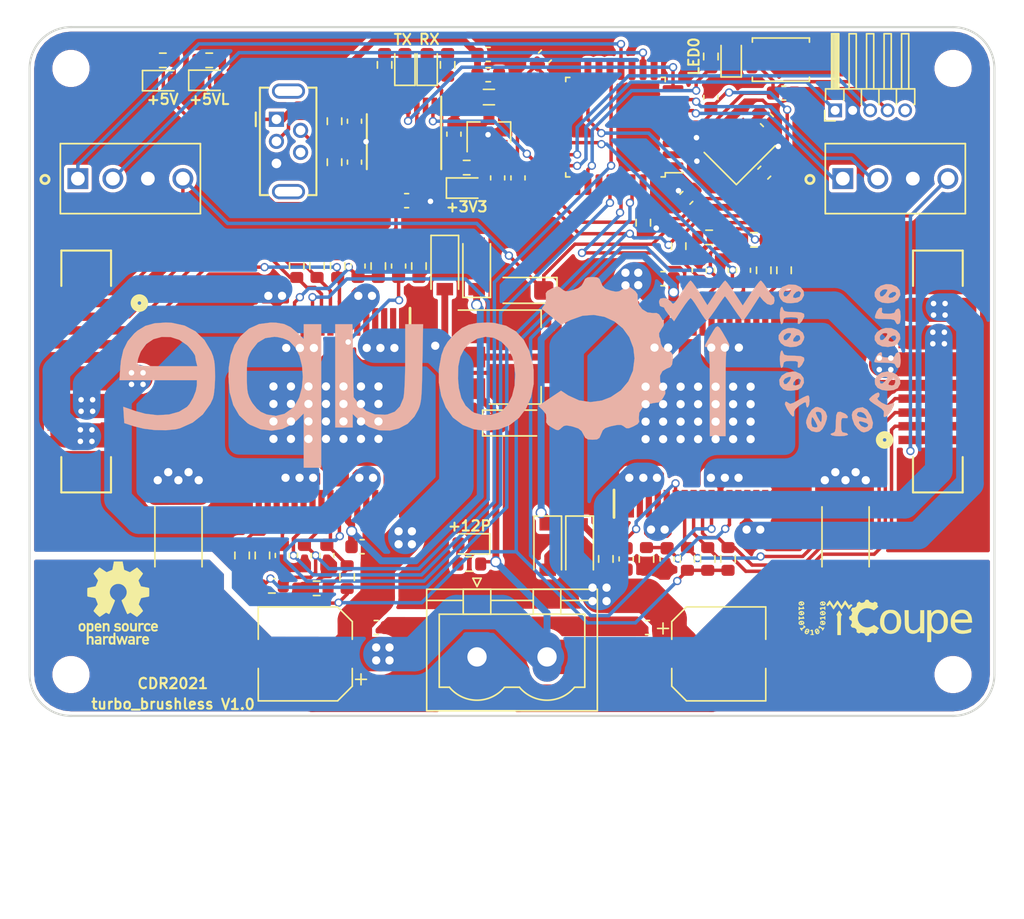
<source format=kicad_pcb>
(kicad_pcb (version 20171130) (host pcbnew 5.1.10-88a1d61d58~88~ubuntu18.04.1)
  (layers (0 F.Cu signal) (31 B.Cu signal) (34 B.Paste user) (35 F.Paste user) (36 B.SilkS user) (37 F.SilkS user) (38 B.Mask user) (39 F.Mask user) (44 Edge.Cuts user))
  (net 0 "")
  (net 1 "Net-(U1-Pad27)")
  (net 2 "Net-(U1-Pad21)")
  (net 3 "Net-(U1-Pad20)")
  (net 4 "Net-(U1-Pad19)")
  (net 5 "Net-(U1-Pad18)")
  (net 6 "Net-(U1-Pad14)")
  (net 7 NRST)
  (net 8 "Net-(U3-Pad6)")
  (net 9 "Net-(U3-Pad2)")
  (net 10 GND)
  (net 11 +5VL)
  (net 12 +5V)
  (net 13 +3V3)
  (net 14 "Net-(C8-Pad1)")
  (net 15 "Net-(C10-Pad1)")
  (net 16 "Net-(D2-Pad1)")
  (net 17 "Net-(D3-Pad2)")
  (net 18 "Net-(D4-Pad2)")
  (net 19 "Net-(F1-Pad1)")
  (net 20 "Net-(IC1-Pad35)")
  (net 21 "Net-(IC1-Pad34)")
  (net 22 "Net-(IC1-Pad31)")
  (net 23 "Net-(IC1-Pad23)")
  (net 24 "Net-(IC1-Pad21)")
  (net 25 "Net-(IC1-Pad20)")
  (net 26 "Net-(IC1-Pad17)")
  (net 27 "Net-(IC1-Pad16)")
  (net 28 "Net-(IC1-Pad14)")
  (net 29 "Net-(IC1-Pad6)")
  (net 30 "Net-(IC1-Pad3)")
  (net 31 "Net-(IC1-Pad2)")
  (net 32 "Net-(J1-Pad4)")
  (net 33 USB_D+)
  (net 34 USB_D-)
  (net 35 "Net-(J1-Pad6)")
  (net 36 VCCIO)
  (net 37 BOOT0)
  (net 38 HSE_OUT)
  (net 39 HSE_IN)
  (net 40 CBUS1)
  (net 41 CBUS2)
  (net 42 UART_TX)
  (net 43 UART_RX)
  (net 44 +12P)
  (net 45 OUT3_1)
  (net 46 BRAKE_1)
  (net 47 FWD_REV_1)
  (net 48 "Net-(C19-Pad2)")
  (net 49 OUT1_1)
  (net 50 "Net-(C16-Pad2)")
  (net 51 H1_1)
  (net 52 H3_1)
  (net 53 H2_1)
  (net 54 OUT2_1)
  (net 55 /VBOOT_1)
  (net 56 "Net-(C21-Pad1)")
  (net 57 /DIAG_1)
  (net 58 TACHO_1)
  (net 59 /VCP_1)
  (net 60 SENSE_1)
  (net 61 ENABLE_1)
  (net 62 BRAKE_2)
  (net 63 LED0)
  (net 64 SWCLK)
  (net 65 SWDIO)
  (net 66 FWD_REV_2)
  (net 67 ENABLE_2)
  (net 68 ENC_A_1)
  (net 69 ENC_B_1)
  (net 70 ENC_B_2)
  (net 71 ENC_A_2)
  (net 72 "Net-(C15-Pad2)")
  (net 73 "Net-(D6-Pad1)")
  (net 74 "Net-(D8-Pad2)")
  (net 75 SWO)
  (net 76 "Net-(U1-Pad11)")
  (net 77 "Net-(U1-Pad9)")
  (net 78 "Net-(C23-Pad2)")
  (net 79 /VBOOT_2)
  (net 80 "Net-(C27-Pad1)")
  (net 81 "Net-(C28-Pad2)")
  (net 82 "Net-(C29-Pad2)")
  (net 83 /VCP_2)
  (net 84 /DIAG_2)
  (net 85 "Net-(D10-Pad2)")
  (net 86 "Net-(IC2-Pad35)")
  (net 87 "Net-(IC2-Pad34)")
  (net 88 OUT3_2)
  (net 89 "Net-(IC2-Pad31)")
  (net 90 SENSE_2)
  (net 91 "Net-(IC2-Pad23)")
  (net 92 TACHO_2)
  (net 93 "Net-(IC2-Pad21)")
  (net 94 "Net-(IC2-Pad20)")
  (net 95 "Net-(IC2-Pad17)")
  (net 96 "Net-(IC2-Pad16)")
  (net 97 OUT1_2)
  (net 98 "Net-(IC2-Pad14)")
  (net 99 H1_2)
  (net 100 H3_2)
  (net 101 H2_2)
  (net 102 "Net-(IC2-Pad6)")
  (net 103 OUT2_2)
  (net 104 "Net-(IC2-Pad3)")
  (net 105 "Net-(IC2-Pad2)")
  (net 106 "Net-(D1-Pad2)")
  (net 107 "Net-(D5-Pad2)")
  (net 108 +5VP)
  (net 109 "Net-(D11-Pad2)")
  (net 110 "Net-(U3-Pad16)")
  (net 111 "Net-(U3-Pad15)")
  (module Resistor_SMD:R_0603_1608Metric (layer F.Cu) (at 122.1232 106.8324 90)
    (fp_text reference R5 hide)
    (fp_text value 27R)
    (pad 2 smd roundrect (at 0.825 0 90) (size 0.8 0.95) (layers F.Cu F.Paste F.Mask) (net 15 "Net-(C10-Pad1)"))
    (pad 1 smd roundrect (at -0.825 0 90) (size 0.8 0.95) (layers F.Cu F.Paste F.Mask) (net 33 USB_D+))
  )
  (module Resistor_SMD:R_0603_1608Metric (layer F.Cu) (at 122.1232 109.8042 270)
    (fp_text reference R4 hide)
    (fp_text value 27R)
    (pad 2 smd roundrect (at 0.825 0 270) (size 0.8 0.95) (layers F.Cu F.Paste F.Mask) (net 14 "Net-(C8-Pad1)"))
    (pad 1 smd roundrect (at -0.825 0 270) (size 0.8 0.95) (layers F.Cu F.Paste F.Mask) (net 34 USB_D-))
  )
  (module UTCoupe:logo_UTCoupe (layer F.Cu) (at 162.052 143.0909)
    (fp_text reference G*** hide)
    (fp_text value LOGO hide)
  )
  (module UTCoupe:logo_UTCoupe_Big (layer B.Cu) (at 135 125 180)
    (fp_text reference G*** hide)
    (fp_text value LOGO hide)
  )
  (module Symbol:OSHW-Logo_5.7x6mm_SilkScreen (layer F.Cu) (at 106.426 141.8082)
    (fp_text reference LOGO1 hide)
    (fp_text value Logo_Open_Hardware_Large hide)
  )
  (module Resistor_SMD:R_0603_1608Metric (layer F.Cu) (at 131.9022 138.9761 180)
    (fp_text reference R32 hide)
    (fp_text value 10K)
    (pad 1 smd roundrect (at -0.825 0 180) (size 0.8 0.95) (layers F.Cu F.Paste F.Mask) (net 44 +12P))
    (pad 2 smd roundrect (at 0.825 0 180) (size 0.8 0.95) (layers F.Cu F.Paste F.Mask) (net 109 "Net-(D11-Pad2)"))
  )
  (module LED_SMD:LED_0603_1608Metric (layer F.Cu) (at 131.9022 137.5156 180)
    (fp_text reference D11 hide)
    (fp_text value red0603)
    (pad 1 smd roundrect (at -0.7875 0 180) (size 0.875 0.95) (layers F.Cu F.Paste F.Mask) (net 10 GND))
    (pad 2 smd roundrect (at 0.7875 0 180) (size 0.875 0.95) (layers F.Cu F.Paste F.Mask) (net 109 "Net-(D11-Pad2)"))
  )
  (module Package_TO_SOT_SMD:SOT-223-3_TabPin2 (layer F.Cu) (at 135.2042 123.952)
    (fp_text reference U4 hide)
    (fp_text value AMS1117-5.0)
    (pad 2 smd rect (at 3.15 0) (size 2 3.8) (layers F.Cu F.Paste F.Mask) (net 108 +5VP))
    (pad 2 smd rect (at -3.15 0) (size 2 1.5) (layers F.Cu F.Paste F.Mask) (net 108 +5VP))
    (pad 3 smd rect (at -3.15 2.3) (size 2 1.5) (layers F.Cu F.Paste F.Mask) (net 44 +12P))
    (pad 1 smd rect (at -3.15 -2.3) (size 2 1.5) (layers F.Cu F.Paste F.Mask) (net 10 GND))
  )
  (module Capacitor_Tantalum_SMD:CP_EIA-3216-18_Kemet-A (layer F.Cu) (at 135.9535 119.1133 180)
    (fp_text reference C7 hide)
    (fp_text value 22uF)
    (pad 1 smd roundrect (at -1.35 0 180) (size 1.4 1.35) (layers F.Cu F.Paste F.Mask) (roundrect_rratio 0.1851844444444445) (net 108 +5VP))
    (pad 2 smd roundrect (at 1.35 0 180) (size 1.4 1.35) (layers F.Cu F.Paste F.Mask) (roundrect_rratio 0.1851844444444445) (net 10 GND))
  )
  (module Capacitor_Tantalum_SMD:CP_EIA-3216-18_Kemet-A (layer F.Cu) (at 135.1788 128.7399)
    (fp_text reference C6 hide)
    (fp_text value 10uF)
    (pad 1 smd roundrect (at -1.35 0) (size 1.4 1.35) (layers F.Cu F.Paste F.Mask) (roundrect_rratio 0.1851844444444445) (net 44 +12P))
    (pad 2 smd roundrect (at 1.35 0) (size 1.4 1.35) (layers F.Cu F.Paste F.Mask) (roundrect_rratio 0.1851844444444445) (net 10 GND))
  )
  (module Button_Switch_SMD:SW_Push_SPST_NO_Alps_SKRK (layer F.Cu) (at 154.5082 102.362)
    (fp_text reference SW1 hide)
    (fp_text value SKRKAEE020)
    (pad 2 smd roundrect (at 2.1 0) (size 0.8 2) (layers F.Cu F.Paste F.Mask) (net 10 GND))
    (pad 1 smd roundrect (at -2.1 0) (size 0.8 2) (layers F.Cu F.Paste F.Mask) (net 7 NRST))
  )
  (module Connector_PinHeader_1.27mm:PinHeader_1x05_P1.27mm_Horizontal (layer F.Cu) (at 158.4452 106.045 90)
    (fp_text reference J4 hide)
    (fp_text value Conn_01x05)
    (pad 1 thru_hole rect (at 0 0 90) (size 1 1) (drill 0.65) (layers *.Cu *.Mask) (net 64 SWCLK))
    (pad 2 thru_hole oval (at 0 1.27 90) (size 1 1) (drill 0.65) (layers *.Cu *.Mask) (net 10 GND))
    (pad 3 thru_hole oval (at 0 2.54 90) (size 1 1) (drill 0.65) (layers *.Cu *.Mask) (net 65 SWDIO))
    (pad 4 thru_hole oval (at 0 3.81 90) (size 1 1) (drill 0.65) (layers *.Cu *.Mask) (net 7 NRST))
    (pad 5 thru_hole oval (at 0 5.08 90) (size 1 1) (drill 0.65) (layers *.Cu *.Mask) (net 75 SWO))
  )
  (module Capacitor_SMD:C_0603_1608Metric (layer F.Cu) (at 149.4282 105.1052 90)
    (fp_text reference C31 hide)
    (fp_text value 100nF)
    (pad 1 smd roundrect (at -0.775 0 90) (size 0.9 0.95) (layers F.Cu F.Paste F.Mask) (net 13 +3V3))
    (pad 2 smd roundrect (at 0.775 0 90) (size 0.9 0.95) (layers F.Cu F.Paste F.Mask) (net 10 GND))
  )
  (module Package_QFP:LQFP-32_7x7mm_P0.8mm (layer F.Cu) (at 142.5067 107.2642 180)
    (fp_text reference U1 hide)
    (fp_text value STM32F303K8Tx)
    (pad 1 smd roundrect (at -4.175 -2.8 180) (size 1.5 0.5) (layers F.Cu F.Paste F.Mask) (net 13 +3V3))
    (pad 2 smd roundrect (at -4.175 -2 180) (size 1.5 0.5) (layers F.Cu F.Paste F.Mask) (net 39 HSE_IN))
    (pad 3 smd roundrect (at -4.175 -1.2 180) (size 1.5 0.5) (layers F.Cu F.Paste F.Mask) (net 38 HSE_OUT))
    (pad 4 smd roundrect (at -4.175 -0.4 180) (size 1.5 0.5) (layers F.Cu F.Paste F.Mask) (net 7 NRST))
    (pad 5 smd roundrect (at -4.175 0.4 180) (size 1.5 0.5) (layers F.Cu F.Paste F.Mask) (net 13 +3V3))
    (pad 6 smd roundrect (at -4.175 1.2 180) (size 1.5 0.5) (layers F.Cu F.Paste F.Mask) (net 71 ENC_A_2))
    (pad 7 smd roundrect (at -4.175 2 180) (size 1.5 0.5) (layers F.Cu F.Paste F.Mask) (net 70 ENC_B_2))
    (pad 8 smd roundrect (at -4.175 2.8 180) (size 1.5 0.5) (layers F.Cu F.Paste F.Mask) (net 42 UART_TX))
    (pad 9 smd roundrect (at -2.8 4.175 180) (size 0.5 1.5) (layers F.Cu F.Paste F.Mask) (net 77 "Net-(U1-Pad9)"))
    (pad 10 smd roundrect (at -2 4.175 180) (size 0.5 1.5) (layers F.Cu F.Paste F.Mask) (net 69 ENC_B_1))
    (pad 11 smd roundrect (at -1.2 4.175 180) (size 0.5 1.5) (layers F.Cu F.Paste F.Mask) (net 76 "Net-(U1-Pad11)"))
    (pad 12 smd roundrect (at -0.4 4.175 180) (size 0.5 1.5) (layers F.Cu F.Paste F.Mask) (net 68 ENC_A_1))
    (pad 13 smd roundrect (at 0.4 4.175 180) (size 0.5 1.5) (layers F.Cu F.Paste F.Mask) (net 47 FWD_REV_1))
    (pad 14 smd roundrect (at 1.2 4.175 180) (size 0.5 1.5) (layers F.Cu F.Paste F.Mask) (net 6 "Net-(U1-Pad14)"))
    (pad 15 smd roundrect (at 2 4.175 180) (size 0.5 1.5) (layers F.Cu F.Paste F.Mask) (net 67 ENABLE_2))
    (pad 16 smd roundrect (at 2.8 4.175 180) (size 0.5 1.5) (layers F.Cu F.Paste F.Mask) (net 10 GND))
    (pad 17 smd roundrect (at 4.175 2.8 180) (size 1.5 0.5) (layers F.Cu F.Paste F.Mask) (net 13 +3V3))
    (pad 18 smd roundrect (at 4.175 2 180) (size 1.5 0.5) (layers F.Cu F.Paste F.Mask) (net 5 "Net-(U1-Pad18)"))
    (pad 19 smd roundrect (at 4.175 1.2 180) (size 1.5 0.5) (layers F.Cu F.Paste F.Mask) (net 4 "Net-(U1-Pad19)"))
    (pad 20 smd roundrect (at 4.175 0.4 180) (size 1.5 0.5) (layers F.Cu F.Paste F.Mask) (net 3 "Net-(U1-Pad20)"))
    (pad 21 smd roundrect (at 4.175 -0.4 180) (size 1.5 0.5) (layers F.Cu F.Paste F.Mask) (net 2 "Net-(U1-Pad21)"))
    (pad 22 smd roundrect (at 4.175 -1.2 180) (size 1.5 0.5) (layers F.Cu F.Paste F.Mask) (net 66 FWD_REV_2))
    (pad 23 smd roundrect (at 4.175 -2 180) (size 1.5 0.5) (layers F.Cu F.Paste F.Mask) (net 65 SWDIO))
    (pad 24 smd roundrect (at 4.175 -2.8 180) (size 1.5 0.5) (layers F.Cu F.Paste F.Mask) (net 64 SWCLK))
    (pad 25 smd roundrect (at 2.8 -4.175 180) (size 0.5 1.5) (layers F.Cu F.Paste F.Mask) (net 43 UART_RX))
    (pad 26 smd roundrect (at 2 -4.175 180) (size 0.5 1.5) (layers F.Cu F.Paste F.Mask) (net 63 LED0))
    (pad 27 smd roundrect (at 1.2 -4.175 180) (size 0.5 1.5) (layers F.Cu F.Paste F.Mask) (net 1 "Net-(U1-Pad27)"))
    (pad 28 smd roundrect (at 0.4 -4.175 180) (size 0.5 1.5) (layers F.Cu F.Paste F.Mask) (net 46 BRAKE_1))
    (pad 29 smd roundrect (at -0.4 -4.175 180) (size 0.5 1.5) (layers F.Cu F.Paste F.Mask) (net 62 BRAKE_2))
    (pad 30 smd roundrect (at -1.2 -4.175 180) (size 0.5 1.5) (layers F.Cu F.Paste F.Mask) (net 61 ENABLE_1))
    (pad 31 smd roundrect (at -2 -4.175 180) (size 0.5 1.5) (layers F.Cu F.Paste F.Mask) (net 37 BOOT0))
    (pad 32 smd roundrect (at -2.8 -4.175 180) (size 0.5 1.5) (layers F.Cu F.Paste F.Mask) (net 10 GND))
  )
  (module Resistor_SMD:R_0603_1608Metric (layer F.Cu) (at 109.664 102.4128)
    (fp_text reference R8 hide)
    (fp_text value 3K3)
    (pad 1 smd roundrect (at -0.825 0) (size 0.8 0.95) (layers F.Cu F.Paste F.Mask) (net 12 +5V))
    (pad 2 smd roundrect (at 0.825 0) (size 0.8 0.95) (layers F.Cu F.Paste F.Mask) (net 107 "Net-(D5-Pad2)"))
  )
  (module Resistor_SMD:R_0603_1608Metric (layer F.Cu) (at 113.03 102.4128)
    (fp_text reference R1 hide)
    (fp_text value 3K3)
    (pad 1 smd roundrect (at -0.825 0) (size 0.8 0.95) (layers F.Cu F.Paste F.Mask) (net 11 +5VL))
    (pad 2 smd roundrect (at 0.825 0) (size 0.8 0.95) (layers F.Cu F.Paste F.Mask) (net 106 "Net-(D1-Pad2)"))
  )
  (module LED_SMD:LED_0603_1608Metric (layer F.Cu) (at 109.6772 103.886)
    (fp_text reference D5 hide)
    (fp_text value red0603)
    (pad 1 smd roundrect (at -0.7875 0) (size 0.875 0.95) (layers F.Cu F.Paste F.Mask) (net 10 GND))
    (pad 2 smd roundrect (at 0.7875 0) (size 0.875 0.95) (layers F.Cu F.Paste F.Mask) (net 107 "Net-(D5-Pad2)"))
  )
  (module LED_SMD:LED_0603_1608Metric (layer F.Cu) (at 113.03 103.8606)
    (fp_text reference D1 hide)
    (fp_text value red0603)
    (pad 1 smd roundrect (at -0.7875 0) (size 0.875 0.95) (layers F.Cu F.Paste F.Mask) (net 10 GND))
    (pad 2 smd roundrect (at 0.7875 0) (size 0.875 0.95) (layers F.Cu F.Paste F.Mask) (net 106 "Net-(D1-Pad2)"))
  )
  (module Resistor_SMD:R_0603_1608Metric (layer F.Cu) (at 152.5524 115.443)
    (fp_text reference R30 hide)
    (fp_text value 100K)
    (pad 1 smd roundrect (at -0.825 0) (size 0.8 0.95) (layers F.Cu F.Paste F.Mask) (net 84 /DIAG_2))
    (pad 2 smd roundrect (at 0.825 0) (size 0.8 0.95) (layers F.Cu F.Paste F.Mask) (net 67 ENABLE_2))
  )
  (module Resistor_SMD:R_2512_6332Metric (layer F.Cu) (at 159.2 137 270)
    (fp_text reference R29 hide)
    (fp_text value "0.25/1W 1%")
    (pad 1 smd roundrect (at -2.9625 0 270) (size 1.225 3.35) (layers F.Cu F.Paste F.Mask) (roundrect_rratio 0.2040808163265306) (net 90 SENSE_2))
    (pad 2 smd roundrect (at 2.9625 0 270) (size 1.225 3.35) (layers F.Cu F.Paste F.Mask) (roundrect_rratio 0.2040808163265306) (net 10 GND))
  )
  (module Resistor_SMD:R_0603_1608Metric (layer F.Cu) (at 154.7368 117.6528 270)
    (fp_text reference R28 hide)
    (fp_text value 10K)
    (pad 1 smd roundrect (at -0.825 0 270) (size 0.8 0.95) (layers F.Cu F.Paste F.Mask) (net 12 +5V))
    (pad 2 smd roundrect (at 0.825 0 270) (size 0.8 0.95) (layers F.Cu F.Paste F.Mask) (net 92 TACHO_2))
  )
  (module Resistor_SMD:R_0603_1608Metric (layer F.Cu) (at 141.8082 138.6078 90)
    (fp_text reference R27 hide)
    (fp_text value 100)
    (pad 1 smd roundrect (at -0.825 0 90) (size 0.8 0.95) (layers F.Cu F.Paste F.Mask) (net 82 "Net-(C29-Pad2)"))
    (pad 2 smd roundrect (at 0.825 0 90) (size 0.8 0.95) (layers F.Cu F.Paste F.Mask) (net 85 "Net-(D10-Pad2)"))
  )
  (module Resistor_SMD:R_0603_1608Metric (layer F.Cu) (at 153.2636 117.6528 90)
    (fp_text reference R26 hide)
    (fp_text value 47K)
    (pad 1 smd roundrect (at -0.825 0 90) (size 0.8 0.95) (layers F.Cu F.Paste F.Mask) (net 81 "Net-(C28-Pad2)"))
    (pad 2 smd roundrect (at 0.825 0 90) (size 0.8 0.95) (layers F.Cu F.Paste F.Mask) (net 10 GND))
  )
  (module Resistor_SMD:R_0603_1608Metric (layer F.Cu) (at 149.3012 115.2652)
    (fp_text reference R25 hide)
    (fp_text value N/A)
    (pad 1 smd roundrect (at -0.825 0) (size 0.8 0.95) (layers F.Cu F.Paste F.Mask) (net 80 "Net-(C27-Pad1)"))
    (pad 2 smd roundrect (at 0.825 0) (size 0.8 0.95) (layers F.Cu F.Paste F.Mask) (net 10 GND))
  )
  (module Resistor_SMD:R_0603_1608Metric (layer F.Cu) (at 147.0914 115.9007 270)
    (fp_text reference R24 hide)
    (fp_text value 10K)
    (pad 1 smd roundrect (at -0.825 0 270) (size 0.8 0.95) (layers F.Cu F.Paste F.Mask) (net 12 +5V))
    (pad 2 smd roundrect (at 0.825 0 270) (size 0.8 0.95) (layers F.Cu F.Paste F.Mask) (net 80 "Net-(C27-Pad1)"))
  )
  (module Resistor_SMD:R_0603_1608Metric (layer F.Cu) (at 144.7546 138.6078 270)
    (fp_text reference R23 hide)
    (fp_text value 33K)
    (pad 1 smd roundrect (at -0.825 0 270) (size 0.8 0.95) (layers F.Cu F.Paste F.Mask) (net 78 "Net-(C23-Pad2)"))
    (pad 2 smd roundrect (at 0.825 0 270) (size 0.8 0.95) (layers F.Cu F.Paste F.Mask) (net 10 GND))
  )
  (module Resistor_SMD:R_0603_1608Metric (layer F.Cu) (at 150.6728 138.6078 270)
    (fp_text reference R22 hide)
    (fp_text value 10K)
    (pad 1 smd roundrect (at -0.825 0 270) (size 0.8 0.95) (layers F.Cu F.Paste F.Mask) (net 99 H1_2))
    (pad 2 smd roundrect (at 0.825 0 270) (size 0.8 0.95) (layers F.Cu F.Paste F.Mask) (net 12 +5V))
  )
  (module Resistor_SMD:R_0603_1608Metric (layer F.Cu) (at 149.1996 138.6078 270)
    (fp_text reference R21 hide)
    (fp_text value 10K)
    (pad 1 smd roundrect (at -0.825 0 270) (size 0.8 0.95) (layers F.Cu F.Paste F.Mask) (net 100 H3_2))
    (pad 2 smd roundrect (at 0.825 0 270) (size 0.8 0.95) (layers F.Cu F.Paste F.Mask) (net 12 +5V))
  )
  (module Resistor_SMD:R_0603_1608Metric (layer F.Cu) (at 147.7264 138.6078 270)
    (fp_text reference R20 hide)
    (fp_text value 10K)
    (pad 1 smd roundrect (at -0.825 0 270) (size 0.8 0.95) (layers F.Cu F.Paste F.Mask) (net 101 H2_2))
    (pad 2 smd roundrect (at 0.825 0 270) (size 0.8 0.95) (layers F.Cu F.Paste F.Mask) (net 12 +5V))
  )
  (module UTCoupe:MOLEX_52610-0571_FPC_01x11_p1.0mm (layer F.Cu) (at 166 125 90)
    (fp_text reference J5 hide)
    (fp_text value Conn_01x11)
    (pad 1 smd rect (at -4.9678 -2.0608 90) (size 0.6096 1.8034) (layers F.Cu F.Paste F.Mask) (net 108 +5VP))
    (pad 1 smd rect (at -4.9678 1.8 90) (size 0.6096 1.8034) (layers F.Cu F.Paste F.Mask) (net 108 +5VP))
    (pad 2 smd rect (at -3.9772 -2.0608 90) (size 0.6096 1.8034) (layers F.Cu F.Paste F.Mask) (net 100 H3_2))
    (pad 2 smd rect (at -3.9772 1.8 90) (size 0.6096 1.8034) (layers F.Cu F.Paste F.Mask) (net 100 H3_2))
    (pad 3 smd rect (at -2.9866 -2.0608 90) (size 0.6096 1.8034) (layers F.Cu F.Paste F.Mask) (net 99 H1_2))
    (pad 3 smd rect (at -2.9866 1.8 90) (size 0.6096 1.8034) (layers F.Cu F.Paste F.Mask) (net 99 H1_2))
    (pad 4 smd rect (at -1.9706 -2.0608 90) (size 0.6096 1.8034) (layers F.Cu F.Paste F.Mask) (net 101 H2_2))
    (pad 4 smd rect (at -1.9706 1.8 90) (size 0.6096 1.8034) (layers F.Cu F.Paste F.Mask) (net 101 H2_2))
    (pad 5 smd rect (at -0.98 -2.0608 90) (size 0.6096 1.8034) (layers F.Cu F.Paste F.Mask) (net 10 GND))
    (pad 5 smd rect (at -0.98 1.8 90) (size 0.6096 1.8034) (layers F.Cu F.Paste F.Mask) (net 10 GND))
    (pad 7 smd rect (at 1.0006 -2.0608 90) (size 0.6096 1.8034) (layers F.Cu F.Paste F.Mask) (net 88 OUT3_2))
    (pad 9 smd rect (at 3.0072 1.8 90) (size 0.6096 1.8034) (layers F.Cu F.Paste F.Mask) (net 103 OUT2_2))
    (pad 8 smd rect (at 1.9912 1.8 90) (size 0.6096 1.8034) (layers F.Cu F.Paste F.Mask) (net 103 OUT2_2))
    (pad 7 smd rect (at 1.0006 1.8 90) (size 0.6096 1.8034) (layers F.Cu F.Paste F.Mask) (net 88 OUT3_2))
    (pad 6 smd rect (at 0.01 -2.0608 90) (size 0.6096 1.8034) (layers F.Cu F.Paste F.Mask) (net 88 OUT3_2))
    (pad 10 smd rect (at 3.9978 1.8 90) (size 0.6096 1.8034) (layers F.Cu F.Paste F.Mask) (net 97 OUT1_2))
    (pad 10 smd rect (at 3.9978 -2.0608 90) (size 0.6096 1.8034) (layers F.Cu F.Paste F.Mask) (net 97 OUT1_2))
    (pad 9 smd rect (at 3.0072 -2.0608 90) (size 0.6096 1.8034) (layers F.Cu F.Paste F.Mask) (net 103 OUT2_2))
    (pad 8 smd rect (at 1.9912 -2.0608 90) (size 0.6096 1.8034) (layers F.Cu F.Paste F.Mask) (net 103 OUT2_2))
    (pad 6 smd rect (at 0.01 1.8 90) (size 0.6096 1.8034) (layers F.Cu F.Paste F.Mask) (net 88 OUT3_2))
    (pad 11 smd rect (at 4.9878 1.8 90) (size 0.6096 1.8034) (layers F.Cu F.Paste F.Mask) (net 97 OUT1_2))
    (pad 11 smd rect (at 4.9878 -2.0608 90) (size 0.6096 1.8034) (layers F.Cu F.Paste F.Mask) (net 97 OUT1_2))
  )
  (module UTCoupe:SOP65P1420X360-37N (layer F.Cu) (at 148.5 128 90)
    (fp_text reference IC2 hide)
    (fp_text value L6235PD hide)
    (pad 1 smd rect (at -6.6 -5.525 180) (size 0.45 2) (layers F.Cu F.Paste F.Mask) (net 10 GND))
    (pad 2 smd rect (at -6.6 -4.875 180) (size 0.45 2) (layers F.Cu F.Paste F.Mask) (net 105 "Net-(IC2-Pad2)"))
    (pad 3 smd rect (at -6.6 -4.225 180) (size 0.45 2) (layers F.Cu F.Paste F.Mask) (net 104 "Net-(IC2-Pad3)"))
    (pad 4 smd rect (at -6.6 -3.575 180) (size 0.45 2) (layers F.Cu F.Paste F.Mask) (net 44 +12P))
    (pad 5 smd rect (at -6.6 -2.925 180) (size 0.45 2) (layers F.Cu F.Paste F.Mask) (net 103 OUT2_2))
    (pad 6 smd rect (at -6.6 -2.275 180) (size 0.45 2) (layers F.Cu F.Paste F.Mask) (net 102 "Net-(IC2-Pad6)"))
    (pad 7 smd rect (at -6.6 -1.625 180) (size 0.45 2) (layers F.Cu F.Paste F.Mask) (net 83 /VCP_2))
    (pad 8 smd rect (at -6.6 -0.975 180) (size 0.45 2) (layers F.Cu F.Paste F.Mask) (net 101 H2_2))
    (pad 9 smd rect (at -6.6 -0.325 180) (size 0.45 2) (layers F.Cu F.Paste F.Mask) (net 100 H3_2))
    (pad 10 smd rect (at -6.6 0.325 180) (size 0.45 2) (layers F.Cu F.Paste F.Mask) (net 99 H1_2))
    (pad 11 smd rect (at -6.6 0.975 180) (size 0.45 2) (layers F.Cu F.Paste F.Mask) (net 84 /DIAG_2))
    (pad 12 smd rect (at -6.6 1.625 180) (size 0.45 2) (layers F.Cu F.Paste F.Mask) (net 90 SENSE_2))
    (pad 13 smd rect (at -6.6 2.275 180) (size 0.45 2) (layers F.Cu F.Paste F.Mask) (net 78 "Net-(C23-Pad2)"))
    (pad 14 smd rect (at -6.6 2.925 180) (size 0.45 2) (layers F.Cu F.Paste F.Mask) (net 98 "Net-(IC2-Pad14)"))
    (pad 15 smd rect (at -6.6 3.575 180) (size 0.45 2) (layers F.Cu F.Paste F.Mask) (net 97 OUT1_2))
    (pad 16 smd rect (at -6.6 4.225 180) (size 0.45 2) (layers F.Cu F.Paste F.Mask) (net 96 "Net-(IC2-Pad16)"))
    (pad 17 smd rect (at -6.6 4.875 180) (size 0.45 2) (layers F.Cu F.Paste F.Mask) (net 95 "Net-(IC2-Pad17)"))
    (pad 18 smd rect (at -6.6 5.525 180) (size 0.45 2) (layers F.Cu F.Paste F.Mask) (net 10 GND))
    (pad 19 smd rect (at 6.6 5.525 180) (size 0.45 2) (layers F.Cu F.Paste F.Mask) (net 10 GND))
    (pad 20 smd rect (at 6.6 4.875 180) (size 0.45 2) (layers F.Cu F.Paste F.Mask) (net 94 "Net-(IC2-Pad20)"))
    (pad 21 smd rect (at 6.6 4.225 180) (size 0.45 2) (layers F.Cu F.Paste F.Mask) (net 93 "Net-(IC2-Pad21)"))
    (pad 22 smd rect (at 6.6 3.575 180) (size 0.45 2) (layers F.Cu F.Paste F.Mask) (net 92 TACHO_2))
    (pad 23 smd rect (at 6.6 2.925 180) (size 0.45 2) (layers F.Cu F.Paste F.Mask) (net 91 "Net-(IC2-Pad23)"))
    (pad 24 smd rect (at 6.6 2.275 180) (size 0.45 2) (layers F.Cu F.Paste F.Mask) (net 81 "Net-(C28-Pad2)"))
    (pad 25 smd rect (at 6.6 1.625 180) (size 0.45 2) (layers F.Cu F.Paste F.Mask) (net 90 SENSE_2))
    (pad 26 smd rect (at 6.6 0.975 180) (size 0.45 2) (layers F.Cu F.Paste F.Mask) (net 66 FWD_REV_2))
    (pad 27 smd rect (at 6.6 0.325 180) (size 0.45 2) (layers F.Cu F.Paste F.Mask) (net 84 /DIAG_2))
    (pad 28 smd rect (at 6.6 -0.325 180) (size 0.45 2) (layers F.Cu F.Paste F.Mask) (net 80 "Net-(C27-Pad1)"))
    (pad 29 smd rect (at 6.6 -0.975 180) (size 0.45 2) (layers F.Cu F.Paste F.Mask) (net 62 BRAKE_2))
    (pad 30 smd rect (at 6.6 -1.625 180) (size 0.45 2) (layers F.Cu F.Paste F.Mask) (net 79 /VBOOT_2))
    (pad 31 smd rect (at 6.6 -2.275 180) (size 0.45 2) (layers F.Cu F.Paste F.Mask) (net 89 "Net-(IC2-Pad31)"))
    (pad 32 smd rect (at 6.6 -2.925 180) (size 0.45 2) (layers F.Cu F.Paste F.Mask) (net 88 OUT3_2))
    (pad 33 smd rect (at 6.6 -3.575 180) (size 0.45 2) (layers F.Cu F.Paste F.Mask) (net 44 +12P))
    (pad 34 smd rect (at 6.6 -4.225 180) (size 0.45 2) (layers F.Cu F.Paste F.Mask) (net 87 "Net-(IC2-Pad34)"))
    (pad 35 smd rect (at 6.6 -4.875 180) (size 0.45 2) (layers F.Cu F.Paste F.Mask) (net 86 "Net-(IC2-Pad35)"))
    (pad 36 smd rect (at 6.6 -5.525 180) (size 0.45 2) (layers F.Cu F.Paste F.Mask) (net 10 GND))
    (pad 37 smd rect (at 0 0 90) (size 6.2 9.8) (layers F.Cu F.Paste F.Mask) (net 10 GND))
  )
  (module Diode_SMD:D_SOD-123 (layer F.Cu) (at 137.5918 137.7442 270)
    (fp_text reference D10 hide)
    (fp_text value 1N4148)
    (pad 1 smd rect (at -1.65 0 270) (size 0.9 1.2) (layers F.Cu F.Paste F.Mask) (net 79 /VBOOT_2))
    (pad 2 smd rect (at 1.65 0 270) (size 0.9 1.2) (layers F.Cu F.Paste F.Mask) (net 85 "Net-(D10-Pad2)"))
  )
  (module Diode_SMD:D_SOD-123 (layer F.Cu) (at 139.9032 137.7442 270)
    (fp_text reference D9 hide)
    (fp_text value 1N4148)
    (pad 1 smd rect (at -1.65 0 270) (size 0.9 1.2) (layers F.Cu F.Paste F.Mask) (net 85 "Net-(D10-Pad2)"))
    (pad 2 smd rect (at 1.65 0 270) (size 0.9 1.2) (layers F.Cu F.Paste F.Mask) (net 44 +12P))
  )
  (module Capacitor_SMD:C_0603_1608Metric (layer F.Cu) (at 150.1902 117.6528 90)
    (fp_text reference C30 hide)
    (fp_text value 5.6nF)
    (pad 1 smd roundrect (at -0.775 0 90) (size 0.9 0.95) (layers F.Cu F.Paste F.Mask) (net 84 /DIAG_2))
    (pad 2 smd roundrect (at 0.775 0 90) (size 0.9 0.95) (layers F.Cu F.Paste F.Mask) (net 10 GND))
  )
  (module Capacitor_SMD:C_0603_1608Metric (layer F.Cu) (at 143.2814 138.6078 270)
    (fp_text reference C29 hide)
    (fp_text value 10nF)
    (pad 1 smd roundrect (at -0.775 0 270) (size 0.9 0.95) (layers F.Cu F.Paste F.Mask) (net 83 /VCP_2))
    (pad 2 smd roundrect (at 0.775 0 270) (size 0.9 0.95) (layers F.Cu F.Paste F.Mask) (net 82 "Net-(C29-Pad2)"))
  )
  (module Capacitor_SMD:C_0603_1608Metric (layer F.Cu) (at 151.7904 117.6528 270)
    (fp_text reference C28 hide)
    (fp_text value 10nF)
    (pad 1 smd roundrect (at -0.775 0 270) (size 0.9 0.95) (layers F.Cu F.Paste F.Mask) (net 10 GND))
    (pad 2 smd roundrect (at 0.775 0 270) (size 0.9 0.95) (layers F.Cu F.Paste F.Mask) (net 81 "Net-(C28-Pad2)"))
  )
  (module Capacitor_SMD:C_0603_1608Metric (layer F.Cu) (at 148.59 117.6528 90)
    (fp_text reference C27 hide)
    (fp_text value 47nF)
    (pad 1 smd roundrect (at -0.775 0 90) (size 0.9 0.95) (layers F.Cu F.Paste F.Mask) (net 80 "Net-(C27-Pad1)"))
    (pad 2 smd roundrect (at 0.775 0 90) (size 0.9 0.95) (layers F.Cu F.Paste F.Mask) (net 10 GND))
  )
  (module Capacitor_SMD:C_0603_1608Metric (layer F.Cu) (at 145.9484 118.2624)
    (fp_text reference C26 hide)
    (fp_text value 220nF)
    (pad 1 smd roundrect (at -0.775 0) (size 0.9 0.95) (layers F.Cu F.Paste F.Mask) (net 44 +12P))
    (pad 2 smd roundrect (at 0.775 0) (size 0.9 0.95) (layers F.Cu F.Paste F.Mask) (net 79 /VBOOT_2))
  )
  (module Capacitor_SMD:C_0603_1608Metric (layer F.Cu) (at 144.8308 143.5862 180)
    (fp_text reference C25 hide)
    (fp_text value 100nF)
    (pad 2 smd roundrect (at 0.775 0 180) (size 0.9 0.95) (layers F.Cu F.Paste F.Mask) (net 10 GND))
    (pad 1 smd roundrect (at -0.775 0 180) (size 0.9 0.95) (layers F.Cu F.Paste F.Mask) (net 44 +12P))
  )
  (module Capacitor_SMD:CP_Elec_6.3x7.7 (layer F.Cu) (at 150 145.5)
    (fp_text reference C24 hide)
    (fp_text value 100uF)
    (pad 1 smd roundrect (at -2.7 0) (size 3.5 1.6) (layers F.Cu F.Paste F.Mask) (roundrect_rratio 0.15625) (net 44 +12P))
    (pad 2 smd roundrect (at 2.7 0) (size 3.5 1.6) (layers F.Cu F.Paste F.Mask) (roundrect_rratio 0.15625) (net 10 GND))
  )
  (module Capacitor_SMD:C_0603_1608Metric (layer F.Cu) (at 146.2532 138.6078 90)
    (fp_text reference C23 hide)
    (fp_text value 1nF)
    (pad 1 smd roundrect (at -0.775 0 90) (size 0.9 0.95) (layers F.Cu F.Paste F.Mask) (net 10 GND))
    (pad 2 smd roundrect (at 0.775 0 90) (size 0.9 0.95) (layers F.Cu F.Paste F.Mask) (net 78 "Net-(C23-Pad2)"))
  )
  (module UTCoupe:SOP65P1420X360-37N (layer F.Cu) (at 121.5 128 270)
    (fp_text reference IC1 hide)
    (fp_text value L6235PD hide)
    (pad 37 smd rect (at 0 0 270) (size 6.2 9.8) (layers F.Cu F.Paste F.Mask) (net 10 GND))
    (pad 36 smd rect (at 6.6 -5.525) (size 0.45 2) (layers F.Cu F.Paste F.Mask) (net 10 GND))
    (pad 35 smd rect (at 6.6 -4.875) (size 0.45 2) (layers F.Cu F.Paste F.Mask) (net 20 "Net-(IC1-Pad35)"))
    (pad 34 smd rect (at 6.6 -4.225) (size 0.45 2) (layers F.Cu F.Paste F.Mask) (net 21 "Net-(IC1-Pad34)"))
    (pad 33 smd rect (at 6.6 -3.575) (size 0.45 2) (layers F.Cu F.Paste F.Mask) (net 44 +12P))
    (pad 32 smd rect (at 6.6 -2.925) (size 0.45 2) (layers F.Cu F.Paste F.Mask) (net 45 OUT3_1))
    (pad 31 smd rect (at 6.6 -2.275) (size 0.45 2) (layers F.Cu F.Paste F.Mask) (net 22 "Net-(IC1-Pad31)"))
    (pad 30 smd rect (at 6.6 -1.625) (size 0.45 2) (layers F.Cu F.Paste F.Mask) (net 55 /VBOOT_1))
    (pad 29 smd rect (at 6.6 -0.975) (size 0.45 2) (layers F.Cu F.Paste F.Mask) (net 46 BRAKE_1))
    (pad 28 smd rect (at 6.6 -0.325) (size 0.45 2) (layers F.Cu F.Paste F.Mask) (net 56 "Net-(C21-Pad1)"))
    (pad 27 smd rect (at 6.6 0.325) (size 0.45 2) (layers F.Cu F.Paste F.Mask) (net 57 /DIAG_1))
    (pad 26 smd rect (at 6.6 0.975) (size 0.45 2) (layers F.Cu F.Paste F.Mask) (net 47 FWD_REV_1))
    (pad 25 smd rect (at 6.6 1.625) (size 0.45 2) (layers F.Cu F.Paste F.Mask) (net 60 SENSE_1))
    (pad 24 smd rect (at 6.6 2.275) (size 0.45 2) (layers F.Cu F.Paste F.Mask) (net 48 "Net-(C19-Pad2)"))
    (pad 23 smd rect (at 6.6 2.925) (size 0.45 2) (layers F.Cu F.Paste F.Mask) (net 23 "Net-(IC1-Pad23)"))
    (pad 22 smd rect (at 6.6 3.575) (size 0.45 2) (layers F.Cu F.Paste F.Mask) (net 58 TACHO_1))
    (pad 21 smd rect (at 6.6 4.225) (size 0.45 2) (layers F.Cu F.Paste F.Mask) (net 24 "Net-(IC1-Pad21)"))
    (pad 20 smd rect (at 6.6 4.875) (size 0.45 2) (layers F.Cu F.Paste F.Mask) (net 25 "Net-(IC1-Pad20)"))
    (pad 19 smd rect (at 6.6 5.525) (size 0.45 2) (layers F.Cu F.Paste F.Mask) (net 10 GND))
    (pad 18 smd rect (at -6.6 5.525) (size 0.45 2) (layers F.Cu F.Paste F.Mask) (net 10 GND))
    (pad 17 smd rect (at -6.6 4.875) (size 0.45 2) (layers F.Cu F.Paste F.Mask) (net 26 "Net-(IC1-Pad17)"))
    (pad 16 smd rect (at -6.6 4.225) (size 0.45 2) (layers F.Cu F.Paste F.Mask) (net 27 "Net-(IC1-Pad16)"))
    (pad 15 smd rect (at -6.6 3.575) (size 0.45 2) (layers F.Cu F.Paste F.Mask) (net 49 OUT1_1))
    (pad 14 smd rect (at -6.6 2.925) (size 0.45 2) (layers F.Cu F.Paste F.Mask) (net 28 "Net-(IC1-Pad14)"))
    (pad 13 smd rect (at -6.6 2.275) (size 0.45 2) (layers F.Cu F.Paste F.Mask) (net 50 "Net-(C16-Pad2)"))
    (pad 12 smd rect (at -6.6 1.625) (size 0.45 2) (layers F.Cu F.Paste F.Mask) (net 60 SENSE_1))
    (pad 11 smd rect (at -6.6 0.975) (size 0.45 2) (layers F.Cu F.Paste F.Mask) (net 57 /DIAG_1))
    (pad 10 smd rect (at -6.6 0.325) (size 0.45 2) (layers F.Cu F.Paste F.Mask) (net 51 H1_1))
    (pad 9 smd rect (at -6.6 -0.325) (size 0.45 2) (layers F.Cu F.Paste F.Mask) (net 52 H3_1))
    (pad 8 smd rect (at -6.6 -0.975) (size 0.45 2) (layers F.Cu F.Paste F.Mask) (net 53 H2_1))
    (pad 7 smd rect (at -6.6 -1.625) (size 0.45 2) (layers F.Cu F.Paste F.Mask) (net 59 /VCP_1))
    (pad 6 smd rect (at -6.6 -2.275) (size 0.45 2) (layers F.Cu F.Paste F.Mask) (net 29 "Net-(IC1-Pad6)"))
    (pad 5 smd rect (at -6.6 -2.925) (size 0.45 2) (layers F.Cu F.Paste F.Mask) (net 54 OUT2_1))
    (pad 4 smd rect (at -6.6 -3.575) (size 0.45 2) (layers F.Cu F.Paste F.Mask) (net 44 +12P))
    (pad 3 smd rect (at -6.6 -4.225) (size 0.45 2) (layers F.Cu F.Paste F.Mask) (net 30 "Net-(IC1-Pad3)"))
    (pad 2 smd rect (at -6.6 -4.875) (size 0.45 2) (layers F.Cu F.Paste F.Mask) (net 31 "Net-(IC1-Pad2)"))
    (pad 1 smd rect (at -6.6 -5.525) (size 0.45 2) (layers F.Cu F.Paste F.Mask) (net 10 GND))
  )
  (module UTCoupe:MOLEX_52610-0571_FPC_01x11_p1.0mm (layer F.Cu) (at 104 125 270)
    (fp_text reference J3 hide)
    (fp_text value Conn_01x11)
    (pad 1 smd rect (at -4.9678 -2.0608 270) (size 0.6096 1.8034) (layers F.Cu F.Paste F.Mask) (net 108 +5VP))
    (pad 1 smd rect (at -4.9678 1.8 270) (size 0.6096 1.8034) (layers F.Cu F.Paste F.Mask) (net 108 +5VP))
    (pad 2 smd rect (at -3.9772 -2.0608 270) (size 0.6096 1.8034) (layers F.Cu F.Paste F.Mask) (net 52 H3_1))
    (pad 2 smd rect (at -3.9772 1.8 270) (size 0.6096 1.8034) (layers F.Cu F.Paste F.Mask) (net 52 H3_1))
    (pad 3 smd rect (at -2.9866 -2.0608 270) (size 0.6096 1.8034) (layers F.Cu F.Paste F.Mask) (net 51 H1_1))
    (pad 3 smd rect (at -2.9866 1.8 270) (size 0.6096 1.8034) (layers F.Cu F.Paste F.Mask) (net 51 H1_1))
    (pad 4 smd rect (at -1.9706 -2.0608 270) (size 0.6096 1.8034) (layers F.Cu F.Paste F.Mask) (net 53 H2_1))
    (pad 4 smd rect (at -1.9706 1.8 270) (size 0.6096 1.8034) (layers F.Cu F.Paste F.Mask) (net 53 H2_1))
    (pad 5 smd rect (at -0.98 -2.0608 270) (size 0.6096 1.8034) (layers F.Cu F.Paste F.Mask) (net 10 GND))
    (pad 5 smd rect (at -0.98 1.8 270) (size 0.6096 1.8034) (layers F.Cu F.Paste F.Mask) (net 10 GND))
    (pad 7 smd rect (at 1.0006 -2.0608 270) (size 0.6096 1.8034) (layers F.Cu F.Paste F.Mask) (net 45 OUT3_1))
    (pad 9 smd rect (at 3.0072 1.8 270) (size 0.6096 1.8034) (layers F.Cu F.Paste F.Mask) (net 54 OUT2_1))
    (pad 8 smd rect (at 1.9912 1.8 270) (size 0.6096 1.8034) (layers F.Cu F.Paste F.Mask) (net 54 OUT2_1))
    (pad 7 smd rect (at 1.0006 1.8 270) (size 0.6096 1.8034) (layers F.Cu F.Paste F.Mask) (net 45 OUT3_1))
    (pad 6 smd rect (at 0.01 -2.0608 270) (size 0.6096 1.8034) (layers F.Cu F.Paste F.Mask) (net 45 OUT3_1))
    (pad 10 smd rect (at 3.9978 1.8 270) (size 0.6096 1.8034) (layers F.Cu F.Paste F.Mask) (net 49 OUT1_1))
    (pad 10 smd rect (at 3.9978 -2.0608 270) (size 0.6096 1.8034) (layers F.Cu F.Paste F.Mask) (net 49 OUT1_1))
    (pad 9 smd rect (at 3.0072 -2.0608 270) (size 0.6096 1.8034) (layers F.Cu F.Paste F.Mask) (net 54 OUT2_1))
    (pad 8 smd rect (at 1.9912 -2.0608 270) (size 0.6096 1.8034) (layers F.Cu F.Paste F.Mask) (net 54 OUT2_1))
    (pad 6 smd rect (at 0.01 1.8 270) (size 0.6096 1.8034) (layers F.Cu F.Paste F.Mask) (net 45 OUT3_1))
    (pad 11 smd rect (at 4.9878 1.8 270) (size 0.6096 1.8034) (layers F.Cu F.Paste F.Mask) (net 49 OUT1_1))
    (pad 11 smd rect (at 4.9878 -2.0608 270) (size 0.6096 1.8034) (layers F.Cu F.Paste F.Mask) (net 49 OUT1_1))
  )
  (module MountingHole:MountingHole_2.2mm_M2 (layer F.Cu) (at 103 147)
    (fp_text reference H4 hide)
    (fp_text value MountingHole)
    (pad 1 np_thru_hole circle (at 0 0) (size 2.2 2.2) (drill 2.2) (layers *.Cu *.Mask))
  )
  (module MountingHole:MountingHole_2.2mm_M2 (layer F.Cu) (at 167 147)
    (fp_text reference H3 hide)
    (fp_text value MountingHole)
    (pad 1 np_thru_hole circle (at 0 0) (size 2.2 2.2) (drill 2.2) (layers *.Cu *.Mask))
  )
  (module MountingHole:MountingHole_2.2mm_M2 (layer F.Cu) (at 167 103)
    (fp_text reference H2 hide)
    (fp_text value MountingHole)
    (pad 1 np_thru_hole circle (at 0 0) (size 2.2 2.2) (drill 2.2) (layers *.Cu *.Mask))
  )
  (module MountingHole:MountingHole_2.2mm_M2 (layer F.Cu) (at 103 103)
    (fp_text reference H1 hide)
    (fp_text value MountingHole)
    (pad 1 np_thru_hole circle (at 0 0) (size 2.2 2.2) (drill 2.2) (layers *.Cu *.Mask))
  )
  (module Resistor_SMD:R_0603_1608Metric (layer F.Cu) (at 144.526 114.1984 270)
    (fp_text reference R31 hide)
    (fp_text value 10K)
    (pad 1 smd roundrect (at -0.825 0 270) (size 0.8 0.95) (layers F.Cu F.Paste F.Mask) (net 37 BOOT0))
    (pad 2 smd roundrect (at 0.825 0 270) (size 0.8 0.95) (layers F.Cu F.Paste F.Mask) (net 10 GND))
  )
  (module UTCoupe:Headers-Wire_Housings_HEADER_4POS_HE14 (layer F.Cu) (at 159 111)
    (fp_text reference J6 hide)
    (fp_text value Conn_01x04)
    (pad 1 thru_hole rect (at 0 0) (size 1.508 1.508) (drill 1) (layers *.Cu *.Mask) (net 71 ENC_A_2))
    (pad 2 thru_hole circle (at 2.54 0) (size 1.508 1.508) (drill 1) (layers *.Cu *.Mask) (net 70 ENC_B_2))
    (pad 3 thru_hole circle (at 5.08 0) (size 1.508 1.508) (drill 1) (layers *.Cu *.Mask) (net 10 GND))
    (pad 4 thru_hole circle (at 7.62 0) (size 1.508 1.508) (drill 1) (layers *.Cu *.Mask) (net 108 +5VP))
  )
  (module Connector_Phoenix_MSTB:PhoenixContact_MSTBVA_2,5_2-G-5,08_1x02_P5.08mm_Vertical (layer F.Cu) (at 132.46 145.7198)
    (fp_text reference J2 hide)
    (fp_text value Conn_01x02)
    (pad 1 thru_hole roundrect (at 0 0) (size 2.08 3.6) (drill 1.4) (layers *.Cu *.Mask) (roundrect_rratio 0.1201913461538461) (net 10 GND))
    (pad 2 thru_hole oval (at 5.08 0) (size 2.08 3.6) (drill 1.4) (layers *.Cu *.Mask) (net 44 +12P))
  )
  (module Connector_USB:USB_Mini-B_Tensility_54-00023_Vertical (layer F.Cu) (at 117.9084 106.695 270)
    (fp_text reference J1 hide)
    (fp_text value USB_B_Mini)
    (pad 1 thru_hole rect (at 0 0 270) (size 1.1 1.1) (drill 0.7) (layers *.Cu *.Mask) (net 11 +5VL))
    (pad 2 thru_hole circle (at 0.8 -1.75 270) (size 1.1 1.1) (drill 0.7) (layers *.Cu *.Mask) (net 34 USB_D-))
    (pad 3 thru_hole circle (at 1.6 0 270) (size 1.1 1.1) (drill 0.7) (layers *.Cu *.Mask) (net 33 USB_D+))
    (pad 4 thru_hole circle (at 2.4 -1.75 270) (size 1.1 1.1) (drill 0.7) (layers *.Cu *.Mask) (net 32 "Net-(J1-Pad4)"))
    (pad 5 thru_hole circle (at 3.2 0 270) (size 1.1 1.1) (drill 0.7) (layers *.Cu *.Mask) (net 10 GND))
    (pad 6 thru_hole oval (at -2.05 -0.875 270) (size 1.1 2.4) (drill oval 0.7 2) (layers *.Cu *.Mask) (net 35 "Net-(J1-Pad6)"))
    (pad 6 thru_hole oval (at 5.25 -0.875 270) (size 1.1 2.4) (drill oval 0.7 2) (layers *.Cu *.Mask) (net 35 "Net-(J1-Pad6)"))
  )
  (module Capacitor_SMD:CP_Elec_6.3x7.7 (layer F.Cu) (at 120 145.5 180)
    (fp_text reference C17 hide)
    (fp_text value 100uF)
    (pad 1 smd roundrect (at -2.7 0 180) (size 3.5 1.6) (layers F.Cu F.Paste F.Mask) (roundrect_rratio 0.15625) (net 44 +12P))
    (pad 2 smd roundrect (at 2.7 0 180) (size 3.5 1.6) (layers F.Cu F.Paste F.Mask) (roundrect_rratio 0.15625) (net 10 GND))
  )
  (module Resistor_SMD:R_2512_6332Metric (layer F.Cu) (at 110.8 137 270)
    (fp_text reference R19 hide)
    (fp_text value "0.25/1W 1%")
    (pad 1 smd roundrect (at -2.9625 0 270) (size 1.225 3.35) (layers F.Cu F.Paste F.Mask) (roundrect_rratio 0.2040808163265306) (net 60 SENSE_1))
    (pad 2 smd roundrect (at 2.9625 0 270) (size 1.225 3.35) (layers F.Cu F.Paste F.Mask) (roundrect_rratio 0.2040808163265306) (net 10 GND))
  )
  (module Resistor_SMD:R_0603_1608Metric (layer F.Cu) (at 115.4176 138.3538 90)
    (fp_text reference R18 hide)
    (fp_text value 10K)
    (pad 1 smd roundrect (at -0.825 0 90) (size 0.8 0.95) (layers F.Cu F.Paste F.Mask) (net 12 +5V))
    (pad 2 smd roundrect (at 0.825 0 90) (size 0.8 0.95) (layers F.Cu F.Paste F.Mask) (net 58 TACHO_1))
  )
  (module Resistor_SMD:R_0603_1608Metric (layer F.Cu) (at 120.8278 140.7414 180)
    (fp_text reference R17 hide)
    (fp_text value N/A)
    (pad 1 smd roundrect (at -0.825 0 180) (size 0.8 0.95) (layers F.Cu F.Paste F.Mask) (net 56 "Net-(C21-Pad1)"))
    (pad 2 smd roundrect (at 0.825 0 180) (size 0.8 0.95) (layers F.Cu F.Paste F.Mask) (net 10 GND))
  )
  (module Resistor_SMD:R_0603_1608Metric (layer F.Cu) (at 117.5766 140.5636 180)
    (fp_text reference R16 hide)
    (fp_text value 100K)
    (pad 1 smd roundrect (at -0.825 0 180) (size 0.8 0.95) (layers F.Cu F.Paste F.Mask) (net 57 /DIAG_1))
    (pad 2 smd roundrect (at 0.825 0 180) (size 0.8 0.95) (layers F.Cu F.Paste F.Mask) (net 61 ENABLE_1))
  )
  (module Resistor_SMD:R_0603_1608Metric (layer F.Cu) (at 116.8908 138.3538 270)
    (fp_text reference R15 hide)
    (fp_text value 47K)
    (pad 1 smd roundrect (at -0.825 0 270) (size 0.8 0.95) (layers F.Cu F.Paste F.Mask) (net 48 "Net-(C19-Pad2)"))
    (pad 2 smd roundrect (at 0.825 0 270) (size 0.8 0.95) (layers F.Cu F.Paste F.Mask) (net 10 GND))
  )
  (module Resistor_SMD:R_0603_1608Metric (layer F.Cu) (at 125.2982 117.348 90)
    (fp_text reference R14 hide)
    (fp_text value 33K)
    (pad 1 smd roundrect (at -0.825 0 90) (size 0.8 0.95) (layers F.Cu F.Paste F.Mask) (net 50 "Net-(C16-Pad2)"))
    (pad 2 smd roundrect (at 0.825 0 90) (size 0.8 0.95) (layers F.Cu F.Paste F.Mask) (net 10 GND))
  )
  (module Resistor_SMD:R_0603_1608Metric (layer F.Cu) (at 119.38 117.348 90)
    (fp_text reference R13 hide)
    (fp_text value 10K)
    (pad 1 smd roundrect (at -0.825 0 90) (size 0.8 0.95) (layers F.Cu F.Paste F.Mask) (net 51 H1_1))
    (pad 2 smd roundrect (at 0.825 0 90) (size 0.8 0.95) (layers F.Cu F.Paste F.Mask) (net 12 +5V))
  )
  (module Resistor_SMD:R_0603_1608Metric (layer F.Cu) (at 120.8532 117.348 90)
    (fp_text reference R12 hide)
    (fp_text value 10K)
    (pad 1 smd roundrect (at -0.825 0 90) (size 0.8 0.95) (layers F.Cu F.Paste F.Mask) (net 52 H3_1))
    (pad 2 smd roundrect (at 0.825 0 90) (size 0.8 0.95) (layers F.Cu F.Paste F.Mask) (net 12 +5V))
  )
  (module Resistor_SMD:R_0603_1608Metric (layer F.Cu) (at 122.3518 117.348 90)
    (fp_text reference R11 hide)
    (fp_text value 10K)
    (pad 1 smd roundrect (at -0.825 0 90) (size 0.8 0.95) (layers F.Cu F.Paste F.Mask) (net 53 H2_1))
    (pad 2 smd roundrect (at 0.825 0 90) (size 0.8 0.95) (layers F.Cu F.Paste F.Mask) (net 12 +5V))
  )
  (module Resistor_SMD:R_0603_1608Metric (layer F.Cu) (at 128.2446 117.348 270)
    (fp_text reference R10 hide)
    (fp_text value 100)
    (pad 1 smd roundrect (at -0.825 0 270) (size 0.8 0.95) (layers F.Cu F.Paste F.Mask) (net 72 "Net-(C15-Pad2)"))
    (pad 2 smd roundrect (at 0.825 0 270) (size 0.8 0.95) (layers F.Cu F.Paste F.Mask) (net 73 "Net-(D6-Pad1)"))
  )
  (module Resistor_SMD:R_0603_1608Metric (layer F.Cu) (at 123.0376 139.9286 90)
    (fp_text reference R9 hide)
    (fp_text value 10K)
    (pad 1 smd roundrect (at -0.825 0 90) (size 0.8 0.95) (layers F.Cu F.Paste F.Mask) (net 12 +5V))
    (pad 2 smd roundrect (at 0.825 0 90) (size 0.8 0.95) (layers F.Cu F.Paste F.Mask) (net 56 "Net-(C21-Pad1)"))
  )
  (module Resistor_SMD:R_0603_1608Metric (layer F.Cu) (at 149.4282 102.1334 90)
    (fp_text reference R2 hide)
    (fp_text value 3K3)
    (pad 1 smd roundrect (at -0.825 0 90) (size 0.8 0.95) (layers F.Cu F.Paste F.Mask) (net 63 LED0))
    (pad 2 smd roundrect (at 0.825 0 90) (size 0.8 0.95) (layers F.Cu F.Paste F.Mask) (net 74 "Net-(D8-Pad2)"))
  )
  (module LED_SMD:LED_0603_1608Metric (layer F.Cu) (at 150.9014 102.1334 90)
    (fp_text reference D8 hide)
    (fp_text value green0603)
    (pad 1 smd roundrect (at -0.7875 0 90) (size 0.875 0.95) (layers F.Cu F.Paste F.Mask) (net 10 GND))
    (pad 2 smd roundrect (at 0.7875 0 90) (size 0.875 0.95) (layers F.Cu F.Paste F.Mask) (net 74 "Net-(D8-Pad2)"))
  )
  (module Diode_SMD:D_SOD-123 (layer F.Cu) (at 132.4356 117.3734 90)
    (fp_text reference D7 hide)
    (fp_text value 1N4148)
    (pad 1 smd rect (at -1.65 0 90) (size 0.9 1.2) (layers F.Cu F.Paste F.Mask) (net 55 /VBOOT_1))
    (pad 2 smd rect (at 1.65 0 90) (size 0.9 1.2) (layers F.Cu F.Paste F.Mask) (net 73 "Net-(D6-Pad1)"))
  )
  (module Diode_SMD:D_SOD-123 (layer F.Cu) (at 130.1242 117.3734 270)
    (fp_text reference D6 hide)
    (fp_text value 1N4148)
    (pad 1 smd rect (at -1.65 0 270) (size 0.9 1.2) (layers F.Cu F.Paste F.Mask) (net 73 "Net-(D6-Pad1)"))
    (pad 2 smd rect (at 1.65 0 270) (size 0.9 1.2) (layers F.Cu F.Paste F.Mask) (net 44 +12P))
  )
  (module Capacitor_SMD:C_0603_1608Metric (layer F.Cu) (at 154.7114 104.7877)
    (fp_text reference C22 hide)
    (fp_text value 100nF)
    (pad 1 smd roundrect (at -0.775 0) (size 0.9 0.95) (layers F.Cu F.Paste F.Mask) (net 7 NRST))
    (pad 2 smd roundrect (at 0.775 0) (size 0.9 0.95) (layers F.Cu F.Paste F.Mask) (net 10 GND))
  )
  (module Capacitor_SMD:C_0603_1608Metric (layer F.Cu) (at 121.5644 138.3538 270)
    (fp_text reference C21 hide)
    (fp_text value 47nF)
    (pad 1 smd roundrect (at -0.775 0 270) (size 0.9 0.95) (layers F.Cu F.Paste F.Mask) (net 56 "Net-(C21-Pad1)"))
    (pad 2 smd roundrect (at 0.775 0 270) (size 0.9 0.95) (layers F.Cu F.Paste F.Mask) (net 10 GND))
  )
  (module Capacitor_SMD:C_0603_1608Metric (layer F.Cu) (at 119.9388 138.3538 270)
    (fp_text reference C20 hide)
    (fp_text value 5.6nF)
    (pad 1 smd roundrect (at -0.775 0 270) (size 0.9 0.95) (layers F.Cu F.Paste F.Mask) (net 57 /DIAG_1))
    (pad 2 smd roundrect (at 0.775 0 270) (size 0.9 0.95) (layers F.Cu F.Paste F.Mask) (net 10 GND))
  )
  (module Capacitor_SMD:C_0603_1608Metric (layer F.Cu) (at 118.3386 138.3538 90)
    (fp_text reference C19 hide)
    (fp_text value 10nF)
    (pad 1 smd roundrect (at -0.775 0 90) (size 0.9 0.95) (layers F.Cu F.Paste F.Mask) (net 10 GND))
    (pad 2 smd roundrect (at 0.775 0 90) (size 0.9 0.95) (layers F.Cu F.Paste F.Mask) (net 48 "Net-(C19-Pad2)"))
  )
  (module Capacitor_SMD:C_0603_1608Metric (layer F.Cu) (at 125.1458 143.5862)
    (fp_text reference C18 hide)
    (fp_text value 100nF)
    (pad 1 smd roundrect (at -0.775 0) (size 0.9 0.95) (layers F.Cu F.Paste F.Mask) (net 44 +12P))
    (pad 2 smd roundrect (at 0.775 0) (size 0.9 0.95) (layers F.Cu F.Paste F.Mask) (net 10 GND))
  )
  (module Capacitor_SMD:C_0603_1608Metric (layer F.Cu) (at 123.825 117.348 270)
    (fp_text reference C16 hide)
    (fp_text value 1nF)
    (pad 1 smd roundrect (at -0.775 0 270) (size 0.9 0.95) (layers F.Cu F.Paste F.Mask) (net 10 GND))
    (pad 2 smd roundrect (at 0.775 0 270) (size 0.9 0.95) (layers F.Cu F.Paste F.Mask) (net 50 "Net-(C16-Pad2)"))
  )
  (module Capacitor_SMD:C_0603_1608Metric (layer F.Cu) (at 126.7714 117.348 90)
    (fp_text reference C15 hide)
    (fp_text value 10nF)
    (pad 1 smd roundrect (at -0.775 0 90) (size 0.9 0.95) (layers F.Cu F.Paste F.Mask) (net 59 /VCP_1))
    (pad 2 smd roundrect (at 0.775 0 90) (size 0.9 0.95) (layers F.Cu F.Paste F.Mask) (net 72 "Net-(C15-Pad2)"))
  )
  (module Capacitor_SMD:C_0603_1608Metric (layer F.Cu) (at 124.1298 137.7188 180)
    (fp_text reference C14 hide)
    (fp_text value 220nF)
    (pad 1 smd roundrect (at -0.775 0 180) (size 0.9 0.95) (layers F.Cu F.Paste F.Mask) (net 44 +12P))
    (pad 2 smd roundrect (at 0.775 0 180) (size 0.9 0.95) (layers F.Cu F.Paste F.Mask) (net 55 /VBOOT_1))
  )
  (module Capacitor_SMD:C_0603_1608Metric (layer F.Cu) (at 137.3886 102.1334 45)
    (fp_text reference C13 hide)
    (fp_text value 100nF)
    (pad 1 smd roundrect (at -0.775 0 45) (size 0.9 0.95) (layers F.Cu F.Paste F.Mask) (net 13 +3V3))
    (pad 2 smd roundrect (at 0.775 0 45) (size 0.9 0.95) (layers F.Cu F.Paste F.Mask) (net 10 GND))
  )
  (module Capacitor_SMD:C_0603_1608Metric (layer F.Cu) (at 147.6502 112.395 225)
    (fp_text reference C12 hide)
    (fp_text value 100nF)
    (pad 1 smd roundrect (at -0.775 0 225) (size 0.9 0.95) (layers F.Cu F.Paste F.Mask) (net 13 +3V3))
    (pad 2 smd roundrect (at 0.775 0 225) (size 0.9 0.95) (layers F.Cu F.Paste F.Mask) (net 10 GND))
  )
  (module Capacitor_SMD:C_0603_1608Metric (layer F.Cu) (at 135.4328 110.9472 270)
    (fp_text reference C11 hide)
    (fp_text value 4u7)
    (pad 1 smd roundrect (at -0.775 0 270) (size 0.9 0.95) (layers F.Cu F.Paste F.Mask) (net 13 +3V3))
    (pad 2 smd roundrect (at 0.775 0 270) (size 0.9 0.95) (layers F.Cu F.Paste F.Mask) (net 10 GND))
  )
  (module Capacitor_SMD:C_0603_1608Metric (layer F.Cu) (at 153.4922 106.7562 315)
    (fp_text reference C4 hide)
    (fp_text value 12pF)
    (pad 1 smd roundrect (at -0.775 0 315) (size 0.9 0.95) (layers F.Cu F.Paste F.Mask) (net 38 HSE_OUT))
    (pad 2 smd roundrect (at 0.775 0 315) (size 0.9 0.95) (layers F.Cu F.Paste F.Mask) (net 10 GND))
  )
  (module Capacitor_SMD:C_0603_1608Metric (layer F.Cu) (at 153.3017 110.5662 45)
    (fp_text reference C3 hide)
    (fp_text value 12pF)
    (pad 1 smd roundrect (at -0.775 0 45) (size 0.9 0.95) (layers F.Cu F.Paste F.Mask) (net 39 HSE_IN))
    (pad 2 smd roundrect (at 0.775 0 45) (size 0.9 0.95) (layers F.Cu F.Paste F.Mask) (net 10 GND))
  )
  (module UTCoupe:Headers-Wire_Housings_HEADER_4POS_HE14 (layer F.Cu) (at 103.5 111)
    (fp_text reference J7 hide)
    (fp_text value Conn_01x04)
    (pad 1 thru_hole rect (at 0 0) (size 1.508 1.508) (drill 1) (layers *.Cu *.Mask) (net 68 ENC_A_1))
    (pad 2 thru_hole circle (at 2.54 0) (size 1.508 1.508) (drill 1) (layers *.Cu *.Mask) (net 69 ENC_B_1))
    (pad 3 thru_hole circle (at 5.08 0) (size 1.508 1.508) (drill 1) (layers *.Cu *.Mask) (net 10 GND))
    (pad 4 thru_hole circle (at 7.62 0) (size 1.508 1.508) (drill 1) (layers *.Cu *.Mask) (net 108 +5VP))
  )
  (module Crystal:Crystal_SMD_3225-4Pin_3.2x2.5mm (layer F.Cu) (at 151.5237 108.8517 45)
    (fp_text reference Y1 hide)
    (fp_text value "1C208000BC0K 8MHz")
    (pad 1 smd rect (at -1.1 0.85 45) (size 1.4 1.2) (layers F.Cu F.Paste F.Mask) (net 39 HSE_IN))
    (pad 2 smd rect (at 1.1 0.85 45) (size 1.4 1.2) (layers F.Cu F.Paste F.Mask) (net 10 GND))
    (pad 3 smd rect (at 1.1 -0.85 45) (size 1.4 1.2) (layers F.Cu F.Paste F.Mask) (net 38 HSE_OUT))
    (pad 4 smd rect (at -1.1 -0.85 45) (size 1.4 1.2) (layers F.Cu F.Paste F.Mask) (net 10 GND))
  )
  (module Package_SO:SSOP-16_3.9x4.9mm_P0.635mm (layer F.Cu) (at 127.1397 108.3183 270)
    (fp_text reference U3 hide)
    (fp_text value FT230XS)
    (pad 16 smd rect (at 2.6 -2.2225 270) (size 1.2 0.4) (layers F.Cu F.Paste F.Mask) (net 110 "Net-(U3-Pad16)"))
    (pad 15 smd rect (at 2.6 -1.5875 270) (size 1.2 0.4) (layers F.Cu F.Paste F.Mask) (net 111 "Net-(U3-Pad15)"))
    (pad 14 smd rect (at 2.6 -0.9525 270) (size 1.2 0.4) (layers F.Cu F.Paste F.Mask) (net 40 CBUS1))
    (pad 13 smd rect (at 2.6 -0.3175 270) (size 1.2 0.4) (layers F.Cu F.Paste F.Mask) (net 10 GND))
    (pad 12 smd rect (at 2.6 0.3175 270) (size 1.2 0.4) (layers F.Cu F.Paste F.Mask) (net 12 +5V))
    (pad 11 smd rect (at 2.6 0.9525 270) (size 1.2 0.4) (layers F.Cu F.Paste F.Mask) (net 36 VCCIO))
    (pad 10 smd rect (at 2.6 1.5875 270) (size 1.2 0.4) (layers F.Cu F.Paste F.Mask) (net 36 VCCIO))
    (pad 9 smd rect (at 2.6 2.2225 270) (size 1.2 0.4) (layers F.Cu F.Paste F.Mask) (net 14 "Net-(C8-Pad1)"))
    (pad 8 smd rect (at -2.6 2.2225 270) (size 1.2 0.4) (layers F.Cu F.Paste F.Mask) (net 15 "Net-(C10-Pad1)"))
    (pad 7 smd rect (at -2.6 1.5875 270) (size 1.2 0.4) (layers F.Cu F.Paste F.Mask) (net 41 CBUS2))
    (pad 6 smd rect (at -2.6 0.9525 270) (size 1.2 0.4) (layers F.Cu F.Paste F.Mask) (net 8 "Net-(U3-Pad6)"))
    (pad 5 smd rect (at -2.6 0.3175 270) (size 1.2 0.4) (layers F.Cu F.Paste F.Mask) (net 10 GND))
    (pad 4 smd rect (at -2.6 -0.3175 270) (size 1.2 0.4) (layers F.Cu F.Paste F.Mask) (net 42 UART_TX))
    (pad 3 smd rect (at -2.6 -0.9525 270) (size 1.2 0.4) (layers F.Cu F.Paste F.Mask) (net 36 VCCIO))
    (pad 2 smd rect (at -2.6 -1.5875 270) (size 1.2 0.4) (layers F.Cu F.Paste F.Mask) (net 9 "Net-(U3-Pad2)"))
    (pad 1 smd rect (at -2.6 -2.2225 270) (size 1.2 0.4) (layers F.Cu F.Paste F.Mask) (net 43 UART_RX))
  )
  (module Package_TO_SOT_SMD:SOT-23 (layer F.Cu) (at 133.3246 107.6452 90)
    (fp_text reference U2 hide)
    (fp_text value XC6206P332MR)
    (pad 1 smd rect (at -1 -0.95 90) (size 0.9 0.8) (layers F.Cu F.Paste F.Mask) (net 10 GND))
    (pad 2 smd rect (at -1 0.95 90) (size 0.9 0.8) (layers F.Cu F.Paste F.Mask) (net 13 +3V3))
    (pad 3 smd rect (at 1 0 90) (size 0.9 0.8) (layers F.Cu F.Paste F.Mask) (net 12 +5V))
  )
  (module Resistor_SMD:R_0603_1608Metric (layer F.Cu) (at 125.7554 102.743 270)
    (fp_text reference R7 hide)
    (fp_text value 270R)
    (pad 2 smd roundrect (at 0.825 0 270) (size 0.8 0.95) (layers F.Cu F.Paste F.Mask) (net 36 VCCIO))
    (pad 1 smd roundrect (at -0.825 0 270) (size 0.8 0.95) (layers F.Cu F.Paste F.Mask) (net 18 "Net-(D4-Pad2)"))
  )
  (module Resistor_SMD:R_0603_1608Metric (layer F.Cu) (at 130.3274 102.743 270)
    (fp_text reference R6 hide)
    (fp_text value 270R)
    (pad 2 smd roundrect (at 0.825 0 270) (size 0.8 0.95) (layers F.Cu F.Paste F.Mask) (net 36 VCCIO))
    (pad 1 smd roundrect (at -0.825 0 270) (size 0.8 0.95) (layers F.Cu F.Paste F.Mask) (net 17 "Net-(D3-Pad2)"))
  )
  (module Resistor_SMD:R_0603_1608Metric (layer F.Cu) (at 131.7117 110.1979)
    (fp_text reference R3 hide)
    (fp_text value 3K3)
    (pad 1 smd roundrect (at -0.825 0) (size 0.8 0.95) (layers F.Cu F.Paste F.Mask) (net 16 "Net-(D2-Pad1)"))
    (pad 2 smd roundrect (at 0.825 0) (size 0.8 0.95) (layers F.Cu F.Paste F.Mask) (net 10 GND))
  )
  (module Inductor_SMD:L_0805_2012Metric (layer F.Cu) (at 133.3246 105.0798)
    (fp_text reference FB1 hide)
    (fp_text value "100 @ 100MHz")
    (pad 1 smd roundrect (at -1.0625 0) (size 0.875 1.2) (layers F.Cu F.Paste F.Mask) (net 12 +5V))
    (pad 2 smd roundrect (at 1.0625 0) (size 0.875 1.2) (layers F.Cu F.Paste F.Mask) (net 19 "Net-(F1-Pad1)"))
  )
  (module Fuse:Fuse_0603_1608Metric (layer F.Cu) (at 133.2738 103.4542 180)
    (fp_text reference F1 hide)
    (fp_text value 100mA)
    (pad 1 smd roundrect (at -0.7875 0 180) (size 0.875 0.95) (layers F.Cu F.Paste F.Mask) (net 19 "Net-(F1-Pad1)"))
    (pad 2 smd roundrect (at 0.7875 0 180) (size 0.875 0.95) (layers F.Cu F.Paste F.Mask) (net 11 +5VL))
  )
  (module LED_SMD:LED_0603_1608Metric (layer F.Cu) (at 127.2286 102.743 90)
    (fp_text reference D4 hide)
    (fp_text value blue0603)
    (pad 2 smd roundrect (at 0.7875 0 90) (size 0.875 0.95) (layers F.Cu F.Paste F.Mask) (net 18 "Net-(D4-Pad2)"))
    (pad 1 smd roundrect (at -0.7875 0 90) (size 0.875 0.95) (layers F.Cu F.Paste F.Mask) (net 41 CBUS2))
  )
  (module LED_SMD:LED_0603_1608Metric (layer F.Cu) (at 128.8415 102.743 90)
    (fp_text reference D3 hide)
    (fp_text value blue0603)
    (pad 2 smd roundrect (at 0.7875 0 90) (size 0.875 0.95) (layers F.Cu F.Paste F.Mask) (net 17 "Net-(D3-Pad2)"))
    (pad 1 smd roundrect (at -0.7875 0 90) (size 0.875 0.95) (layers F.Cu F.Paste F.Mask) (net 40 CBUS1))
  )
  (module LED_SMD:LED_0603_1608Metric (layer F.Cu) (at 131.7244 111.6838)
    (fp_text reference D2 hide)
    (fp_text value red0603)
    (pad 1 smd roundrect (at -0.7875 0) (size 0.875 0.95) (layers F.Cu F.Paste F.Mask) (net 16 "Net-(D2-Pad1)"))
    (pad 2 smd roundrect (at 0.7875 0) (size 0.875 0.95) (layers F.Cu F.Paste F.Mask) (net 13 +3V3))
  )
  (module Capacitor_SMD:C_0603_1608Metric (layer F.Cu) (at 123.571 106.8324 270)
    (fp_text reference C10 hide)
    (fp_text value 47pF)
    (pad 2 smd roundrect (at 0.775 0 270) (size 0.9 0.95) (layers F.Cu F.Paste F.Mask) (net 10 GND))
    (pad 1 smd roundrect (at -0.775 0 270) (size 0.9 0.95) (layers F.Cu F.Paste F.Mask) (net 15 "Net-(C10-Pad1)"))
  )
  (module Capacitor_SMD:C_0603_1608Metric (layer F.Cu) (at 127.3556 112.5982)
    (fp_text reference C9 hide)
    (fp_text value 100nF)
    (pad 2 smd roundrect (at 0.775 0) (size 0.9 0.95) (layers F.Cu F.Paste F.Mask) (net 10 GND))
    (pad 1 smd roundrect (at -0.775 0) (size 0.9 0.95) (layers F.Cu F.Paste F.Mask) (net 12 +5V))
  )
  (module Capacitor_SMD:C_0603_1608Metric (layer F.Cu) (at 123.571 109.8042 90)
    (fp_text reference C8 hide)
    (fp_text value 47pF)
    (pad 2 smd roundrect (at 0.775 0 90) (size 0.9 0.95) (layers F.Cu F.Paste F.Mask) (net 10 GND))
    (pad 1 smd roundrect (at -0.775 0 90) (size 0.9 0.95) (layers F.Cu F.Paste F.Mask) (net 14 "Net-(C8-Pad1)"))
  )
  (module Capacitor_SMD:C_0603_1608Metric (layer F.Cu) (at 133.9596 110.9472 270)
    (fp_text reference C5 hide)
    (fp_text value 10uF)
    (pad 1 smd roundrect (at -0.775 0 270) (size 0.9 0.95) (layers F.Cu F.Paste F.Mask) (net 13 +3V3))
    (pad 2 smd roundrect (at 0.775 0 270) (size 0.9 0.95) (layers F.Cu F.Paste F.Mask) (net 10 GND))
  )
  (module Capacitor_SMD:C_0603_1608Metric (layer F.Cu) (at 130.7846 107.7722 270)
    (fp_text reference C2 hide)
    (fp_text value 10uF)
    (pad 1 smd roundrect (at -0.775 0 270) (size 0.9 0.95) (layers F.Cu F.Paste F.Mask) (net 12 +5V))
    (pad 2 smd roundrect (at 0.775 0 270) (size 0.9 0.95) (layers F.Cu F.Paste F.Mask) (net 10 GND))
  )
  (module Capacitor_SMD:C_0603_1608Metric (layer F.Cu) (at 133.2738 101.981)
    (fp_text reference C1 hide)
    (fp_text value 4u7)
    (pad 1 smd roundrect (at -0.775 0) (size 0.9 0.95) (layers F.Cu F.Paste F.Mask) (net 11 +5VL))
    (pad 2 smd roundrect (at 0.775 0) (size 0.9 0.95) (layers F.Cu F.Paste F.Mask) (net 10 GND))
  )
  (gr_text CDR2021 (at 110.3884 147.6502) (layer F.SilkS) (effects (font (size 0.75 0.75))))
  (gr_text V1.0 (at 115.1128 149.1615) (layer F.SilkS) (effects (font (size 0.75 0.75))))
  (gr_text turbo_brushless (at 108.9152 149.1361) (layer F.SilkS) (effects (font (size 0.75 0.75))))
  (gr_text LED0 (at 148.1963 102.1334 90) (layer F.SilkS) (effects (font (size 0.75 0.75))))
  (gr_text RX (at 128.9939 100.8888) (layer F.SilkS) (effects (font (size 0.75 0.75))))
  (gr_text TX (at 127.0762 100.9015) (layer F.SilkS) (effects (font (size 0.75 0.75))))
  (gr_text +3V3 (at 131.7117 113.0427) (layer F.SilkS) (effects (font (size 0.75 0.75))))
  (gr_text +12P (at 131.9149 136.2075) (layer F.SilkS) (effects (font (size 0.75 0.75))))
  (gr_text +5V (at 109.6518 105.2449) (layer F.SilkS) (effects (font (size 0.75 0.75))))
  (gr_text +5VL (at 113.03 105.2449) (layer F.SilkS) (effects (font (size 0.75 0.75))))
  (gr_arc (start 103 147) (end 100 147) (angle -90) (layer Edge.Cuts) (width 0.15))
  (gr_arc (start 167 147) (end 167 150) (angle -90) (layer Edge.Cuts) (width 0.15))
  (gr_arc (start 167 103) (end 170 103) (angle -90) (layer Edge.Cuts) (width 0.15))
  (gr_arc (start 103 103) (end 103 100) (angle -90) (layer Edge.Cuts) (width 0.15))
  (gr_line (start 103 100) (end 167 100) (layer Edge.Cuts) (width 0.15))
  (gr_line (start 170 103) (end 170 147) (layer Edge.Cuts) (width 0.15))
  (gr_line (start 103 150) (end 167 150) (layer Edge.Cuts) (width 0.15))
  (gr_line (start 100 103) (end 100 147) (layer Edge.Cuts) (width 0.15))
  (segment (start 152.4082 102.362) (end 153.9364 103.8902) (width 0.25) (layer F.Cu) (net 7))
  (segment (start 153.9364 103.8902) (end 153.9364 104.7877) (width 0.25) (layer F.Cu) (net 7))
  (segment (start 151.765 104.8004) (end 153.9237 104.8004) (width 0.25) (layer F.Cu) (net 7))
  (segment (start 149.215548 107.349852) (end 151.765 104.8004) (width 0.25) (layer F.Cu) (net 7))
  (segment (start 146.6817 107.6642) (end 147.4317 107.6642) (width 0.25) (layer F.Cu) (net 7))
  (segment (start 153.9237 104.8004) (end 153.9364 104.7877) (width 0.25) (layer F.Cu) (net 7))
  (segment (start 147.746048 107.349852) (end 149.215548 107.349852) (width 0.25) (layer F.Cu) (net 7))
  (segment (start 147.4317 107.6642) (end 147.746048 107.349852) (width 0.25) (layer F.Cu) (net 7))
  (segment (start 154.7619 103.9622) (end 153.9364 104.7877) (width 0.25) (layer F.Cu) (net 7))
  (segment (start 162.2552 106.045) (end 160.1724 103.9622) (width 0.25) (layer F.Cu) (net 7))
  (segment (start 160.1724 103.9622) (end 154.7619 103.9622) (width 0.25) (layer F.Cu) (net 7))
  (via (at 149.772 126.1016) (size 0.8) (drill 0.6) (layers F.Cu B.Cu) (net 10))
  (via (at 151.042 129.9116) (size 0.8) (drill 0.6) (layers F.Cu B.Cu) (net 10))
  (via (at 148.502 127.3716) (size 0.8) (drill 0.6) (layers F.Cu B.Cu) (net 10))
  (via (at 147.232 128.6416) (size 0.8) (drill 0.6) (layers F.Cu B.Cu) (net 10))
  (via (at 145.962 129.9116) (size 0.8) (drill 0.6) (layers F.Cu B.Cu) (net 10))
  (via (at 149.772 129.9116) (size 0.8) (drill 0.6) (layers F.Cu B.Cu) (net 10))
  (via (at 148.502 126.1016) (size 0.8) (drill 0.6) (layers F.Cu B.Cu) (net 10))
  (via (at 148.502 128.6416) (size 0.8) (drill 0.6) (layers F.Cu B.Cu) (net 10))
  (via (at 151.042 128.6416) (size 0.8) (drill 0.6) (layers F.Cu B.Cu) (net 10))
  (via (at 147.232 129.9116) (size 0.8) (drill 0.6) (layers F.Cu B.Cu) (net 10))
  (via (at 147.232 127.3716) (size 0.8) (drill 0.6) (layers F.Cu B.Cu) (net 10))
  (via (at 152.312 126.1016) (size 0.8) (drill 0.6) (layers F.Cu B.Cu) (net 10))
  (via (at 145.962 127.3716) (size 0.8) (drill 0.6) (layers F.Cu B.Cu) (net 10))
  (via (at 144.692 128.6416) (size 0.8) (drill 0.6) (layers F.Cu B.Cu) (net 10))
  (via (at 152.312 128.6416) (size 0.8) (drill 0.6) (layers F.Cu B.Cu) (net 10))
  (via (at 149.772 128.6416) (size 0.8) (drill 0.6) (layers F.Cu B.Cu) (net 10))
  (via (at 144.692 126.1016) (size 0.8) (drill 0.6) (layers F.Cu B.Cu) (net 10))
  (via (at 152.312 129.9116) (size 0.8) (drill 0.6) (layers F.Cu B.Cu) (net 10))
  (via (at 145.962 126.1016) (size 0.8) (drill 0.6) (layers F.Cu B.Cu) (net 10))
  (via (at 151.042 126.1016) (size 0.8) (drill 0.6) (layers F.Cu B.Cu) (net 10))
  (via (at 147.232 126.1016) (size 0.8) (drill 0.6) (layers F.Cu B.Cu) (net 10))
  (via (at 152.312 127.3716) (size 0.8) (drill 0.6) (layers F.Cu B.Cu) (net 10))
  (via (at 151.042 127.3716) (size 0.8) (drill 0.6) (layers F.Cu B.Cu) (net 10))
  (via (at 149.772 127.3716) (size 0.8) (drill 0.6) (layers F.Cu B.Cu) (net 10))
  (via (at 148.502 129.9116) (size 0.8) (drill 0.6) (layers F.Cu B.Cu) (net 10))
  (via (at 144.692 129.9116) (size 0.8) (drill 0.6) (layers F.Cu B.Cu) (net 10))
  (via (at 145.962 128.6416) (size 0.8) (drill 0.6) (layers F.Cu B.Cu) (net 10))
  (via (at 144.692 127.3716) (size 0.8) (drill 0.6) (layers F.Cu B.Cu) (net 10))
  (via (at 117.6909 129.8956) (size 0.8) (drill 0.6) (layers F.Cu B.Cu) (net 10))
  (via (at 118.9609 129.8956) (size 0.8) (drill 0.6) (layers F.Cu B.Cu) (net 10))
  (via (at 120.2309 129.8956) (size 0.8) (drill 0.6) (layers F.Cu B.Cu) (net 10))
  (via (at 121.5009 129.8956) (size 0.8) (drill 0.6) (layers F.Cu B.Cu) (net 10))
  (via (at 122.7709 129.8956) (size 0.8) (drill 0.6) (layers F.Cu B.Cu) (net 10))
  (via (at 124.0409 129.8956) (size 0.8) (drill 0.6) (layers F.Cu B.Cu) (net 10))
  (via (at 125.3109 129.8956) (size 0.8) (drill 0.6) (layers F.Cu B.Cu) (net 10))
  (via (at 125.3109 128.6256) (size 0.8) (drill 0.6) (layers F.Cu B.Cu) (net 10))
  (via (at 124.0409 128.6256) (size 0.8) (drill 0.6) (layers F.Cu B.Cu) (net 10))
  (via (at 122.7709 128.6256) (size 0.8) (drill 0.6) (layers F.Cu B.Cu) (net 10))
  (via (at 121.5009 128.6256) (size 0.8) (drill 0.6) (layers F.Cu B.Cu) (net 10))
  (via (at 120.2309 128.6256) (size 0.8) (drill 0.6) (layers F.Cu B.Cu) (net 10))
  (via (at 118.9609 128.6256) (size 0.8) (drill 0.6) (layers F.Cu B.Cu) (net 10))
  (via (at 117.6909 128.6256) (size 0.8) (drill 0.6) (layers F.Cu B.Cu) (net 10))
  (via (at 117.6909 127.3556) (size 0.8) (drill 0.6) (layers F.Cu B.Cu) (net 10))
  (via (at 118.9609 127.3556) (size 0.8) (drill 0.6) (layers F.Cu B.Cu) (net 10))
  (via (at 120.2309 127.3556) (size 0.8) (drill 0.6) (layers F.Cu B.Cu) (net 10))
  (via (at 121.5009 127.3556) (size 0.8) (drill 0.6) (layers F.Cu B.Cu) (net 10))
  (via (at 122.7709 127.3556) (size 0.8) (drill 0.6) (layers F.Cu B.Cu) (net 10))
  (via (at 124.0409 127.3556) (size 0.8) (drill 0.6) (layers F.Cu B.Cu) (net 10))
  (via (at 125.3109 127.3556) (size 0.8) (drill 0.6) (layers F.Cu B.Cu) (net 10))
  (via (at 125.3109 126.0856) (size 0.8) (drill 0.6) (layers F.Cu B.Cu) (net 10))
  (via (at 124.0409 126.0856) (size 0.8) (drill 0.6) (layers F.Cu B.Cu) (net 10))
  (via (at 122.7709 126.0856) (size 0.8) (drill 0.6) (layers F.Cu B.Cu) (net 10))
  (via (at 121.5009 126.0856) (size 0.8) (drill 0.6) (layers F.Cu B.Cu) (net 10))
  (via (at 120.2309 126.0856) (size 0.8) (drill 0.6) (layers F.Cu B.Cu) (net 10))
  (via (at 118.9609 126.0856) (size 0.8) (drill 0.6) (layers F.Cu B.Cu) (net 10))
  (via (at 117.6909 126.0856) (size 0.8) (drill 0.6) (layers F.Cu B.Cu) (net 10))
  (segment (start 152.902558 109.071042) (end 153.849708 110.018192) (width 0.25) (layer F.Cu) (net 10))
  (segment (start 152.902558 108.674923) (end 152.902558 109.071042) (width 0.25) (layer F.Cu) (net 10))
  (segment (start 152.725781 108.8517) (end 152.902558 108.674923) (width 0.25) (layer F.Cu) (net 10))
  (segment (start 150.144842 109.028477) (end 150.321619 108.8517) (width 0.25) (layer F.Cu) (net 10))
  (segment (start 150.321619 108.8517) (end 152.725781 108.8517) (width 0.25) (layer F.Cu) (net 10))
  (via (at 154.3177 108.6612) (size 0.6) (drill 0.4) (layers F.Cu B.Cu) (net 10))
  (segment (start 152.902558 108.674923) (end 154.303977 108.674923) (width 0.25) (layer F.Cu) (net 10))
  (segment (start 154.303977 108.674923) (end 154.3177 108.6612) (width 0.25) (layer F.Cu) (net 10))
  (segment (start 154.040208 107.537273) (end 152.902558 108.674923) (width 0.25) (layer F.Cu) (net 10))
  (segment (start 154.040208 107.304208) (end 154.040208 107.537273) (width 0.25) (layer F.Cu) (net 10))
  (via (at 148.383008 108.026201) (size 0.6) (drill 0.4) (layers F.Cu B.Cu) (net 10))
  (via (at 148.4122 109.7307) (size 0.6) (drill 0.4) (layers F.Cu B.Cu) (net 10))
  (segment (start 148.383008 108.026201) (end 148.383008 109.701508) (width 0.25) (layer B.Cu) (net 10))
  (segment (start 148.383008 109.701508) (end 148.4122 109.7307) (width 0.25) (layer B.Cu) (net 10))
  (segment (start 106.0608 124.02) (end 102.2 124.02) (width 0.6) (layer F.Cu) (net 10))
  (segment (start 127.4572 111.9248) (end 127.4572 110.9183) (width 0.25) (layer F.Cu) (net 10))
  (segment (start 128.1306 112.5982) (end 127.4572 111.9248) (width 0.25) (layer F.Cu) (net 10))
  (segment (start 116.9408 139.1288) (end 116.8908 139.1788) (width 0.25) (layer F.Cu) (net 10))
  (segment (start 118.3386 139.1288) (end 116.9408 139.1288) (width 0.25) (layer F.Cu) (net 10))
  (segment (start 125.2482 116.573) (end 125.2982 116.523) (width 0.25) (layer F.Cu) (net 10))
  (segment (start 123.825 116.573) (end 125.2482 116.573) (width 0.25) (layer F.Cu) (net 10))
  (segment (start 163.9392 125.98) (end 167.8 125.98) (width 0.6) (layer F.Cu) (net 10))
  (segment (start 146.2032 139.4328) (end 146.2532 139.3828) (width 0.25) (layer F.Cu) (net 10))
  (segment (start 144.7546 139.4328) (end 146.2032 139.4328) (width 0.25) (layer F.Cu) (net 10))
  (segment (start 153.2136 116.8778) (end 153.2636 116.8278) (width 0.25) (layer F.Cu) (net 10))
  (segment (start 151.7904 116.8778) (end 153.2136 116.8778) (width 0.25) (layer F.Cu) (net 10))
  (segment (start 155.53681 119.88819) (end 154.025 121.4) (width 0.25) (layer F.Cu) (net 10))
  (segment (start 155.53681 118.060332) (end 155.53681 119.88819) (width 0.25) (layer F.Cu) (net 10))
  (segment (start 155.129278 117.6528) (end 155.53681 118.060332) (width 0.25) (layer F.Cu) (net 10))
  (segment (start 153.2636 116.8278) (end 154.0886 117.6528) (width 0.25) (layer F.Cu) (net 10))
  (segment (start 154.0886 117.6528) (end 155.129278 117.6528) (width 0.25) (layer F.Cu) (net 10))
  (segment (start 149.48019 148.71981) (end 135.46001 148.71981) (width 2) (layer F.Cu) (net 10))
  (segment (start 135.46001 148.71981) (end 132.46 145.7198) (width 2) (layer F.Cu) (net 10))
  (segment (start 152.7 145.5) (end 149.48019 148.71981) (width 2) (layer F.Cu) (net 10))
  (segment (start 129.45999 148.71981) (end 132.46 145.7198) (width 2) (layer F.Cu) (net 10))
  (segment (start 120.51981 148.71981) (end 129.45999 148.71981) (width 2) (layer F.Cu) (net 10))
  (segment (start 117.3 145.5) (end 120.51981 148.71981) (width 2) (layer F.Cu) (net 10))
  (segment (start 123.571 109.0292) (end 123.571 107.6074) (width 0.25) (layer F.Cu) (net 10))
  (segment (start 126.8222 106.468302) (end 126.8222 105.7183) (width 0.25) (layer F.Cu) (net 10))
  (segment (start 125.683102 107.6074) (end 126.8222 106.468302) (width 0.25) (layer F.Cu) (net 10))
  (segment (start 123.571 107.6074) (end 125.683102 107.6074) (width 0.25) (layer F.Cu) (net 10))
  (segment (start 132.2766 108.5472) (end 132.3746 108.6452) (width 0.5) (layer F.Cu) (net 10))
  (segment (start 130.7846 108.5472) (end 132.2766 108.5472) (width 0.5) (layer F.Cu) (net 10))
  (segment (start 146.810508 112.943008) (end 145.3067 111.4392) (width 0.25) (layer F.Cu) (net 10))
  (segment (start 147.102192 112.943008) (end 146.810508 112.943008) (width 0.25) (layer F.Cu) (net 10))
  (segment (start 138.202892 101.585392) (end 139.7067 103.0892) (width 0.25) (layer F.Cu) (net 10))
  (segment (start 137.936608 101.585392) (end 138.202892 101.585392) (width 0.25) (layer F.Cu) (net 10))
  (segment (start 150.1902 116.8778) (end 151.7904 116.8778) (width 0.25) (layer F.Cu) (net 10))
  (segment (start 149.693678 115.2652) (end 150.1262 115.2652) (width 0.25) (layer F.Cu) (net 10))
  (segment (start 148.59 116.368878) (end 149.693678 115.2652) (width 0.25) (layer F.Cu) (net 10))
  (segment (start 148.59 116.8778) (end 148.59 116.368878) (width 0.25) (layer F.Cu) (net 10))
  (segment (start 120.4028 140.7414) (end 121.5644 139.5798) (width 0.25) (layer F.Cu) (net 10))
  (segment (start 121.5644 139.5798) (end 121.5644 139.1288) (width 0.25) (layer F.Cu) (net 10))
  (segment (start 120.0028 140.7414) (end 120.4028 140.7414) (width 0.25) (layer F.Cu) (net 10))
  (segment (start 119.9388 139.1288) (end 118.3386 139.1288) (width 0.25) (layer F.Cu) (net 10))
  (segment (start 119.38059 141.36361) (end 120.0028 140.7414) (width 0.25) (layer F.Cu) (net 10))
  (segment (start 116.02659 141.056068) (end 116.334132 141.36361) (width 0.25) (layer F.Cu) (net 10))
  (segment (start 116.8908 139.1788) (end 116.02659 140.04301) (width 0.25) (layer F.Cu) (net 10))
  (segment (start 116.334132 141.36361) (end 119.38059 141.36361) (width 0.25) (layer F.Cu) (net 10))
  (segment (start 116.02659 140.04301) (end 116.02659 141.056068) (width 0.25) (layer F.Cu) (net 10))
  (segment (start 153.849708 111.14958) (end 153.849708 110.018192) (width 0.25) (layer F.Cu) (net 10))
  (segment (start 152.999194 112.000094) (end 153.849708 111.14958) (width 0.25) (layer F.Cu) (net 10))
  (segment (start 151.014494 112.000094) (end 152.999194 112.000094) (width 0.25) (layer F.Cu) (net 10))
  (segment (start 148.4122 109.7307) (end 148.7451 109.7307) (width 0.25) (layer F.Cu) (net 10))
  (segment (start 148.7451 109.7307) (end 151.014494 112.000094) (width 0.25) (layer F.Cu) (net 10))
  (segment (start 114.61759 135.95741) (end 115.975 134.6) (width 0.25) (layer F.Cu) (net 10))
  (segment (start 114.925132 138.25381) (end 114.61759 137.946268) (width 0.25) (layer F.Cu) (net 10))
  (segment (start 116.8908 139.1788) (end 115.96581 138.25381) (width 0.25) (layer F.Cu) (net 10))
  (segment (start 114.61759 137.946268) (end 114.61759 135.95741) (width 0.25) (layer F.Cu) (net 10))
  (segment (start 115.96581 138.25381) (end 114.925132 138.25381) (width 0.25) (layer F.Cu) (net 10))
  (segment (start 150.687722 115.2652) (end 150.1262 115.2652) (width 0.25) (layer F.Cu) (net 10))
  (segment (start 151.309932 114.64299) (end 150.687722 115.2652) (width 0.25) (layer F.Cu) (net 10))
  (segment (start 152.52691 114.64299) (end 151.309932 114.64299) (width 0.25) (layer F.Cu) (net 10))
  (segment (start 152.527 114.6429) (end 152.52691 114.64299) (width 0.25) (layer F.Cu) (net 10))
  (segment (start 152.959842 114.6429) (end 152.527 114.6429) (width 0.25) (layer F.Cu) (net 10))
  (segment (start 152.959932 114.64299) (end 152.959842 114.6429) (width 0.25) (layer F.Cu) (net 10))
  (segment (start 153.794868 114.64299) (end 152.959932 114.64299) (width 0.25) (layer F.Cu) (net 10))
  (segment (start 154.10241 114.950532) (end 153.794868 114.64299) (width 0.25) (layer F.Cu) (net 10))
  (segment (start 154.10241 115.98899) (end 154.10241 114.950532) (width 0.25) (layer F.Cu) (net 10))
  (segment (start 153.2636 116.8278) (end 154.10241 115.98899) (width 0.25) (layer F.Cu) (net 10))
  (via (at 147.0787 111.8743) (size 0.6) (drill 0.4) (layers F.Cu B.Cu) (net 10))
  (via (at 129.0828 112.649) (size 0.6) (drill 0.4) (layers F.Cu B.Cu) (net 10))
  (via (at 124.4092 108.3183) (size 0.6) (drill 0.4) (layers F.Cu B.Cu) (net 10))
  (via (at 133.2611 107.8103) (size 0.6) (drill 0.4) (layers F.Cu B.Cu) (net 10))
  (segment (start 149.175609 108.026201) (end 148.383008 108.026201) (width 0.25) (layer F.Cu) (net 10))
  (segment (start 151.89341 105.3084) (end 149.175609 108.026201) (width 0.25) (layer F.Cu) (net 10))
  (segment (start 153.187944 105.3084) (end 151.89341 105.3084) (width 0.25) (layer F.Cu) (net 10))
  (segment (start 154.040208 107.304208) (end 154.040208 106.160664) (width 0.25) (layer F.Cu) (net 10))
  (segment (start 154.040208 106.160664) (end 153.187944 105.3084) (width 0.25) (layer F.Cu) (net 10))
  (via (at 145.4658 114.5921) (size 0.6) (drill 0.4) (layers F.Cu B.Cu) (net 10))
  (segment (start 136.7536 140.4239) (end 135.9916 139.6619) (width 0.25) (layer F.Cu) (net 10))
  (segment (start 138.3792 140.4239) (end 136.7536 140.4239) (width 0.25) (layer F.Cu) (net 10))
  (segment (start 143.92961 138.60781) (end 143.56081 138.60781) (width 0.25) (layer F.Cu) (net 10))
  (segment (start 135.9916 129.2771) (end 136.5288 128.7399) (width 0.25) (layer F.Cu) (net 10))
  (segment (start 143.56081 138.60781) (end 143.5608 138.6078) (width 0.25) (layer F.Cu) (net 10))
  (segment (start 135.9916 139.6619) (end 135.9916 129.2771) (width 0.25) (layer F.Cu) (net 10))
  (segment (start 143.5608 138.6078) (end 139.091549 138.6078) (width 0.25) (layer F.Cu) (net 10))
  (segment (start 144.7546 139.4328) (end 143.92961 138.60781) (width 0.25) (layer F.Cu) (net 10))
  (segment (start 139.091549 138.6078) (end 138.7856 138.913749) (width 0.25) (layer F.Cu) (net 10))
  (segment (start 138.7856 140.0175) (end 138.3792 140.4239) (width 0.25) (layer F.Cu) (net 10))
  (segment (start 138.7856 138.913749) (end 138.7856 140.0175) (width 0.25) (layer F.Cu) (net 10))
  (segment (start 133.19799 112.48381) (end 133.9596 111.7222) (width 0.25) (layer F.Cu) (net 10))
  (segment (start 131.74939 112.165284) (end 132.067916 112.48381) (width 0.25) (layer F.Cu) (net 10))
  (segment (start 131.74939 110.58521) (end 131.74939 112.165284) (width 0.25) (layer F.Cu) (net 10))
  (segment (start 132.067916 112.48381) (end 133.19799 112.48381) (width 0.25) (layer F.Cu) (net 10))
  (segment (start 132.1367 110.1979) (end 131.74939 110.58521) (width 0.25) (layer F.Cu) (net 10))
  (segment (start 132.5367 110.1979) (end 132.1367 110.1979) (width 0.25) (layer F.Cu) (net 10))
  (segment (start 116.3375 145.5) (end 110.8 139.9625) (width 2.5) (layer F.Cu) (net 10))
  (segment (start 117.3 145.5) (end 116.3375 145.5) (width 2.5) (layer F.Cu) (net 10))
  (segment (start 153.6625 145.5) (end 159.2 139.9625) (width 2.5) (layer F.Cu) (net 10))
  (segment (start 152.7 145.5) (end 153.6625 145.5) (width 2.5) (layer F.Cu) (net 10))
  (segment (start 132.4988 103.4417) (end 132.4863 103.4542) (width 0.5) (layer F.Cu) (net 11))
  (segment (start 132.4988 101.981) (end 132.4988 103.4417) (width 0.5) (layer F.Cu) (net 11))
  (segment (start 131.58579 101.06799) (end 132.4988 101.981) (width 0.5) (layer F.Cu) (net 11))
  (segment (start 119.400202 105.64501) (end 120.31339 105.64501) (width 0.5) (layer F.Cu) (net 11))
  (segment (start 117.9084 106.695) (end 118.350212 106.695) (width 0.5) (layer F.Cu) (net 11))
  (segment (start 124.89041 101.06799) (end 131.58579 101.06799) (width 0.5) (layer F.Cu) (net 11))
  (segment (start 120.31339 105.64501) (end 124.89041 101.06799) (width 0.5) (layer F.Cu) (net 11))
  (segment (start 118.350212 106.695) (end 119.400202 105.64501) (width 0.5) (layer F.Cu) (net 11))
  (segment (start 113.05499 104.342084) (end 115.407906 106.695) (width 0.25) (layer F.Cu) (net 11))
  (segment (start 115.407906 106.695) (end 117.9084 106.695) (width 0.25) (layer F.Cu) (net 11))
  (segment (start 113.05499 103.26279) (end 113.05499 104.342084) (width 0.25) (layer F.Cu) (net 11))
  (segment (start 112.205 102.4128) (end 113.05499 103.26279) (width 0.25) (layer F.Cu) (net 11))
  (segment (start 126.8222 112.3566) (end 126.8222 110.9183) (width 0.25) (layer F.Cu) (net 12))
  (segment (start 126.5806 112.5982) (end 126.8222 112.3566) (width 0.25) (layer F.Cu) (net 12))
  (segment (start 122.3518 116.523) (end 120.8532 116.523) (width 0.25) (layer F.Cu) (net 12))
  (segment (start 120.8532 116.523) (end 119.38 116.523) (width 0.25) (layer F.Cu) (net 12))
  (segment (start 147.7264 139.4328) (end 149.1996 139.4328) (width 0.25) (layer F.Cu) (net 12))
  (segment (start 149.1996 139.4328) (end 150.6728 139.4328) (width 0.25) (layer F.Cu) (net 12))
  (segment (start 130.7846 106.5573) (end 132.2621 105.0798) (width 0.5) (layer F.Cu) (net 12))
  (segment (start 130.7846 106.9972) (end 130.7846 106.5573) (width 0.5) (layer F.Cu) (net 12))
  (segment (start 132.9726 106.9972) (end 133.3246 106.6452) (width 0.5) (layer F.Cu) (net 12))
  (segment (start 130.7846 106.9972) (end 132.9726 106.9972) (width 0.5) (layer F.Cu) (net 12))
  (segment (start 126.35879 112.82001) (end 126.5806 112.5982) (width 0.25) (layer F.Cu) (net 12))
  (segment (start 117.770959 112.82001) (end 126.35879 112.82001) (width 0.25) (layer F.Cu) (net 12))
  (segment (start 109.70219 104.751241) (end 117.770959 112.82001) (width 0.25) (layer F.Cu) (net 12))
  (segment (start 109.70219 103.27599) (end 109.70219 104.751241) (width 0.25) (layer F.Cu) (net 12))
  (segment (start 108.839 102.4128) (end 109.70219 103.27599) (width 0.25) (layer F.Cu) (net 12))
  (via (at 122.416113 141.783613) (size 0.6) (drill 0.4) (layers F.Cu B.Cu) (net 12))
  (segment (start 123.0376 140.7536) (end 123.0376 141.162126) (width 0.25) (layer F.Cu) (net 12))
  (segment (start 123.0376 141.162126) (end 122.416113 141.783613) (width 0.25) (layer F.Cu) (net 12))
  (segment (start 116.147731 141.813619) (end 115.4176 141.083488) (width 0.25) (layer F.Cu) (net 12))
  (segment (start 122.416113 141.783613) (end 122.386107 141.813619) (width 0.25) (layer F.Cu) (net 12))
  (segment (start 115.4176 141.083488) (end 115.4176 139.1788) (width 0.25) (layer F.Cu) (net 12))
  (segment (start 122.386107 141.813619) (end 116.147731 141.813619) (width 0.25) (layer F.Cu) (net 12))
  (via (at 146.9898 140.208) (size 0.6) (drill 0.4) (layers F.Cu B.Cu) (net 12))
  (segment (start 146.9898 140.1694) (end 147.7264 139.4328) (width 0.25) (layer F.Cu) (net 12))
  (segment (start 146.9898 140.208) (end 146.9898 140.1694) (width 0.25) (layer F.Cu) (net 12))
  (segment (start 147.39661 115.0757) (end 147.0914 115.0757) (width 0.25) (layer F.Cu) (net 12))
  (segment (start 148.27942 114.19289) (end 147.39661 115.0757) (width 0.25) (layer F.Cu) (net 12))
  (segment (start 153.981178 114.19289) (end 148.27942 114.19289) (width 0.25) (layer F.Cu) (net 12))
  (segment (start 154.7368 114.948512) (end 153.981178 114.19289) (width 0.25) (layer F.Cu) (net 12))
  (segment (start 154.7368 116.8278) (end 154.7368 114.948512) (width 0.25) (layer F.Cu) (net 12))
  (via (at 143.5481 114.9985) (size 0.6) (drill 0.4) (layers F.Cu B.Cu) (net 12))
  (segment (start 129.887201 113.381299) (end 129.87029 113.39821) (width 0.25) (layer F.Cu) (net 12))
  (segment (start 129.887201 108.191765) (end 129.887201 113.381299) (width 0.25) (layer F.Cu) (net 12))
  (segment (start 130.337211 107.741755) (end 129.887201 108.191765) (width 0.25) (layer F.Cu) (net 12))
  (segment (start 130.7846 106.9972) (end 130.337211 107.444589) (width 0.25) (layer F.Cu) (net 12))
  (segment (start 130.337211 107.444589) (end 130.337211 107.741755) (width 0.25) (layer F.Cu) (net 12))
  (segment (start 127.38061 113.39821) (end 126.5806 112.5982) (width 0.25) (layer F.Cu) (net 12))
  (segment (start 138.26481 113.39821) (end 127.38061 113.39821) (width 0.25) (layer F.Cu) (net 12))
  (segment (start 143.5481 114.9985) (end 139.8651 114.9985) (width 0.25) (layer F.Cu) (net 12))
  (segment (start 139.8651 114.9985) (end 138.26481 113.39821) (width 0.25) (layer F.Cu) (net 12))
  (via (at 146.3548 115.8113) (size 0.6) (drill 0.4) (layers F.Cu B.Cu) (net 12))
  (segment (start 147.0914 115.0757) (end 147.0904 115.0757) (width 0.25) (layer F.Cu) (net 12))
  (segment (start 147.0904 115.0757) (end 146.3548 115.8113) (width 0.25) (layer F.Cu) (net 12))
  (segment (start 143.848099 115.298499) (end 145.841999 115.298499) (width 0.25) (layer B.Cu) (net 12))
  (segment (start 145.841999 115.298499) (end 146.3548 115.8113) (width 0.25) (layer B.Cu) (net 12))
  (segment (start 143.5481 114.9985) (end 143.848099 115.298499) (width 0.25) (layer B.Cu) (net 12))
  (segment (start 125.4252 115.7605) (end 126.5806 114.6051) (width 0.25) (layer F.Cu) (net 12))
  (segment (start 122.3518 116.523) (end 123.1143 115.7605) (width 0.25) (layer F.Cu) (net 12))
  (segment (start 126.5806 114.6051) (end 126.5806 112.5982) (width 0.25) (layer F.Cu) (net 12))
  (segment (start 123.1143 115.7605) (end 125.4252 115.7605) (width 0.25) (layer F.Cu) (net 12))
  (segment (start 140.4747 143.2433) (end 143.9545 143.2433) (width 0.25) (layer B.Cu) (net 12))
  (segment (start 135.317402 138.086002) (end 140.4747 143.2433) (width 0.25) (layer B.Cu) (net 12))
  (segment (start 143.9545 143.2433) (end 146.9898 140.208) (width 0.25) (layer B.Cu) (net 12))
  (segment (start 132.144598 138.086002) (end 135.317402 138.086002) (width 0.25) (layer B.Cu) (net 12))
  (segment (start 122.416113 141.783613) (end 128.446987 141.783613) (width 0.25) (layer B.Cu) (net 12))
  (segment (start 128.446987 141.783613) (end 132.144598 138.086002) (width 0.25) (layer B.Cu) (net 12))
  (segment (start 135.3058 138.0744) (end 135.317402 138.086002) (width 0.25) (layer B.Cu) (net 12))
  (segment (start 143.5481 114.9985) (end 143.30539 114.9985) (width 0.25) (layer B.Cu) (net 12))
  (segment (start 135.3058 122.99809) (end 135.3058 138.0744) (width 0.25) (layer B.Cu) (net 12))
  (segment (start 143.30539 114.9985) (end 135.3058 122.99809) (width 0.25) (layer B.Cu) (net 12))
  (segment (start 148.198208 111.580708) (end 146.6817 110.0642) (width 0.25) (layer F.Cu) (net 13))
  (segment (start 148.198208 111.846992) (end 148.198208 111.580708) (width 0.25) (layer F.Cu) (net 13))
  (segment (start 136.840592 102.973092) (end 138.3317 104.4642) (width 0.25) (layer F.Cu) (net 13))
  (segment (start 136.840592 102.681408) (end 136.840592 102.973092) (width 0.25) (layer F.Cu) (net 13))
  (segment (start 133.9596 108.9602) (end 134.2746 108.6452) (width 0.5) (layer F.Cu) (net 13))
  (segment (start 133.9596 110.1722) (end 133.9596 108.9602) (width 0.5) (layer F.Cu) (net 13))
  (segment (start 133.9596 110.1722) (end 135.4328 110.1722) (width 0.5) (layer F.Cu) (net 13))
  (segment (start 136.522394 102.999606) (end 136.840592 102.681408) (width 0.25) (layer F.Cu) (net 13))
  (segment (start 135.391998 104.130002) (end 136.522394 102.999606) (width 0.25) (layer F.Cu) (net 13))
  (segment (start 135.391998 110.131398) (end 135.391998 104.130002) (width 0.25) (layer F.Cu) (net 13))
  (segment (start 135.4328 110.1722) (end 135.391998 110.131398) (width 0.25) (layer F.Cu) (net 13))
  (segment (start 148.858559 106.899841) (end 146.717341 106.899841) (width 0.25) (layer F.Cu) (net 13))
  (segment (start 149.4282 105.8802) (end 149.4282 106.3302) (width 0.25) (layer F.Cu) (net 13))
  (segment (start 146.717341 106.899841) (end 146.6817 106.8642) (width 0.25) (layer F.Cu) (net 13))
  (segment (start 149.4282 106.3302) (end 148.858559 106.899841) (width 0.25) (layer F.Cu) (net 13))
  (via (at 150.749 104.7496) (size 0.6) (drill 0.4) (layers F.Cu B.Cu) (net 13))
  (segment (start 150.5588 104.7496) (end 149.4282 105.8802) (width 0.25) (layer F.Cu) (net 13))
  (segment (start 150.749 104.7496) (end 150.5588 104.7496) (width 0.25) (layer F.Cu) (net 13))
  (via (at 154.9654 105.9942) (size 0.6) (drill 0.4) (layers F.Cu B.Cu) (net 13))
  (segment (start 148.801319 112.450103) (end 153.185595 112.450103) (width 0.25) (layer F.Cu) (net 13))
  (segment (start 153.185595 112.450103) (end 154.9654 110.670298) (width 0.25) (layer F.Cu) (net 13))
  (segment (start 148.198208 111.846992) (end 148.801319 112.450103) (width 0.25) (layer F.Cu) (net 13))
  (segment (start 150.749 104.7496) (end 153.7208 104.7496) (width 0.25) (layer B.Cu) (net 13))
  (segment (start 154.9654 110.670298) (end 154.9654 105.9942) (width 0.25) (layer F.Cu) (net 13))
  (segment (start 153.7208 104.7496) (end 154.9654 105.9942) (width 0.25) (layer B.Cu) (net 13))
  (segment (start 139.898601 114.163001) (end 135.9078 110.1722) (width 0.25) (layer F.Cu) (net 13))
  (segment (start 144.980499 114.163001) (end 139.898601 114.163001) (width 0.25) (layer F.Cu) (net 13))
  (segment (start 135.9078 110.1722) (end 135.4328 110.1722) (width 0.25) (layer F.Cu) (net 13))
  (segment (start 148.198208 111.846992) (end 148.198208 112.97838) (width 0.25) (layer F.Cu) (net 13))
  (segment (start 147.275909 113.900679) (end 145.242821 113.900679) (width 0.25) (layer F.Cu) (net 13))
  (segment (start 145.242821 113.900679) (end 144.980499 114.163001) (width 0.25) (layer F.Cu) (net 13))
  (segment (start 148.198208 112.97838) (end 147.275909 113.900679) (width 0.25) (layer F.Cu) (net 13))
  (segment (start 132.5119 111.6199) (end 133.9596 110.1722) (width 0.25) (layer F.Cu) (net 13))
  (segment (start 132.5119 111.6838) (end 132.5119 111.6199) (width 0.25) (layer F.Cu) (net 13))
  (segment (start 123.571 110.5792) (end 122.1232 110.5792) (width 0.25) (layer F.Cu) (net 14))
  (segment (start 123.9101 110.9183) (end 123.571 110.5792) (width 0.25) (layer F.Cu) (net 14))
  (segment (start 124.9172 110.9183) (end 123.9101 110.9183) (width 0.25) (layer F.Cu) (net 14))
  (segment (start 123.9101 105.7183) (end 123.571 106.0574) (width 0.25) (layer F.Cu) (net 15))
  (segment (start 124.9172 105.7183) (end 123.9101 105.7183) (width 0.25) (layer F.Cu) (net 15))
  (segment (start 123.571 106.0574) (end 122.1232 106.0574) (width 0.25) (layer F.Cu) (net 15))
  (segment (start 130.9369 110.2481) (end 130.8867 110.1979) (width 0.25) (layer F.Cu) (net 16))
  (segment (start 130.9369 111.6838) (end 130.9369 110.2481) (width 0.25) (layer F.Cu) (net 16))
  (segment (start 128.879 101.918) (end 128.8415 101.9555) (width 0.25) (layer F.Cu) (net 17))
  (segment (start 130.3274 101.918) (end 128.879 101.918) (width 0.25) (layer F.Cu) (net 17))
  (segment (start 125.7929 101.9555) (end 125.7554 101.918) (width 0.25) (layer F.Cu) (net 18))
  (segment (start 127.2286 101.9555) (end 125.7929 101.9555) (width 0.25) (layer F.Cu) (net 18))
  (segment (start 134.0613 104.754) (end 134.3871 105.0798) (width 0.5) (layer F.Cu) (net 19))
  (segment (start 134.0613 103.4542) (end 134.0613 104.754) (width 0.5) (layer F.Cu) (net 19))
  (segment (start 121.135799 106.619999) (end 119.238399 106.619999) (width 0.25) (layer F.Cu) (net 33))
  (segment (start 122.1232 107.6074) (end 121.135799 106.619999) (width 0.25) (layer F.Cu) (net 33))
  (segment (start 118.783401 107.074997) (end 119.238399 106.619999) (width 0.25) (layer F.Cu) (net 33))
  (segment (start 118.783401 107.419999) (end 118.783401 107.074997) (width 0.25) (layer F.Cu) (net 33))
  (segment (start 117.9084 108.295) (end 118.783401 107.419999) (width 0.25) (layer F.Cu) (net 33))
  (segment (start 121.1926 109.0292) (end 119.6584 107.495) (width 0.25) (layer F.Cu) (net 34))
  (segment (start 122.1232 109.0292) (end 121.1926 109.0292) (width 0.25) (layer F.Cu) (net 34))
  (segment (start 126.1872 110.9183) (end 125.5522 110.9183) (width 0.25) (layer F.Cu) (net 36))
  (segment (start 129.52739 102.76799) (end 130.3274 103.568) (width 0.25) (layer F.Cu) (net 36))
  (segment (start 125.7554 103.568) (end 126.55541 102.76799) (width 0.25) (layer F.Cu) (net 36))
  (segment (start 128.04149 103.086516) (end 128.04149 105.66759) (width 0.25) (layer F.Cu) (net 36))
  (segment (start 128.04181 102.76799) (end 128.04181 103.086196) (width 0.25) (layer F.Cu) (net 36))
  (segment (start 128.04149 105.66759) (end 128.0922 105.7183) (width 0.25) (layer F.Cu) (net 36))
  (segment (start 128.04181 103.086196) (end 128.04149 103.086516) (width 0.25) (layer F.Cu) (net 36))
  (segment (start 128.04181 102.76799) (end 129.52739 102.76799) (width 0.25) (layer F.Cu) (net 36))
  (segment (start 126.55541 102.76799) (end 128.04181 102.76799) (width 0.25) (layer F.Cu) (net 36))
  (segment (start 128.0922 107.2896) (end 128.0922 105.7183) (width 0.25) (layer F.Cu) (net 36))
  (segment (start 126.1872 110.9183) (end 126.1872 109.1946) (width 0.25) (layer F.Cu) (net 36))
  (segment (start 126.1872 109.1946) (end 128.0922 107.2896) (width 0.25) (layer F.Cu) (net 36))
  (segment (start 144.526 111.4585) (end 144.5067 111.4392) (width 0.25) (layer F.Cu) (net 37))
  (segment (start 144.526 113.3734) (end 144.526 111.4585) (width 0.25) (layer F.Cu) (net 37))
  (segment (start 152.944192 106.229127) (end 151.700477 107.472842) (width 0.25) (layer F.Cu) (net 38))
  (segment (start 152.944192 106.208192) (end 152.944192 106.229127) (width 0.25) (layer F.Cu) (net 38))
  (segment (start 149.18702 108.651201) (end 150.365379 107.472842) (width 0.25) (layer F.Cu) (net 38))
  (segment (start 150.365379 107.472842) (end 151.700477 107.472842) (width 0.25) (layer F.Cu) (net 38))
  (segment (start 146.868701 108.651201) (end 149.18702 108.651201) (width 0.25) (layer F.Cu) (net 38))
  (segment (start 146.6817 108.4642) (end 146.868701 108.651201) (width 0.25) (layer F.Cu) (net 38))
  (segment (start 151.870042 110.230558) (end 152.753692 111.114208) (width 0.25) (layer F.Cu) (net 39))
  (segment (start 151.346923 110.230558) (end 151.870042 110.230558) (width 0.25) (layer F.Cu) (net 39))
  (segment (start 146.6817 109.2642) (end 146.8402 109.1057) (width 0.25) (layer F.Cu) (net 39))
  (segment (start 150.851948 110.725533) (end 151.346923 110.230558) (width 0.25) (layer F.Cu) (net 39))
  (segment (start 146.8402 109.1057) (end 148.772479 109.1057) (width 0.25) (layer F.Cu) (net 39))
  (segment (start 150.392312 110.725533) (end 150.851948 110.725533) (width 0.25) (layer F.Cu) (net 39))
  (segment (start 148.772479 109.1057) (end 150.392312 110.725533) (width 0.25) (layer F.Cu) (net 39))
  (segment (start 129.887201 107.247199) (end 129.887201 104.576201) (width 0.25) (layer F.Cu) (net 40))
  (segment (start 129.887201 104.576201) (end 128.8415 103.5305) (width 0.25) (layer F.Cu) (net 40))
  (segment (start 128.0922 110.9183) (end 128.0922 109.0422) (width 0.25) (layer F.Cu) (net 40))
  (segment (start 128.0922 109.0422) (end 129.887201 107.247199) (width 0.25) (layer F.Cu) (net 40))
  (segment (start 125.5522 104.8683) (end 125.8741 104.5464) (width 0.25) (layer F.Cu) (net 41))
  (segment (start 125.5522 105.7183) (end 125.5522 104.8683) (width 0.25) (layer F.Cu) (net 41))
  (segment (start 126.2127 104.5464) (end 127.2286 103.5305) (width 0.25) (layer F.Cu) (net 41))
  (segment (start 125.8741 104.5464) (end 126.2127 104.5464) (width 0.25) (layer F.Cu) (net 41))
  (via (at 127.4572 106.807) (size 0.6) (drill 0.4) (layers F.Cu B.Cu) (net 42))
  (segment (start 127.4572 105.7183) (end 127.4572 106.807) (width 0.25) (layer F.Cu) (net 42))
  (via (at 146.685001 102.912579) (size 0.6) (drill 0.4) (layers F.Cu B.Cu) (net 42))
  (segment (start 146.6817 104.4642) (end 146.6817 102.91588) (width 0.25) (layer F.Cu) (net 42))
  (segment (start 131.351621 102.912579) (end 146.685001 102.912579) (width 0.25) (layer B.Cu) (net 42))
  (segment (start 146.6817 102.91588) (end 146.685001 102.912579) (width 0.25) (layer F.Cu) (net 42))
  (segment (start 127.4572 106.807) (end 131.351621 102.912579) (width 0.25) (layer B.Cu) (net 42))
  (via (at 129.262201 106.8324) (size 0.6) (drill 0.4) (layers F.Cu B.Cu) (net 43))
  (segment (start 129.262201 105.818299) (end 129.3622 105.7183) (width 0.25) (layer F.Cu) (net 43))
  (segment (start 129.262201 106.8324) (end 129.262201 105.818299) (width 0.25) (layer F.Cu) (net 43))
  (segment (start 133.71349 106.8324) (end 136.07569 109.1946) (width 0.25) (layer B.Cu) (net 43))
  (via (at 136.07569 109.1946) (size 0.6) (drill 0.4) (layers F.Cu B.Cu) (net 43))
  (segment (start 129.262201 106.8324) (end 133.71349 106.8324) (width 0.25) (layer B.Cu) (net 43))
  (segment (start 139.7067 111.4392) (end 139.402499 111.134999) (width 0.25) (layer F.Cu) (net 43))
  (segment (start 139.402499 111.134999) (end 138.016089 111.134999) (width 0.25) (layer F.Cu) (net 43))
  (segment (start 138.016089 111.134999) (end 136.07569 109.1946) (width 0.25) (layer F.Cu) (net 43))
  (via (at 125.1458 145.034) (size 0.8) (drill 0.6) (layers F.Cu B.Cu) (net 44))
  (via (at 126.111 145.9738) (size 0.8) (drill 0.6) (layers F.Cu B.Cu) (net 44))
  (via (at 125.1458 145.9738) (size 0.8) (drill 0.6) (layers F.Cu B.Cu) (net 44))
  (via (at 126.111 145.034) (size 0.8) (drill 0.6) (layers F.Cu B.Cu) (net 44))
  (via (at 140.843 140.6906) (size 0.8) (drill 0.6) (layers F.Cu B.Cu) (net 44))
  (via (at 141.859 140.6906) (size 0.8) (drill 0.6) (layers F.Cu B.Cu) (net 44))
  (via (at 140.843 141.6685) (size 0.8) (drill 0.6) (layers F.Cu B.Cu) (net 44))
  (via (at 141.859 141.6685) (size 0.8) (drill 0.6) (layers F.Cu B.Cu) (net 44))
  (via (at 145.5166 132.715) (size 0.8) (drill 0.6) (layers F.Cu B.Cu) (net 44))
  (via (at 144.526 132.715) (size 0.8) (drill 0.6) (layers F.Cu B.Cu) (net 44))
  (via (at 143.51 132.715) (size 0.8) (drill 0.6) (layers F.Cu B.Cu) (net 44))
  (via (at 143.2306 117.8306) (size 0.8) (drill 0.6) (layers F.Cu B.Cu) (net 44))
  (via (at 144.1577 117.8306) (size 0.8) (drill 0.6) (layers F.Cu B.Cu) (net 44))
  (via (at 143.2306 118.745) (size 0.8) (drill 0.6) (layers F.Cu B.Cu) (net 44))
  (via (at 144.1577 118.7323) (size 0.8) (drill 0.6) (layers F.Cu B.Cu) (net 44))
  (via (at 126.7714 136.6012) (size 0.8) (drill 0.6) (layers F.Cu B.Cu) (net 44))
  (via (at 127.7366 137.541) (size 0.8) (drill 0.6) (layers F.Cu B.Cu) (net 44))
  (via (at 126.7714 137.541) (size 0.8) (drill 0.6) (layers F.Cu B.Cu) (net 44))
  (via (at 127.7366 136.6012) (size 0.8) (drill 0.6) (layers F.Cu B.Cu) (net 44))
  (via (at 125.4506 123.2916) (size 0.8) (drill 0.6) (layers F.Cu B.Cu) (net 44))
  (via (at 124.46 123.2916) (size 0.8) (drill 0.6) (layers F.Cu B.Cu) (net 44))
  (via (at 126.4666 123.2916) (size 0.8) (drill 0.6) (layers F.Cu B.Cu) (net 44))
  (segment (start 145.1734 118.2624) (end 145.1734 119.359399) (width 1.25) (layer F.Cu) (net 44))
  (segment (start 143.8656 118.3132) (end 144.77259 118.3132) (width 2.5) (layer F.Cu) (net 44))
  (segment (start 147.0802 145.7198) (end 147.3 145.5) (width 2.5) (layer F.Cu) (net 44))
  (segment (start 137.54 145.7198) (end 147.0802 145.7198) (width 2.5) (layer F.Cu) (net 44))
  (segment (start 127.91902 145.5166) (end 125.4506 145.5166) (width 2.5) (layer B.Cu) (net 44))
  (segment (start 130.96583 142.46979) (end 127.91902 145.5166) (width 2.5) (layer B.Cu) (net 44))
  (segment (start 137.54 145.7198) (end 134.28999 142.46979) (width 2.5) (layer B.Cu) (net 44))
  (segment (start 134.28999 142.46979) (end 130.96583 142.46979) (width 2.5) (layer B.Cu) (net 44))
  (segment (start 125.4506 145.5166) (end 122.7166 145.5166) (width 2.5) (layer F.Cu) (net 44))
  (segment (start 129.429926 123.130726) (end 125.061126 123.130726) (width 2.5) (layer B.Cu) (net 44))
  (via (at 129.429926 123.130726) (size 0.8) (drill 0.6) (layers F.Cu B.Cu) (net 44))
  (segment (start 130.1242 119.0234) (end 130.1242 122.436452) (width 0.5) (layer F.Cu) (net 44))
  (segment (start 130.1242 122.436452) (end 129.429926 123.130726) (width 0.5) (layer F.Cu) (net 44))
  (segment (start 124.9048 138.70758) (end 125.25481 139.05759) (width 1.75) (layer F.Cu) (net 44))
  (segment (start 124.9048 137.7188) (end 124.9048 138.70758) (width 1.75) (layer F.Cu) (net 44))
  (segment (start 127.1524 137.16) (end 125.25481 139.05759) (width 2.5) (layer F.Cu) (net 44))
  (segment (start 130.9624 124.6632) (end 129.429926 123.130726) (width 2.5) (layer B.Cu) (net 44))
  (segment (start 127.254 137.0076) (end 130.9624 133.2992) (width 2.5) (layer B.Cu) (net 44))
  (segment (start 130.9624 133.2992) (end 130.9624 124.6632) (width 2.5) (layer B.Cu) (net 44))
  (segment (start 144.925 118.5108) (end 145.1734 118.2624) (width 0.4) (layer F.Cu) (net 44))
  (segment (start 144.925 120.378) (end 144.925 118.5108) (width 0.4) (layer F.Cu) (net 44))
  (segment (start 144.925 121.4) (end 144.925 120.378) (width 0.4) (layer F.Cu) (net 44))
  (segment (start 145.1734 119.856598) (end 145.1734 119.359399) (width 0.4) (layer F.Cu) (net 44))
  (segment (start 144.925 120.104998) (end 145.1734 119.856598) (width 0.4) (layer F.Cu) (net 44))
  (segment (start 144.925 120.378) (end 144.925 120.104998) (width 0.4) (layer F.Cu) (net 44))
  (segment (start 122.7166 145.5166) (end 122.7 145.5) (width 2.5) (layer F.Cu) (net 44))
  (segment (start 144.76261 141.28281) (end 141.96861 141.28281) (width 2.5) (layer F.Cu) (net 44))
  (segment (start 146.431 142.9512) (end 144.76261 141.28281) (width 2.5) (layer F.Cu) (net 44))
  (segment (start 146.431 143.9672) (end 146.431 142.9512) (width 2.5) (layer F.Cu) (net 44))
  (segment (start 147.3 145.5) (end 147.3 144.8362) (width 2.5) (layer F.Cu) (net 44))
  (segment (start 141.96861 141.28281) (end 141.350998 141.28281) (width 2.5) (layer F.Cu) (net 44))
  (segment (start 147.3 144.8362) (end 146.431 143.9672) (width 2.5) (layer F.Cu) (net 44))
  (segment (start 139.9032 139.623802) (end 141.350998 141.0716) (width 0.5) (layer F.Cu) (net 44))
  (segment (start 139.9032 139.3942) (end 139.9032 139.623802) (width 0.5) (layer F.Cu) (net 44))
  (segment (start 125.4506 123.2916) (end 125.4252 123.2662) (width 0.4) (layer F.Cu) (net 44))
  (segment (start 124.9048 137.7188) (end 124.9048 136.562401) (width 1.5) (layer F.Cu) (net 44))
  (segment (start 125.075 136.392201) (end 125.075 134.6) (width 0.4) (layer F.Cu) (net 44))
  (segment (start 124.9048 136.562401) (end 125.075 136.392201) (width 0.4) (layer F.Cu) (net 44))
  (segment (start 144.1196 119.2022) (end 144.1196 118.6942) (width 0.4) (layer F.Cu) (net 44))
  (segment (start 144.925 120.378) (end 144.925 120.0076) (width 0.4) (layer F.Cu) (net 44))
  (segment (start 144.925 120.0076) (end 144.1196 119.2022) (width 0.4) (layer F.Cu) (net 44))
  (segment (start 144.925 134.6) (end 144.925 133.4336) (width 0.4) (layer F.Cu) (net 44))
  (segment (start 145.5166 132.842) (end 145.5166 132.715) (width 0.4) (layer F.Cu) (net 44))
  (segment (start 144.925 133.4336) (end 145.5166 132.842) (width 0.4) (layer F.Cu) (net 44))
  (segment (start 144.6784 132.8674) (end 144.526 132.715) (width 0.4) (layer F.Cu) (net 44))
  (segment (start 144.6784 133.1722) (end 144.6784 132.8674) (width 0.4) (layer F.Cu) (net 44))
  (segment (start 144.925 134.6) (end 144.925 133.4188) (width 0.4) (layer F.Cu) (net 44))
  (segment (start 144.925 133.4188) (end 144.6784 133.1722) (width 0.4) (layer F.Cu) (net 44))
  (segment (start 125.075 122.575) (end 125.075 121.4) (width 0.4) (layer F.Cu) (net 44))
  (segment (start 124.46 123.2916) (end 124.46 123.19) (width 0.4) (layer F.Cu) (net 44))
  (segment (start 124.46 123.19) (end 125.075 122.575) (width 0.4) (layer F.Cu) (net 44))
  (segment (start 125.075 121.4) (end 125.075 122.5858) (width 0.4) (layer F.Cu) (net 44))
  (segment (start 125.4506 122.9614) (end 125.4506 123.2916) (width 0.4) (layer F.Cu) (net 44))
  (segment (start 125.075 122.5858) (end 125.4506 122.9614) (width 0.4) (layer F.Cu) (net 44))
  (segment (start 138.9634 123.2154) (end 138.9634 138.6586) (width 2.5) (layer B.Cu) (net 44))
  (segment (start 143.8656 118.3132) (end 138.9634 123.2154) (width 2.5) (layer B.Cu) (net 44))
  (segment (start 138.9634 138.6586) (end 140.4112 140.1064) (width 2.5) (layer B.Cu) (net 44))
  (segment (start 140.4112 140.1064) (end 140.4112 140.131802) (width 2.5) (layer B.Cu) (net 44))
  (segment (start 141.350998 141.0716) (end 142.1892 140.233398) (width 2.5) (layer B.Cu) (net 44))
  (segment (start 140.4112 140.131802) (end 141.350998 141.0716) (width 2.5) (layer B.Cu) (net 44))
  (segment (start 142.1892 140.233398) (end 142.1892 134.7978) (width 2.5) (layer B.Cu) (net 44))
  (segment (start 142.1892 134.7978) (end 144.1196 132.8674) (width 2.5) (layer B.Cu) (net 44))
  (segment (start 144.1196 132.8674) (end 144.8054 132.8674) (width 2.5) (layer B.Cu) (net 44))
  (segment (start 133.8288 128.0266) (end 132.0542 126.252) (width 0.5) (layer F.Cu) (net 44))
  (segment (start 133.8288 128.7399) (end 133.8288 128.0266) (width 0.5) (layer F.Cu) (net 44))
  (segment (start 123.5964 144.6036) (end 122.7 145.5) (width 2.5) (layer F.Cu) (net 44))
  (segment (start 125.25481 141.41979) (end 125.01341 141.66119) (width 2.5) (layer F.Cu) (net 44))
  (segment (start 124.02079 142.642386) (end 124.02079 142.65381) (width 2.5) (layer F.Cu) (net 44))
  (segment (start 125.25481 139.05759) (end 125.25481 141.41979) (width 2.5) (layer F.Cu) (net 44))
  (segment (start 125.01341 141.66119) (end 125.001986 141.66119) (width 2.5) (layer F.Cu) (net 44))
  (segment (start 125.001986 141.66119) (end 124.02079 142.642386) (width 2.5) (layer F.Cu) (net 44))
  (segment (start 123.5964 143.0782) (end 123.5964 144.6036) (width 2.5) (layer F.Cu) (net 44))
  (segment (start 124.02079 142.65381) (end 123.5964 143.0782) (width 2.5) (layer F.Cu) (net 44))
  (via (at 133.819901 138.811003) (size 0.8) (drill 0.6) (layers F.Cu B.Cu) (net 44))
  (segment (start 137.54 145.7198) (end 137.54 142.531102) (width 0.5) (layer B.Cu) (net 44))
  (segment (start 137.54 142.531102) (end 133.819901 138.811003) (width 0.5) (layer B.Cu) (net 44))
  (segment (start 133.8288 138.802104) (end 133.819901 138.811003) (width 0.5) (layer F.Cu) (net 44))
  (segment (start 133.8288 128.7399) (end 133.8288 138.802104) (width 0.5) (layer F.Cu) (net 44))
  (segment (start 132.892297 138.811003) (end 132.7272 138.9761) (width 0.25) (layer F.Cu) (net 44))
  (segment (start 133.819901 138.811003) (end 132.892297 138.811003) (width 0.25) (layer F.Cu) (net 44))
  (via (at 107.3912 125.9332) (size 0.6) (drill 0.4) (layers F.Cu B.Cu) (net 45))
  (via (at 108.2294 125.095) (size 0.6) (drill 0.4) (layers F.Cu B.Cu) (net 45))
  (via (at 108.2294 125.9332) (size 0.6) (drill 0.4) (layers F.Cu B.Cu) (net 45))
  (via (at 107.3912 125.095) (size 0.6) (drill 0.4) (layers F.Cu B.Cu) (net 45))
  (via (at 123.9266 132.715) (size 0.8) (drill 0.6) (layers F.Cu B.Cu) (net 45))
  (via (at 124.9172 132.715) (size 0.8) (drill 0.6) (layers F.Cu B.Cu) (net 45))
  (segment (start 108.0516 125.5014) (end 102.1842 125.5014) (width 1.75) (layer F.Cu) (net 45))
  (segment (start 124.1044 132.8928) (end 123.9266 132.715) (width 0.4) (layer F.Cu) (net 45))
  (segment (start 124.1044 133.096) (end 124.1044 132.8928) (width 0.4) (layer F.Cu) (net 45))
  (segment (start 124.425 134.6) (end 124.425 133.4166) (width 0.4) (layer F.Cu) (net 45))
  (segment (start 124.425 133.4166) (end 124.1044 133.096) (width 0.4) (layer F.Cu) (net 45))
  (segment (start 124.425 134.6) (end 124.425 133.4358) (width 0.4) (layer F.Cu) (net 45))
  (segment (start 124.9172 132.9436) (end 124.9172 132.715) (width 0.4) (layer F.Cu) (net 45))
  (segment (start 124.425 133.4358) (end 124.9172 132.9436) (width 0.4) (layer F.Cu) (net 45))
  (segment (start 106.412599 126.911801) (end 107.823 125.5014) (width 2) (layer B.Cu) (net 45))
  (segment (start 106.412599 134.276399) (end 106.412599 126.911801) (width 2) (layer B.Cu) (net 45))
  (segment (start 107.9246 135.7884) (end 106.412599 134.276399) (width 2) (layer B.Cu) (net 45))
  (segment (start 124.4854 132.842) (end 121.539 135.7884) (width 2) (layer B.Cu) (net 45))
  (segment (start 121.539 135.7884) (end 107.9246 135.7884) (width 2) (layer B.Cu) (net 45))
  (segment (start 122.475 134.6) (end 122.475 136.9276) (width 0.25) (layer F.Cu) (net 46))
  (segment (start 122.475 136.9276) (end 122.5042 136.9568) (width 0.25) (layer F.Cu) (net 46))
  (via (at 122.5042 136.9568) (size 0.6) (drill 0.4) (layers F.Cu B.Cu) (net 46))
  (via (at 142.106697 112.754427) (size 0.6) (drill 0.4) (layers F.Cu B.Cu) (net 46))
  (segment (start 122.5042 136.9568) (end 122.204201 137.256799) (width 0.25) (layer B.Cu) (net 46))
  (segment (start 119.323399 137.256799) (end 118.526399 138.053799) (width 0.25) (layer B.Cu) (net 46))
  (segment (start 118.526399 138.653801) (end 120.087787 140.215189) (width 0.25) (layer B.Cu) (net 46))
  (segment (start 134.169987 134.662203) (end 134.169987 120.691137) (width 0.25) (layer B.Cu) (net 46))
  (segment (start 122.204201 137.256799) (end 119.323399 137.256799) (width 0.25) (layer B.Cu) (net 46))
  (segment (start 142.1067 111.4392) (end 142.1067 112.754424) (width 0.25) (layer F.Cu) (net 46))
  (segment (start 142.1067 112.754424) (end 142.106697 112.754427) (width 0.25) (layer F.Cu) (net 46))
  (segment (start 134.169987 120.691137) (end 142.106697 112.754427) (width 0.25) (layer B.Cu) (net 46))
  (segment (start 128.617001 140.215189) (end 134.169987 134.662203) (width 0.25) (layer B.Cu) (net 46))
  (segment (start 120.087787 140.215189) (end 128.617001 140.215189) (width 0.25) (layer B.Cu) (net 46))
  (segment (start 118.526399 138.053799) (end 118.526399 138.653801) (width 0.25) (layer B.Cu) (net 46))
  (via (at 119.1514 138.3538) (size 0.6) (drill 0.4) (layers F.Cu B.Cu) (net 47))
  (segment (start 119.13879 138.34119) (end 119.1514 138.3538) (width 0.25) (layer F.Cu) (net 47))
  (segment (start 119.13879 137.125976) (end 119.13879 138.34119) (width 0.25) (layer F.Cu) (net 47))
  (segment (start 120.525 134.6) (end 120.525 135.739766) (width 0.25) (layer F.Cu) (net 47))
  (segment (start 120.525 135.739766) (end 119.13879 137.125976) (width 0.25) (layer F.Cu) (net 47))
  (via (at 142.1892 110.058198) (size 0.6) (drill 0.4) (layers F.Cu B.Cu) (net 47))
  (segment (start 142.1892 103.1717) (end 142.1892 110.058198) (width 0.25) (layer F.Cu) (net 47))
  (segment (start 142.1067 103.0892) (end 142.1892 103.1717) (width 0.25) (layer F.Cu) (net 47))
  (segment (start 128.430602 139.765178) (end 133.719976 134.475804) (width 0.25) (layer B.Cu) (net 47))
  (segment (start 133.719977 118.527421) (end 142.1892 110.058198) (width 0.25) (layer B.Cu) (net 47))
  (segment (start 120.562778 139.765178) (end 128.430602 139.765178) (width 0.25) (layer B.Cu) (net 47))
  (segment (start 133.719976 134.475804) (end 133.719977 118.527421) (width 0.25) (layer B.Cu) (net 47))
  (segment (start 119.1514 138.3538) (end 120.562778 139.765178) (width 0.25) (layer B.Cu) (net 47))
  (segment (start 116.9408 137.5788) (end 116.8908 137.5288) (width 0.25) (layer F.Cu) (net 48))
  (segment (start 118.3386 137.5788) (end 116.9408 137.5788) (width 0.25) (layer F.Cu) (net 48))
  (segment (start 118.3386 137.5788) (end 118.3386 136.779) (width 0.25) (layer F.Cu) (net 48))
  (segment (start 119.225 135.8926) (end 119.225 134.6) (width 0.25) (layer F.Cu) (net 48))
  (segment (start 118.3386 136.779) (end 119.225 135.8926) (width 0.25) (layer F.Cu) (net 48))
  (via (at 103.6828 130.0734) (size 0.6) (drill 0.4) (layers F.Cu B.Cu) (net 49))
  (via (at 104.521 129.2352) (size 0.6) (drill 0.4) (layers F.Cu B.Cu) (net 49))
  (via (at 104.521 130.0734) (size 0.6) (drill 0.4) (layers F.Cu B.Cu) (net 49))
  (via (at 103.6828 129.2352) (size 0.6) (drill 0.4) (layers F.Cu B.Cu) (net 49))
  (via (at 118.3132 119.507) (size 0.8) (drill 0.6) (layers F.Cu B.Cu) (net 49))
  (via (at 117.3226 119.507) (size 0.8) (drill 0.6) (layers F.Cu B.Cu) (net 49))
  (segment (start 105.874611 129.6416) (end 106.0608 129.455411) (width 1.75) (layer F.Cu) (net 49))
  (segment (start 104.1908 129.6416) (end 105.874611 129.6416) (width 1.75) (layer F.Cu) (net 49))
  (segment (start 102.57607 129.6416) (end 102.37487 129.4404) (width 1.75) (layer F.Cu) (net 49))
  (segment (start 104.1908 129.6416) (end 102.57607 129.6416) (width 1.75) (layer F.Cu) (net 49))
  (segment (start 107.943749 119.018168) (end 118.065432 119.018168) (width 2) (layer B.Cu) (net 49))
  (segment (start 103.231326 129.705411) (end 101.942589 128.416674) (width 2) (layer B.Cu) (net 49))
  (segment (start 104.1908 129.705411) (end 103.231326 129.705411) (width 2) (layer B.Cu) (net 49))
  (segment (start 101.942589 128.416674) (end 101.942589 124.955611) (width 2) (layer B.Cu) (net 49))
  (segment (start 107.8738 119.0244) (end 107.937517 119.0244) (width 2) (layer B.Cu) (net 49))
  (segment (start 107.937517 119.0244) (end 107.943749 119.018168) (width 2) (layer B.Cu) (net 49))
  (segment (start 101.942589 124.955611) (end 107.8738 119.0244) (width 2) (layer B.Cu) (net 49))
  (segment (start 118.2116 119.9388) (end 118.2116 119.6086) (width 0.4) (layer F.Cu) (net 49))
  (segment (start 118.2116 119.6086) (end 118.3132 119.507) (width 0.4) (layer F.Cu) (net 49))
  (segment (start 117.925 121.4) (end 117.925 120.2254) (width 0.4) (layer F.Cu) (net 49))
  (segment (start 117.925 120.2254) (end 118.2116 119.9388) (width 0.4) (layer F.Cu) (net 49))
  (segment (start 117.5766 119.761) (end 117.3226 119.507) (width 0.4) (layer F.Cu) (net 49))
  (segment (start 117.5766 119.8626) (end 117.5766 119.761) (width 0.4) (layer F.Cu) (net 49))
  (segment (start 117.925 121.4) (end 117.925 120.211) (width 0.4) (layer F.Cu) (net 49))
  (segment (start 117.925 120.211) (end 117.5766 119.8626) (width 0.4) (layer F.Cu) (net 49))
  (segment (start 125.2482 118.123) (end 125.2982 118.173) (width 0.25) (layer F.Cu) (net 50))
  (segment (start 123.825 118.123) (end 125.2482 118.123) (width 0.25) (layer F.Cu) (net 50))
  (segment (start 119.225 121.4) (end 119.225 119.9922) (width 0.25) (layer F.Cu) (net 50))
  (segment (start 119.225 119.9922) (end 119.6086 119.6086) (width 0.25) (layer F.Cu) (net 50))
  (via (at 119.6086 119.6086) (size 0.6) (drill 0.4) (layers F.Cu B.Cu) (net 50))
  (segment (start 123.825 118.123) (end 123.1519 117.4499) (width 0.25) (layer F.Cu) (net 50))
  (segment (start 123.1519 117.4499) (end 123.1519 117.4242) (width 0.25) (layer F.Cu) (net 50))
  (via (at 123.1519 117.4242) (size 0.6) (drill 0.4) (layers F.Cu B.Cu) (net 50))
  (segment (start 123.1519 117.512788) (end 123.1519 117.4242) (width 0.25) (layer B.Cu) (net 50))
  (segment (start 121.691088 118.9736) (end 123.1519 117.512788) (width 0.25) (layer B.Cu) (net 50))
  (segment (start 119.6086 119.6086) (end 120.2436 118.9736) (width 0.25) (layer B.Cu) (net 50))
  (segment (start 120.2436 118.9736) (end 121.691088 118.9736) (width 0.25) (layer B.Cu) (net 50))
  (segment (start 106.0608 122.0134) (end 102.2 122.0134) (width 0.6) (layer F.Cu) (net 51))
  (segment (start 121.175 121.4) (end 121.175 119.3716) (width 0.25) (layer F.Cu) (net 51))
  (segment (start 120.10501 118.89801) (end 119.38 118.173) (width 0.25) (layer F.Cu) (net 51))
  (segment (start 121.175 119.3716) (end 120.70141 118.89801) (width 0.25) (layer F.Cu) (net 51))
  (segment (start 120.70141 118.89801) (end 120.10501 118.89801) (width 0.25) (layer F.Cu) (net 51))
  (segment (start 112.478912 116.746988) (end 107.2125 122.0134) (width 0.25) (layer F.Cu) (net 51))
  (segment (start 117.478988 116.746988) (end 112.478912 116.746988) (width 0.25) (layer F.Cu) (net 51))
  (segment (start 107.2125 122.0134) (end 106.0608 122.0134) (width 0.25) (layer F.Cu) (net 51))
  (segment (start 119.38 118.173) (end 118.905 118.173) (width 0.25) (layer F.Cu) (net 51))
  (segment (start 118.905 118.173) (end 117.478988 116.746988) (width 0.25) (layer F.Cu) (net 51))
  (segment (start 106.0608 121.0228) (end 102.2 121.0228) (width 0.6) (layer F.Cu) (net 52))
  (segment (start 121.825 119.1448) (end 120.8532 118.173) (width 0.25) (layer F.Cu) (net 52))
  (segment (start 121.825 121.4) (end 121.825 119.1448) (width 0.25) (layer F.Cu) (net 52))
  (segment (start 107.2125 121.0228) (end 106.0608 121.0228) (width 0.25) (layer F.Cu) (net 52))
  (segment (start 111.938323 116.296977) (end 107.2125 121.0228) (width 0.25) (layer F.Cu) (net 52))
  (segment (start 117.934592 116.296977) (end 111.938323 116.296977) (width 0.25) (layer F.Cu) (net 52))
  (segment (start 118.898393 117.260778) (end 117.934592 116.296977) (width 0.25) (layer F.Cu) (net 52))
  (segment (start 120.8532 118.173) (end 119.940978 117.260778) (width 0.25) (layer F.Cu) (net 52))
  (segment (start 119.940978 117.260778) (end 118.898393 117.260778) (width 0.25) (layer F.Cu) (net 52))
  (segment (start 106.0608 123.0294) (end 102.2 123.0294) (width 0.6) (layer F.Cu) (net 53))
  (segment (start 122.475 121.4) (end 122.475 119.9172) (width 0.25) (layer F.Cu) (net 53))
  (segment (start 122.475 119.9172) (end 122.4788 119.9134) (width 0.25) (layer F.Cu) (net 53))
  (segment (start 122.4788 118.3) (end 122.3518 118.173) (width 0.25) (layer F.Cu) (net 53))
  (segment (start 122.4788 119.9134) (end 122.4788 118.3) (width 0.25) (layer F.Cu) (net 53))
  (via (at 117.043196 117.4242) (size 0.6) (drill 0.4) (layers F.Cu B.Cu) (net 53))
  (segment (start 112.8268 117.4242) (end 117.043196 117.4242) (width 0.25) (layer F.Cu) (net 53))
  (segment (start 106.0608 123.0294) (end 107.2216 123.0294) (width 0.25) (layer F.Cu) (net 53))
  (segment (start 107.2216 123.0294) (end 112.8268 117.4242) (width 0.25) (layer F.Cu) (net 53))
  (via (at 122.288861 117.426317) (size 0.6) (drill 0.4) (layers F.Cu B.Cu) (net 53))
  (segment (start 122.3518 117.489256) (end 122.288861 117.426317) (width 0.25) (layer F.Cu) (net 53))
  (segment (start 122.3518 118.173) (end 122.3518 117.489256) (width 0.25) (layer F.Cu) (net 53))
  (segment (start 122.286744 117.4242) (end 122.288861 117.426317) (width 0.25) (layer B.Cu) (net 53))
  (segment (start 117.043196 117.4242) (end 122.286744 117.4242) (width 0.25) (layer B.Cu) (net 53))
  (via (at 123.8504 119.507) (size 0.8) (drill 0.6) (layers F.Cu B.Cu) (net 54))
  (via (at 103.7336 127.0508) (size 0.6) (drill 0.4) (layers F.Cu B.Cu) (net 54))
  (via (at 104.5718 127.0508) (size 0.6) (drill 0.4) (layers F.Cu B.Cu) (net 54))
  (via (at 104.5718 127.889) (size 0.6) (drill 0.4) (layers F.Cu B.Cu) (net 54))
  (via (at 103.7336 127.889) (size 0.6) (drill 0.4) (layers F.Cu B.Cu) (net 54))
  (segment (start 103.18259 127.49039) (end 102.2 127.49039) (width 1.75) (layer F.Cu) (net 54))
  (segment (start 103.197601 127.505401) (end 103.18259 127.49039) (width 1.75) (layer F.Cu) (net 54))
  (segment (start 104.142599 127.505401) (end 103.197601 127.505401) (width 1.75) (layer F.Cu) (net 54))
  (segment (start 106.045789 127.505401) (end 106.0608 127.49039) (width 1.75) (layer F.Cu) (net 54))
  (segment (start 104.142599 127.505401) (end 106.045789 127.505401) (width 1.75) (layer F.Cu) (net 54))
  (segment (start 108.855022 121.218178) (end 104.142599 125.930601) (width 2) (layer B.Cu) (net 54))
  (segment (start 104.142599 125.930601) (end 104.142599 127.505401) (width 2) (layer B.Cu) (net 54))
  (segment (start 124.4092 119.6086) (end 122.799622 121.218178) (width 2) (layer B.Cu) (net 54))
  (segment (start 122.799622 121.218178) (end 108.855022 121.218178) (width 2) (layer B.Cu) (net 54))
  (via (at 124.841 119.507) (size 0.8) (drill 0.6) (layers F.Cu B.Cu) (net 54))
  (segment (start 124.6886 119.9642) (end 124.6886 119.6594) (width 0.4) (layer F.Cu) (net 54))
  (segment (start 124.6886 119.6594) (end 124.841 119.507) (width 0.4) (layer F.Cu) (net 54))
  (segment (start 124.425 121.4) (end 124.425 120.2278) (width 0.4) (layer F.Cu) (net 54))
  (segment (start 124.425 120.2278) (end 124.6886 119.9642) (width 0.4) (layer F.Cu) (net 54))
  (segment (start 123.8504 119.634) (end 123.8504 119.507) (width 0.4) (layer F.Cu) (net 54))
  (segment (start 124.425 121.4) (end 124.425 120.2086) (width 0.4) (layer F.Cu) (net 54))
  (segment (start 124.425 120.2086) (end 123.8504 119.634) (width 0.4) (layer F.Cu) (net 54))
  (segment (start 123.125 135.2946) (end 123.125 134.6) (width 0.4) (layer F.Cu) (net 55))
  (segment (start 123.1138 135.3058) (end 123.125 135.2946) (width 0.4) (layer F.Cu) (net 55))
  (segment (start 123.1138 135.8646) (end 123.1138 135.3058) (width 0.4) (layer F.Cu) (net 55))
  (via (at 132.4356 120.167404) (size 0.8) (drill 0.6) (layers F.Cu B.Cu) (net 55))
  (segment (start 132.4356 119.0234) (end 132.4356 120.167404) (width 0.5) (layer F.Cu) (net 55))
  (segment (start 123.3548 136.6142) (end 123.3678 136.6012) (width 0.5) (layer F.Cu) (net 55))
  (segment (start 125.506756 138.740156) (end 123.3678 136.6012) (width 0.5) (layer B.Cu) (net 55))
  (segment (start 132.4356 120.167404) (end 132.694955 120.426759) (width 0.5) (layer B.Cu) (net 55))
  (segment (start 123.3548 137.7188) (end 123.3548 136.6142) (width 0.5) (layer F.Cu) (net 55))
  (segment (start 132.694955 134.051227) (end 128.006026 138.740156) (width 0.5) (layer B.Cu) (net 55))
  (via (at 123.3678 136.6012) (size 0.8) (drill 0.6) (layers F.Cu B.Cu) (net 55))
  (segment (start 123.1138 135.8646) (end 123.3678 136.1186) (width 0.5) (layer F.Cu) (net 55))
  (segment (start 132.694955 120.426759) (end 132.694955 134.051227) (width 0.5) (layer B.Cu) (net 55))
  (segment (start 123.3678 136.1186) (end 123.3678 136.6012) (width 0.5) (layer F.Cu) (net 55))
  (segment (start 128.006026 138.740156) (end 125.506756 138.740156) (width 0.5) (layer B.Cu) (net 55))
  (segment (start 121.6528 140.589) (end 121.6528 140.4884) (width 0.25) (layer F.Cu) (net 56))
  (segment (start 123.0376 139.052) (end 121.5644 137.5788) (width 0.25) (layer F.Cu) (net 56))
  (segment (start 123.0376 139.1036) (end 123.0376 139.052) (width 0.25) (layer F.Cu) (net 56))
  (segment (start 121.825 135.649297) (end 121.825 134.6) (width 0.25) (layer F.Cu) (net 56))
  (segment (start 121.5644 137.5788) (end 121.825 137.3182) (width 0.25) (layer F.Cu) (net 56))
  (segment (start 121.825 137.3182) (end 121.825 135.649297) (width 0.25) (layer F.Cu) (net 56))
  (segment (start 123.0376 139.3566) (end 121.6528 140.7414) (width 0.25) (layer F.Cu) (net 56))
  (segment (start 123.0376 139.1036) (end 123.0376 139.3566) (width 0.25) (layer F.Cu) (net 56))
  (segment (start 119.9388 137.5788) (end 119.9766 137.5788) (width 0.25) (layer F.Cu) (net 57))
  (via (at 120.7516 138.3538) (size 0.6) (drill 0.4) (layers F.Cu B.Cu) (net 57))
  (segment (start 119.9766 137.5788) (end 120.7516 138.3538) (width 0.25) (layer F.Cu) (net 57))
  (segment (start 119.02381 139.94139) (end 118.4016 140.5636) (width 0.25) (layer F.Cu) (net 57))
  (segment (start 120.7516 139.573) (end 120.38321 139.94139) (width 0.25) (layer F.Cu) (net 57))
  (segment (start 120.38321 139.94139) (end 119.02381 139.94139) (width 0.25) (layer F.Cu) (net 57))
  (segment (start 120.7516 138.3538) (end 120.7516 139.573) (width 0.25) (layer F.Cu) (net 57))
  (segment (start 121.175 136.3426) (end 119.9388 137.5788) (width 0.25) (layer F.Cu) (net 57))
  (segment (start 121.175 134.6) (end 121.175 136.3426) (width 0.25) (layer F.Cu) (net 57))
  (via (at 120.523 119.603499) (size 0.6) (drill 0.4) (layers F.Cu B.Cu) (net 57))
  (segment (start 120.525 121.4) (end 120.525 119.605499) (width 0.25) (layer F.Cu) (net 57))
  (segment (start 120.525 119.605499) (end 120.523 119.603499) (width 0.25) (layer F.Cu) (net 57))
  (segment (start 120.7516 138.3538) (end 121.712967 139.315167) (width 0.25) (layer B.Cu) (net 57))
  (segment (start 133.269966 119.928769) (end 131.624789 118.283591) (width 0.25) (layer B.Cu) (net 57))
  (segment (start 131.624789 118.283591) (end 123.017821 118.283591) (width 0.25) (layer B.Cu) (net 57))
  (segment (start 123.017821 118.283591) (end 121.697913 119.603499) (width 0.25) (layer B.Cu) (net 57))
  (segment (start 133.269966 134.289404) (end 133.269966 119.928769) (width 0.25) (layer B.Cu) (net 57))
  (segment (start 121.697913 119.603499) (end 120.523 119.603499) (width 0.25) (layer B.Cu) (net 57))
  (segment (start 121.712967 139.315167) (end 128.244203 139.315167) (width 0.25) (layer B.Cu) (net 57))
  (segment (start 128.244203 139.315167) (end 133.269966 134.289404) (width 0.25) (layer B.Cu) (net 57))
  (segment (start 116.14261 136.80379) (end 115.4176 137.5288) (width 0.25) (layer F.Cu) (net 58))
  (segment (start 116.97121 136.80379) (end 116.14261 136.80379) (width 0.25) (layer F.Cu) (net 58))
  (segment (start 117.925 135.85) (end 116.97121 136.80379) (width 0.25) (layer F.Cu) (net 58))
  (segment (start 117.925 134.6) (end 117.925 135.85) (width 0.25) (layer F.Cu) (net 58))
  (via (at 123.1138 122.8598) (size 0.6) (drill 0.4) (layers F.Cu B.Cu) (net 59))
  (segment (start 123.1138 121.4112) (end 123.125 121.4) (width 0.25) (layer F.Cu) (net 59))
  (segment (start 123.1138 122.8598) (end 123.1138 121.4112) (width 0.25) (layer F.Cu) (net 59))
  (via (at 126.804775 119.829225) (size 0.6) (drill 0.4) (layers F.Cu B.Cu) (net 59))
  (segment (start 126.087823 119.829225) (end 126.804775 119.829225) (width 0.25) (layer B.Cu) (net 59))
  (segment (start 126.7714 118.123) (end 126.7714 119.79585) (width 0.25) (layer F.Cu) (net 59))
  (segment (start 126.7714 119.79585) (end 126.804775 119.829225) (width 0.25) (layer F.Cu) (net 59))
  (segment (start 123.1138 122.803248) (end 126.087823 119.829225) (width 0.25) (layer B.Cu) (net 59))
  (segment (start 123.1138 122.8598) (end 123.1138 122.803248) (width 0.25) (layer B.Cu) (net 59))
  (via (at 118.5672 132.715) (size 0.8) (drill 0.6) (layers F.Cu B.Cu) (net 60))
  (via (at 120.5738 132.715) (size 0.8) (drill 0.6) (layers F.Cu B.Cu) (net 60))
  (via (at 119.5832 132.715) (size 0.8) (drill 0.6) (layers F.Cu B.Cu) (net 60))
  (via (at 120.6246 123.2916) (size 0.8) (drill 0.6) (layers F.Cu B.Cu) (net 60))
  (via (at 118.618 123.2916) (size 0.8) (drill 0.6) (layers F.Cu B.Cu) (net 60))
  (via (at 119.6086 123.2916) (size 0.8) (drill 0.6) (layers F.Cu B.Cu) (net 60))
  (via (at 109.2962 132.8928) (size 0.8) (drill 0.6) (layers F.Cu B.Cu) (net 60))
  (via (at 110.7948 132.8928) (size 0.8) (drill 0.6) (layers F.Cu B.Cu) (net 60))
  (via (at 112.268 132.8928) (size 0.8) (drill 0.6) (layers F.Cu B.Cu) (net 60))
  (via (at 111.5314 132.3086) (size 0.8) (drill 0.6) (layers F.Cu B.Cu) (net 60))
  (via (at 110.0582 132.3086) (size 0.8) (drill 0.6) (layers F.Cu B.Cu) (net 60))
  (segment (start 119.6086 122.8846) (end 119.875 122.6182) (width 0.4) (layer F.Cu) (net 60))
  (segment (start 119.6086 123.2916) (end 119.6086 122.8846) (width 0.4) (layer F.Cu) (net 60))
  (segment (start 119.875 121.4) (end 119.875 122.6182) (width 0.4) (layer F.Cu) (net 60))
  (segment (start 120.5484 123.2916) (end 119.875 122.6182) (width 0.4) (layer F.Cu) (net 60))
  (segment (start 120.6246 123.2916) (end 120.5484 123.2916) (width 0.4) (layer F.Cu) (net 60))
  (segment (start 119.875 133.4138) (end 119.875 134.6) (width 0.4) (layer F.Cu) (net 60))
  (segment (start 120.5738 132.715) (end 119.875 133.4138) (width 0.4) (layer F.Cu) (net 60))
  (segment (start 119.5832 133.1214) (end 119.5832 132.715) (width 0.4) (layer F.Cu) (net 60))
  (segment (start 119.875 134.6) (end 119.875 133.4132) (width 0.4) (layer F.Cu) (net 60))
  (segment (start 119.875 133.4132) (end 119.5832 133.1214) (width 0.4) (layer F.Cu) (net 60))
  (via (at 117.475 140.0302) (size 0.6) (drill 0.4) (layers F.Cu B.Cu) (net 61))
  (segment (start 116.7516 140.5636) (end 116.9416 140.5636) (width 0.25) (layer F.Cu) (net 61))
  (segment (start 116.9416 140.5636) (end 117.475 140.0302) (width 0.25) (layer F.Cu) (net 61))
  (via (at 143.554441 112.756959) (size 0.6) (drill 0.4) (layers F.Cu B.Cu) (net 61))
  (segment (start 118.11 140.6652) (end 128.8034 140.6652) (width 0.25) (layer B.Cu) (net 61))
  (segment (start 117.475 140.0302) (end 118.11 140.6652) (width 0.25) (layer B.Cu) (net 61))
  (segment (start 143.554441 114.014201) (end 143.554441 112.756959) (width 0.25) (layer B.Cu) (net 61))
  (segment (start 143.7067 112.6047) (end 143.554441 112.756959) (width 0.25) (layer F.Cu) (net 61))
  (segment (start 134.62 122.948642) (end 143.554441 114.014201) (width 0.25) (layer B.Cu) (net 61))
  (segment (start 143.7067 111.4392) (end 143.7067 112.6047) (width 0.25) (layer F.Cu) (net 61))
  (segment (start 134.62 134.8486) (end 134.62 122.948642) (width 0.25) (layer B.Cu) (net 61))
  (segment (start 128.8034 140.6652) (end 134.62 134.8486) (width 0.25) (layer B.Cu) (net 61))
  (segment (start 147.525 121.4) (end 147.525 117.811166) (width 0.25) (layer F.Cu) (net 62))
  (segment (start 147.525 117.811166) (end 147.176224 117.46239) (width 0.25) (layer F.Cu) (net 62))
  (segment (start 145.178181 116.389791) (end 140.077699 116.389791) (width 0.25) (layer F.Cu) (net 62))
  (segment (start 146.25078 117.46239) (end 145.178181 116.389791) (width 0.25) (layer F.Cu) (net 62))
  (via (at 140.077699 116.389791) (size 0.6) (drill 0.4) (layers F.Cu B.Cu) (net 62))
  (segment (start 147.176224 117.46239) (end 146.25078 117.46239) (width 0.25) (layer F.Cu) (net 62))
  (via (at 142.8369 113.4618) (size 0.6) (drill 0.4) (layers F.Cu B.Cu) (net 62))
  (segment (start 142.8369 113.63059) (end 142.8369 113.4618) (width 0.25) (layer B.Cu) (net 62))
  (segment (start 142.9067 111.4392) (end 142.9067 113.392) (width 0.25) (layer F.Cu) (net 62))
  (segment (start 142.9067 113.392) (end 142.8369 113.4618) (width 0.25) (layer F.Cu) (net 62))
  (segment (start 140.077699 116.389791) (end 142.8369 113.63059) (width 0.25) (layer B.Cu) (net 62))
  (segment (start 140.792198 110.0582) (end 140.8176 110.032798) (width 0.25) (layer B.Cu) (net 63))
  (segment (start 140.8176 110.032798) (end 140.8176 107.4674) (width 0.25) (layer B.Cu) (net 63))
  (segment (start 143.675011 104.609989) (end 148.360537 104.609989) (width 0.25) (layer B.Cu) (net 63))
  (segment (start 140.8176 107.4674) (end 143.675011 104.609989) (width 0.25) (layer B.Cu) (net 63))
  (via (at 148.360537 104.609989) (size 0.6) (drill 0.4) (layers F.Cu B.Cu) (net 63))
  (segment (start 140.5067 110.343698) (end 140.792198 110.0582) (width 0.25) (layer F.Cu) (net 63))
  (segment (start 140.5067 111.4392) (end 140.5067 110.343698) (width 0.25) (layer F.Cu) (net 63))
  (via (at 140.792198 110.0582) (size 0.6) (drill 0.4) (layers F.Cu B.Cu) (net 63))
  (segment (start 148.360537 104.026063) (end 148.360537 104.609989) (width 0.25) (layer F.Cu) (net 63))
  (segment (start 149.4282 102.9584) (end 148.360537 104.026063) (width 0.25) (layer F.Cu) (net 63))
  (segment (start 139.719147 110.0642) (end 139.725758 110.070811) (width 0.25) (layer F.Cu) (net 64))
  (segment (start 138.3317 110.0642) (end 139.719147 110.0642) (width 0.25) (layer F.Cu) (net 64))
  (via (at 139.725758 110.070811) (size 0.6) (drill 0.4) (layers F.Cu B.Cu) (net 64))
  (segment (start 139.725758 110.070811) (end 139.875791 110.070811) (width 0.25) (layer B.Cu) (net 64))
  (segment (start 140.367589 109.579013) (end 140.367589 107.2556) (width 0.25) (layer B.Cu) (net 64))
  (segment (start 156.385187 103.984987) (end 158.4452 106.045) (width 0.25) (layer B.Cu) (net 64))
  (segment (start 148.060535 103.984987) (end 156.385187 103.984987) (width 0.25) (layer B.Cu) (net 64))
  (segment (start 140.367589 107.2556) (end 143.635589 103.9876) (width 0.25) (layer B.Cu) (net 64))
  (segment (start 143.635589 103.9876) (end 148.057922 103.9876) (width 0.25) (layer B.Cu) (net 64))
  (segment (start 139.875791 110.070811) (end 140.367589 109.579013) (width 0.25) (layer B.Cu) (net 64))
  (segment (start 148.057922 103.9876) (end 148.060535 103.984987) (width 0.25) (layer B.Cu) (net 64))
  (segment (start 139.706596 109.2642) (end 139.7254 109.245396) (width 0.25) (layer F.Cu) (net 65))
  (segment (start 138.3317 109.2642) (end 139.706596 109.2642) (width 0.25) (layer F.Cu) (net 65))
  (via (at 139.7254 109.245396) (size 0.6) (drill 0.4) (layers F.Cu B.Cu) (net 65))
  (segment (start 158.475176 103.534976) (end 160.9852 106.045) (width 0.25) (layer B.Cu) (net 65))
  (segment (start 147.871522 103.537589) (end 147.874135 103.534976) (width 0.25) (layer B.Cu) (net 65))
  (segment (start 143.449189 103.537589) (end 147.871522 103.537589) (width 0.25) (layer B.Cu) (net 65))
  (segment (start 147.874135 103.534976) (end 158.475176 103.534976) (width 0.25) (layer B.Cu) (net 65))
  (segment (start 139.7254 109.245396) (end 139.7254 107.261378) (width 0.25) (layer B.Cu) (net 65))
  (segment (start 139.7254 107.261378) (end 143.449189 103.537589) (width 0.25) (layer B.Cu) (net 65))
  (via (at 151.003 117.6274) (size 0.6) (drill 0.4) (layers F.Cu B.Cu) (net 66))
  (segment (start 150.389234 119.4816) (end 150.99021 118.880624) (width 0.25) (layer F.Cu) (net 66))
  (segment (start 149.475 121.4) (end 149.475 119.9682) (width 0.25) (layer F.Cu) (net 66))
  (segment (start 150.99021 117.64019) (end 151.003 117.6274) (width 0.25) (layer F.Cu) (net 66))
  (segment (start 150.99021 118.880624) (end 150.99021 117.64019) (width 0.25) (layer F.Cu) (net 66))
  (segment (start 149.9616 119.4816) (end 150.389234 119.4816) (width 0.25) (layer F.Cu) (net 66))
  (segment (start 149.475 119.9682) (end 149.9616 119.4816) (width 0.25) (layer F.Cu) (net 66))
  (segment (start 141.871586 108.495986) (end 141.48809 108.495986) (width 0.25) (layer B.Cu) (net 66))
  (via (at 141.48809 108.495986) (size 0.6) (drill 0.4) (layers F.Cu B.Cu) (net 66))
  (segment (start 151.003 117.6274) (end 141.871586 108.495986) (width 0.25) (layer B.Cu) (net 66))
  (segment (start 141.381331 108.389227) (end 141.48809 108.495986) (width 0.25) (layer F.Cu) (net 66))
  (segment (start 138.3317 108.4642) (end 138.406673 108.389227) (width 0.25) (layer F.Cu) (net 66))
  (segment (start 138.406673 108.389227) (end 141.381331 108.389227) (width 0.25) (layer F.Cu) (net 66))
  (via (at 152.6286 115.4176) (size 0.6) (drill 0.4) (layers F.Cu B.Cu) (net 67))
  (segment (start 153.3774 115.443) (end 152.6286 115.443) (width 0.25) (layer F.Cu) (net 67))
  (segment (start 152.6286 115.443) (end 152.6032 115.4176) (width 0.25) (layer F.Cu) (net 67))
  (segment (start 152.6286 115.4176) (end 144.907 107.696) (width 0.25) (layer B.Cu) (net 67))
  (segment (start 144.907 107.696) (end 141.481688 107.696) (width 0.25) (layer B.Cu) (net 67))
  (segment (start 140.5067 103.0892) (end 140.5067 106.721012) (width 0.25) (layer F.Cu) (net 67))
  (via (at 141.481688 107.696) (size 0.6) (drill 0.4) (layers F.Cu B.Cu) (net 67))
  (segment (start 140.5067 106.721012) (end 141.481688 107.696) (width 0.25) (layer F.Cu) (net 67))
  (via (at 142.9067 101.22899) (size 0.6) (drill 0.4) (layers F.Cu B.Cu) (net 68))
  (segment (start 142.9067 103.0892) (end 142.9067 101.22899) (width 0.25) (layer F.Cu) (net 68))
  (segment (start 142.89671 101.219) (end 142.9067 101.22899) (width 0.25) (layer B.Cu) (net 68))
  (segment (start 112.277 101.219) (end 142.89671 101.219) (width 0.25) (layer B.Cu) (net 68))
  (segment (start 103.5 111) (end 103.5 109.996) (width 0.25) (layer B.Cu) (net 68))
  (segment (start 103.5 109.996) (end 112.277 101.219) (width 0.25) (layer B.Cu) (net 68))
  (via (at 144.5006 101.854002) (size 0.6) (drill 0.4) (layers F.Cu B.Cu) (net 69))
  (segment (start 144.5067 103.0892) (end 144.5067 101.860102) (width 0.25) (layer F.Cu) (net 69))
  (segment (start 144.5067 101.860102) (end 144.5006 101.854002) (width 0.25) (layer F.Cu) (net 69))
  (segment (start 144.500598 101.854) (end 144.5006 101.854002) (width 0.25) (layer B.Cu) (net 69))
  (segment (start 115.186 101.854) (end 144.500598 101.854) (width 0.25) (layer B.Cu) (net 69))
  (segment (start 106.04 111) (end 115.186 101.854) (width 0.25) (layer B.Cu) (net 69))
  (segment (start 148.2156 105.2642) (end 148.3614 105.41) (width 0.25) (layer F.Cu) (net 70))
  (segment (start 146.6817 105.2642) (end 148.2156 105.2642) (width 0.25) (layer F.Cu) (net 70))
  (via (at 148.3614 105.41) (size 0.6) (drill 0.4) (layers F.Cu B.Cu) (net 70))
  (segment (start 157.5308 109.5248) (end 153.778791 105.772791) (width 0.25) (layer B.Cu) (net 70))
  (segment (start 159.617802 109.5248) (end 157.5308 109.5248) (width 0.25) (layer B.Cu) (net 70))
  (segment (start 161.093002 111) (end 159.617802 109.5248) (width 0.25) (layer B.Cu) (net 70))
  (segment (start 148.724191 105.772791) (end 148.3614 105.41) (width 0.25) (layer B.Cu) (net 70))
  (segment (start 153.778791 105.772791) (end 148.724191 105.772791) (width 0.25) (layer B.Cu) (net 70))
  (segment (start 161.54 111) (end 161.093002 111) (width 0.25) (layer B.Cu) (net 70))
  (segment (start 148.137576 106.0642) (end 148.336047 106.262671) (width 0.25) (layer F.Cu) (net 71))
  (via (at 148.336047 106.262671) (size 0.6) (drill 0.4) (layers F.Cu B.Cu) (net 71))
  (segment (start 146.6817 106.0642) (end 148.137576 106.0642) (width 0.25) (layer F.Cu) (net 71))
  (segment (start 159 111) (end 158.3202 111) (width 0.25) (layer B.Cu) (net 71))
  (segment (start 153.582871 106.262671) (end 148.336047 106.262671) (width 0.25) (layer B.Cu) (net 71))
  (segment (start 158.3202 111) (end 153.582871 106.262671) (width 0.25) (layer B.Cu) (net 71))
  (segment (start 126.8214 116.523) (end 126.7714 116.573) (width 0.5) (layer F.Cu) (net 72))
  (segment (start 128.2446 116.523) (end 126.8214 116.523) (width 0.5) (layer F.Cu) (net 72))
  (segment (start 130.1242 115.7234) (end 132.4356 115.7234) (width 0.5) (layer F.Cu) (net 73))
  (segment (start 130.1242 116.2934) (end 128.2446 118.173) (width 0.5) (layer F.Cu) (net 73))
  (segment (start 130.1242 115.7234) (end 130.1242 116.2934) (width 0.5) (layer F.Cu) (net 73))
  (segment (start 150.8639 101.3084) (end 150.9014 101.3459) (width 0.25) (layer F.Cu) (net 74))
  (segment (start 149.4282 101.3084) (end 150.8639 101.3084) (width 0.25) (layer F.Cu) (net 74))
  (segment (start 146.2032 137.7828) (end 146.2532 137.8328) (width 0.25) (layer F.Cu) (net 78))
  (segment (start 144.7546 137.7828) (end 146.2032 137.7828) (width 0.25) (layer F.Cu) (net 78))
  (via (at 150.4696 136.423398) (size 0.6) (drill 0.4) (layers F.Cu B.Cu) (net 78))
  (segment (start 150.775 134.6) (end 150.775 136.117998) (width 0.25) (layer F.Cu) (net 78))
  (segment (start 150.775 136.117998) (end 150.4696 136.423398) (width 0.25) (layer F.Cu) (net 78))
  (segment (start 149.826699 137.066299) (end 148.551599 137.066299) (width 0.25) (layer B.Cu) (net 78))
  (segment (start 148.551599 137.066299) (end 147.038049 138.579849) (width 0.25) (layer B.Cu) (net 78))
  (segment (start 146.2532 137.8328) (end 146.291 137.8328) (width 0.25) (layer F.Cu) (net 78))
  (via (at 147.038049 138.579849) (size 0.6) (drill 0.4) (layers F.Cu B.Cu) (net 78))
  (segment (start 150.4696 136.423398) (end 149.826699 137.066299) (width 0.25) (layer B.Cu) (net 78))
  (segment (start 146.291 137.8328) (end 147.038049 138.579849) (width 0.25) (layer F.Cu) (net 78))
  (segment (start 146.875 119.86) (end 146.875 121.4) (width 0.4) (layer F.Cu) (net 79))
  (segment (start 146.7234 119.7084) (end 146.875 119.86) (width 0.4) (layer F.Cu) (net 79))
  (via (at 137.1134 135.255) (size 0.8) (drill 0.6) (layers F.Cu B.Cu) (net 79))
  (segment (start 137.5918 136.0942) (end 137.5918 135.7334) (width 0.5) (layer F.Cu) (net 79))
  (segment (start 137.5918 135.7334) (end 137.1134 135.255) (width 0.5) (layer F.Cu) (net 79))
  (via (at 146.7234 119.24) (size 0.8) (drill 0.6) (layers F.Cu B.Cu) (net 79))
  (segment (start 146.7234 118.766824) (end 146.7234 119.24) (width 0.5) (layer B.Cu) (net 79))
  (segment (start 144.569767 116.613191) (end 146.7234 118.766824) (width 0.5) (layer B.Cu) (net 79))
  (segment (start 143.161433 116.613191) (end 144.569767 116.613191) (width 0.5) (layer B.Cu) (net 79))
  (segment (start 137.1134 122.661224) (end 143.161433 116.613191) (width 0.5) (layer B.Cu) (net 79))
  (segment (start 137.1134 135.255) (end 137.1134 122.661224) (width 0.5) (layer B.Cu) (net 79))
  (segment (start 146.7234 119.24) (end 146.7234 119.7084) (width 0.75) (layer F.Cu) (net 79))
  (segment (start 146.7234 118.2624) (end 146.7234 119.24) (width 0.75) (layer F.Cu) (net 79))
  (segment (start 148.175 118.8428) (end 148.175 121.4) (width 0.25) (layer F.Cu) (net 80))
  (segment (start 148.59 118.4278) (end 148.175 118.8428) (width 0.25) (layer F.Cu) (net 80))
  (segment (start 148.59 118.2243) (end 147.0914 116.7257) (width 0.25) (layer F.Cu) (net 80))
  (segment (start 148.59 118.4278) (end 148.59 118.2243) (width 0.25) (layer F.Cu) (net 80))
  (segment (start 147.0914 116.65) (end 148.4762 115.2652) (width 0.25) (layer F.Cu) (net 80))
  (segment (start 147.0914 116.7257) (end 147.0914 116.65) (width 0.25) (layer F.Cu) (net 80))
  (segment (start 151.8404 118.4778) (end 151.7904 118.4278) (width 0.25) (layer F.Cu) (net 81))
  (segment (start 153.2636 118.4778) (end 151.8404 118.4778) (width 0.25) (layer F.Cu) (net 81))
  (segment (start 150.775 120.1668) (end 150.775 121.4) (width 0.25) (layer F.Cu) (net 81))
  (segment (start 151.7904 118.4278) (end 151.7904 119.1514) (width 0.25) (layer F.Cu) (net 81))
  (segment (start 151.7904 119.1514) (end 150.775 120.1668) (width 0.25) (layer F.Cu) (net 81))
  (segment (start 143.2314 139.4328) (end 143.2814 139.3828) (width 0.5) (layer F.Cu) (net 82))
  (segment (start 141.8082 139.4328) (end 143.2314 139.4328) (width 0.5) (layer F.Cu) (net 82))
  (via (at 146.8628 133.1214) (size 0.6) (drill 0.4) (layers F.Cu B.Cu) (net 83))
  (segment (start 146.8628 134.5878) (end 146.875 134.6) (width 0.25) (layer F.Cu) (net 83))
  (segment (start 146.8628 133.1214) (end 146.8628 134.5878) (width 0.25) (layer F.Cu) (net 83))
  (via (at 144.0053 136.436098) (size 0.6) (drill 0.4) (layers F.Cu B.Cu) (net 83))
  (segment (start 143.2814 137.8328) (end 143.2814 137.159998) (width 0.25) (layer F.Cu) (net 83))
  (segment (start 144.0053 135.910236) (end 144.0053 136.436098) (width 0.25) (layer B.Cu) (net 83))
  (segment (start 143.2814 137.159998) (end 144.0053 136.436098) (width 0.25) (layer F.Cu) (net 83))
  (segment (start 146.794136 133.1214) (end 144.0053 135.910236) (width 0.25) (layer B.Cu) (net 83))
  (segment (start 146.8628 133.1214) (end 146.794136 133.1214) (width 0.25) (layer B.Cu) (net 83))
  (segment (start 150.0632 118.4278) (end 150.0632 118.3894) (width 0.25) (layer F.Cu) (net 84))
  (via (at 149.3266 117.6528) (size 0.6) (drill 0.4) (layers F.Cu B.Cu) (net 84))
  (segment (start 150.1902 118.4278) (end 150.1016 118.4278) (width 0.25) (layer F.Cu) (net 84))
  (segment (start 150.1016 118.4278) (end 149.3266 117.6528) (width 0.25) (layer F.Cu) (net 84))
  (segment (start 151.10519 116.06521) (end 151.7274 115.443) (width 0.25) (layer F.Cu) (net 84))
  (segment (start 149.39019 116.424976) (end 149.749956 116.06521) (width 0.25) (layer F.Cu) (net 84))
  (segment (start 149.39019 117.58921) (end 149.39019 116.424976) (width 0.25) (layer F.Cu) (net 84))
  (segment (start 149.749956 116.06521) (end 151.10519 116.06521) (width 0.25) (layer F.Cu) (net 84))
  (segment (start 149.3266 117.6528) (end 149.39019 117.58921) (width 0.25) (layer F.Cu) (net 84))
  (segment (start 148.825 121.4) (end 148.825 119.8054) (width 0.25) (layer F.Cu) (net 84))
  (segment (start 150.1902 118.4402) (end 150.1902 118.4278) (width 0.25) (layer F.Cu) (net 84))
  (segment (start 148.825 119.8054) (end 150.1902 118.4402) (width 0.25) (layer F.Cu) (net 84))
  (via (at 149.474992 136.424515) (size 0.6) (drill 0.4) (layers F.Cu B.Cu) (net 84))
  (segment (start 149.475 134.6) (end 149.475 136.424507) (width 0.25) (layer F.Cu) (net 84))
  (segment (start 149.475 136.424507) (end 149.474992 136.424515) (width 0.25) (layer F.Cu) (net 84))
  (segment (start 142.0114 142.7226) (end 148.309485 136.424515) (width 0.25) (layer B.Cu) (net 84))
  (segment (start 136.3472 122.5931) (end 136.3472 138.3538) (width 0.25) (layer B.Cu) (net 84))
  (segment (start 149.3266 117.6528) (end 146.431 117.6528) (width 0.25) (layer B.Cu) (net 84))
  (segment (start 144.7927 116.0145) (end 142.9258 116.0145) (width 0.25) (layer B.Cu) (net 84))
  (segment (start 140.716 142.7226) (end 142.0114 142.7226) (width 0.25) (layer B.Cu) (net 84))
  (segment (start 142.9258 116.0145) (end 136.3472 122.5931) (width 0.25) (layer B.Cu) (net 84))
  (segment (start 148.309485 136.424515) (end 149.474992 136.424515) (width 0.25) (layer B.Cu) (net 84))
  (segment (start 146.431 117.6528) (end 144.7927 116.0145) (width 0.25) (layer B.Cu) (net 84))
  (segment (start 136.3472 138.3538) (end 140.716 142.7226) (width 0.25) (layer B.Cu) (net 84))
  (segment (start 137.5918 138.4056) (end 139.9032 136.0942) (width 0.5) (layer F.Cu) (net 85))
  (segment (start 137.5918 139.3942) (end 137.5918 138.4056) (width 0.5) (layer F.Cu) (net 85))
  (segment (start 140.1196 136.0942) (end 141.8082 137.7828) (width 0.5) (layer F.Cu) (net 85))
  (segment (start 139.9032 136.0942) (end 140.1196 136.0942) (width 0.5) (layer F.Cu) (net 85))
  (via (at 161.6456 124.8664) (size 0.6) (drill 0.4) (layers F.Cu B.Cu) (net 88))
  (via (at 162.4838 124.8664) (size 0.6) (drill 0.4) (layers F.Cu B.Cu) (net 88))
  (via (at 161.6456 124.0282) (size 0.6) (drill 0.4) (layers F.Cu B.Cu) (net 88))
  (via (at 162.4838 124.0282) (size 0.6) (drill 0.4) (layers F.Cu B.Cu) (net 88))
  (segment (start 145.3948 123.2102) (end 145.3388 123.2662) (width 0.4) (layer F.Cu) (net 88))
  (via (at 145.3388 123.2662) (size 0.8) (drill 0.6) (layers F.Cu B.Cu) (net 88))
  (via (at 146.3294 123.2662) (size 0.8) (drill 0.6) (layers F.Cu B.Cu) (net 88))
  (segment (start 158.369 120.1928) (end 162.073088 123.896888) (width 2) (layer B.Cu) (net 88))
  (segment (start 148.8186 120.1928) (end 158.369 120.1928) (width 2) (layer B.Cu) (net 88))
  (segment (start 162.073088 123.896888) (end 162.073088 124.47961) (width 2) (layer B.Cu) (net 88))
  (segment (start 145.7452 123.2408) (end 145.7706 123.2408) (width 2) (layer B.Cu) (net 88))
  (segment (start 145.7706 123.2408) (end 148.8186 120.1928) (width 2) (layer B.Cu) (net 88))
  (segment (start 161.79221 124.47961) (end 167.8 124.47961) (width 1.75) (layer F.Cu) (net 88))
  (segment (start 161.7726 124.46) (end 161.79221 124.47961) (width 1.75) (layer F.Cu) (net 88))
  (segment (start 146.3294 123.2662) (end 146.2532 123.2662) (width 0.4) (layer F.Cu) (net 88))
  (segment (start 145.575 122.588) (end 145.575 121.4) (width 0.4) (layer F.Cu) (net 88))
  (segment (start 146.2532 123.2662) (end 145.575 122.588) (width 0.4) (layer F.Cu) (net 88))
  (segment (start 145.3388 122.8242) (end 145.3388 123.2662) (width 0.4) (layer F.Cu) (net 88))
  (segment (start 145.575 122.588) (end 145.3388 122.8242) (width 0.4) (layer F.Cu) (net 88))
  (via (at 160.668 132.8928) (size 0.8) (drill 0.6) (layers F.Cu B.Cu) (net 90))
  (via (at 158.4582 132.3086) (size 0.8) (drill 0.6) (layers F.Cu B.Cu) (net 90))
  (via (at 159.9314 132.3086) (size 0.8) (drill 0.6) (layers F.Cu B.Cu) (net 90))
  (via (at 157.6962 132.8928) (size 0.8) (drill 0.6) (layers F.Cu B.Cu) (net 90))
  (via (at 159.1948 132.8928) (size 0.8) (drill 0.6) (layers F.Cu B.Cu) (net 90))
  (via (at 150.4442 132.715) (size 0.8) (drill 0.6) (layers F.Cu B.Cu) (net 90))
  (via (at 151.4348 132.715) (size 0.8) (drill 0.6) (layers F.Cu B.Cu) (net 90))
  (via (at 149.4282 132.715) (size 0.8) (drill 0.6) (layers F.Cu B.Cu) (net 90))
  (via (at 150.4442 123.2662) (size 0.8) (drill 0.6) (layers F.Cu B.Cu) (net 90))
  (via (at 149.4536 123.2662) (size 0.8) (drill 0.6) (layers F.Cu B.Cu) (net 90))
  (via (at 151.4602 123.2662) (size 0.8) (drill 0.6) (layers F.Cu B.Cu) (net 90))
  (segment (start 150.125 133.0342) (end 150.4442 132.715) (width 0.4) (layer F.Cu) (net 90))
  (segment (start 150.125 134.6) (end 150.125 133.0342) (width 0.4) (layer F.Cu) (net 90))
  (segment (start 150.4442 122.8886) (end 150.4442 123.2662) (width 0.4) (layer F.Cu) (net 90))
  (segment (start 150.125 121.4) (end 150.125 122.5694) (width 0.4) (layer F.Cu) (net 90))
  (segment (start 150.125 122.5694) (end 150.4442 122.8886) (width 0.4) (layer F.Cu) (net 90))
  (segment (start 150.125 122.5948) (end 150.125 121.4) (width 0.4) (layer F.Cu) (net 90))
  (segment (start 149.4536 123.2662) (end 150.125 122.5948) (width 0.4) (layer F.Cu) (net 90))
  (segment (start 150.125 133.4118) (end 149.4282 132.715) (width 0.4) (layer F.Cu) (net 90))
  (segment (start 150.125 134.6) (end 150.125 133.4118) (width 0.4) (layer F.Cu) (net 90))
  (segment (start 150.8472 132.715) (end 151.4348 132.715) (width 0.4) (layer F.Cu) (net 90))
  (segment (start 150.125 134.6) (end 150.125 133.4372) (width 0.4) (layer F.Cu) (net 90))
  (segment (start 150.125 133.4372) (end 150.8472 132.715) (width 0.4) (layer F.Cu) (net 90))
  (segment (start 152.8318 119.3546) (end 152.075 120.1114) (width 0.25) (layer F.Cu) (net 92))
  (segment (start 152.075 120.1114) (end 152.075 121.4) (width 0.25) (layer F.Cu) (net 92))
  (segment (start 153.604278 119.3546) (end 152.8318 119.3546) (width 0.25) (layer F.Cu) (net 92))
  (segment (start 154.7368 118.4778) (end 154.481078 118.4778) (width 0.25) (layer F.Cu) (net 92))
  (segment (start 154.481078 118.4778) (end 153.604278 119.3546) (width 0.25) (layer F.Cu) (net 92))
  (via (at 165.5826 120.904) (size 0.6) (drill 0.4) (layers F.Cu B.Cu) (net 97))
  (via (at 166.4208 120.904) (size 0.6) (drill 0.4) (layers F.Cu B.Cu) (net 97))
  (via (at 165.5826 120.0658) (size 0.6) (drill 0.4) (layers F.Cu B.Cu) (net 97))
  (via (at 166.4208 120.0658) (size 0.6) (drill 0.4) (layers F.Cu B.Cu) (net 97))
  (via (at 153.0096 136.4742) (size 0.8) (drill 0.6) (layers F.Cu B.Cu) (net 97))
  (via (at 152.019 136.4742) (size 0.8) (drill 0.6) (layers F.Cu B.Cu) (net 97))
  (segment (start 163.8808 120.523) (end 166.0144 120.523) (width 1.75) (layer F.Cu) (net 97))
  (segment (start 166.0144 120.523) (end 167.8178 120.523) (width 1.75) (layer F.Cu) (net 97))
  (segment (start 168.2242 121.678917) (end 166.874873 120.32959) (width 2) (layer B.Cu) (net 97))
  (segment (start 166.874873 120.32959) (end 166.0144 120.32959) (width 2) (layer B.Cu) (net 97))
  (segment (start 168.2242 133.1468) (end 168.2242 121.678917) (width 2) (layer B.Cu) (net 97))
  (segment (start 152.1206 136.906) (end 164.465 136.906) (width 2) (layer B.Cu) (net 97))
  (segment (start 164.465 136.906) (end 168.2242 133.1468) (width 2) (layer B.Cu) (net 97))
  (segment (start 152.781 136.4742) (end 153.0096 136.4742) (width 0.4) (layer F.Cu) (net 97))
  (segment (start 152.075 134.6) (end 152.075 135.7682) (width 0.4) (layer F.Cu) (net 97))
  (segment (start 152.075 135.7682) (end 152.781 136.4742) (width 0.4) (layer F.Cu) (net 97))
  (segment (start 152.019 136.3726) (end 152.019 136.4742) (width 0.4) (layer F.Cu) (net 97))
  (segment (start 151.7396 136.0932) (end 152.019 136.3726) (width 0.4) (layer F.Cu) (net 97))
  (segment (start 152.075 134.6) (end 152.050001 134.624999) (width 0.4) (layer F.Cu) (net 97))
  (segment (start 152.050001 135.782799) (end 151.7396 136.0932) (width 0.4) (layer F.Cu) (net 97))
  (segment (start 152.050001 134.624999) (end 152.050001 135.782799) (width 0.4) (layer F.Cu) (net 97))
  (segment (start 163.9392 127.9866) (end 167.8 127.9866) (width 0.6) (layer F.Cu) (net 99))
  (segment (start 149.137586 137.05779) (end 149.94779 137.05779) (width 0.25) (layer F.Cu) (net 99))
  (segment (start 148.825 136.745204) (end 149.137586 137.05779) (width 0.25) (layer F.Cu) (net 99))
  (segment (start 148.825 134.6) (end 148.825 136.745204) (width 0.25) (layer F.Cu) (net 99))
  (segment (start 149.94779 137.05779) (end 150.6728 137.7828) (width 0.25) (layer F.Cu) (net 99))
  (segment (start 150.6728 137.7828) (end 151.1478 137.7828) (width 0.25) (layer F.Cu) (net 99))
  (segment (start 152.418978 139.053978) (end 156.095432 139.053978) (width 0.25) (layer F.Cu) (net 99))
  (segment (start 156.095432 139.053978) (end 157.336199 137.813211) (width 0.25) (layer F.Cu) (net 99))
  (segment (start 151.1478 137.7828) (end 152.418978 139.053978) (width 0.25) (layer F.Cu) (net 99))
  (segment (start 162.084589 128.689511) (end 162.7875 127.9866) (width 0.25) (layer F.Cu) (net 99))
  (segment (start 157.336199 137.813211) (end 161.0954 137.813211) (width 0.25) (layer F.Cu) (net 99))
  (segment (start 162.7875 127.9866) (end 163.9392 127.9866) (width 0.25) (layer F.Cu) (net 99))
  (segment (start 162.084589 136.824022) (end 162.084589 128.689511) (width 0.25) (layer F.Cu) (net 99))
  (segment (start 161.0954 137.813211) (end 162.084589 136.824022) (width 0.25) (layer F.Cu) (net 99))
  (segment (start 167.8 128.9772) (end 163.9392 128.9772) (width 0.6) (layer F.Cu) (net 100))
  (segment (start 148.175 136.7582) (end 149.1996 137.7828) (width 0.25) (layer F.Cu) (net 100))
  (segment (start 148.175 134.6) (end 148.175 136.7582) (width 0.25) (layer F.Cu) (net 100))
  (segment (start 149.1996 137.7828) (end 149.3144 137.7828) (width 0.25) (layer F.Cu) (net 100))
  (segment (start 156.281833 139.503989) (end 157.5226 138.263222) (width 0.25) (layer F.Cu) (net 100))
  (segment (start 149.934519 138.517719) (end 150.975197 138.517719) (width 0.25) (layer F.Cu) (net 100))
  (segment (start 157.5226 138.263222) (end 161.2818 138.263222) (width 0.25) (layer F.Cu) (net 100))
  (segment (start 151.961467 139.503989) (end 156.281833 139.503989) (width 0.25) (layer F.Cu) (net 100))
  (segment (start 149.1996 137.7828) (end 149.934519 138.517719) (width 0.25) (layer F.Cu) (net 100))
  (segment (start 161.2818 138.263222) (end 162.5346 137.010422) (width 0.25) (layer F.Cu) (net 100))
  (segment (start 162.5346 129.2301) (end 162.7875 128.9772) (width 0.25) (layer F.Cu) (net 100))
  (segment (start 162.7875 128.9772) (end 163.9392 128.9772) (width 0.25) (layer F.Cu) (net 100))
  (segment (start 162.5346 137.010422) (end 162.5346 129.2301) (width 0.25) (layer F.Cu) (net 100))
  (segment (start 150.975197 138.517719) (end 151.961467 139.503989) (width 0.25) (layer F.Cu) (net 100))
  (segment (start 167.8 126.9706) (end 163.9392 126.9706) (width 0.6) (layer F.Cu) (net 101))
  (segment (start 147.525 137.5814) (end 147.7264 137.7828) (width 0.25) (layer F.Cu) (net 101))
  (segment (start 147.525 134.6) (end 147.525 137.5814) (width 0.25) (layer F.Cu) (net 101))
  (segment (start 147.7264 137.81041) (end 148.463 138.54701) (width 0.25) (layer F.Cu) (net 101))
  (via (at 148.463 138.54701) (size 0.6) (drill 0.4) (layers F.Cu B.Cu) (net 101))
  (segment (start 147.7264 137.7828) (end 147.7264 137.81041) (width 0.25) (layer F.Cu) (net 101))
  (via (at 153.034998 138.428968) (size 0.6) (drill 0.4) (layers F.Cu B.Cu) (net 101))
  (segment (start 148.463 138.54701) (end 152.916956 138.54701) (width 0.25) (layer B.Cu) (net 101))
  (segment (start 152.916956 138.54701) (end 153.034998 138.428968) (width 0.25) (layer B.Cu) (net 101))
  (segment (start 156.083 138.43) (end 153.03603 138.43) (width 0.25) (layer F.Cu) (net 101))
  (segment (start 162.7875 126.9706) (end 161.634578 128.123522) (width 0.25) (layer F.Cu) (net 101))
  (segment (start 153.03603 138.43) (end 153.034998 138.428968) (width 0.25) (layer F.Cu) (net 101))
  (segment (start 163.9392 126.9706) (end 162.7875 126.9706) (width 0.25) (layer F.Cu) (net 101))
  (segment (start 161.634578 136.637622) (end 160.909 137.3632) (width 0.25) (layer F.Cu) (net 101))
  (segment (start 157.1498 137.3632) (end 156.083 138.43) (width 0.25) (layer F.Cu) (net 101))
  (segment (start 161.634578 128.123522) (end 161.634578 136.637622) (width 0.25) (layer F.Cu) (net 101))
  (segment (start 160.909 137.3632) (end 157.1498 137.3632) (width 0.25) (layer F.Cu) (net 101))
  (via (at 165.5318 122.9868) (size 0.6) (drill 0.4) (layers F.Cu B.Cu) (net 103))
  (via (at 166.37 122.9868) (size 0.6) (drill 0.4) (layers F.Cu B.Cu) (net 103))
  (via (at 165.5318 122.1486) (size 0.6) (drill 0.4) (layers F.Cu B.Cu) (net 103))
  (via (at 166.37 122.1486) (size 0.6) (drill 0.4) (layers F.Cu B.Cu) (net 103))
  (via (at 146.0754 136.4742) (size 0.8) (drill 0.6) (layers F.Cu B.Cu) (net 103))
  (via (at 145.0848 136.4742) (size 0.8) (drill 0.6) (layers F.Cu B.Cu) (net 103))
  (segment (start 163.8808 122.5296) (end 165.9636 122.5296) (width 1.75) (layer F.Cu) (net 103))
  (segment (start 165.9636 122.5296) (end 167.74341 122.5296) (width 1.75) (layer F.Cu) (net 103))
  (segment (start 163.4998 134.6708) (end 165.9636 132.207) (width 2) (layer B.Cu) (net 103))
  (segment (start 165.9636 132.207) (end 165.9636 122.5296) (width 2) (layer B.Cu) (net 103))
  (segment (start 145.538374 136.299406) (end 147.16698 134.6708) (width 2) (layer B.Cu) (net 103))
  (segment (start 147.16698 134.6708) (end 163.4998 134.6708) (width 2) (layer B.Cu) (net 103))
  (segment (start 145.0848 136.271) (end 145.0848 136.4742) (width 0.4) (layer F.Cu) (net 103))
  (segment (start 145.575 134.6) (end 145.575 135.7808) (width 0.4) (layer F.Cu) (net 103))
  (segment (start 145.575 135.7808) (end 145.0848 136.271) (width 0.4) (layer F.Cu) (net 103))
  (segment (start 146.0754 136.2964) (end 146.0754 136.4742) (width 0.4) (layer F.Cu) (net 103))
  (segment (start 145.575 134.6) (end 145.575 135.796) (width 0.4) (layer F.Cu) (net 103))
  (segment (start 145.575 135.796) (end 146.0754 136.2964) (width 0.4) (layer F.Cu) (net 103))
  (segment (start 113.855 103.8231) (end 113.8175 103.8606) (width 0.25) (layer F.Cu) (net 106))
  (segment (start 113.855 102.4128) (end 113.855 103.8231) (width 0.25) (layer F.Cu) (net 106))
  (segment (start 110.489 103.8617) (end 110.4647 103.886) (width 0.25) (layer F.Cu) (net 107))
  (segment (start 110.489 102.4128) (end 110.489 103.8617) (width 0.25) (layer F.Cu) (net 107))
  (segment (start 106.0608 120.0322) (end 104.0466 120.0322) (width 0.6) (layer F.Cu) (net 108))
  (segment (start 163.9392 129.9678) (end 167.8 129.9678) (width 0.6) (layer F.Cu) (net 108))
  (segment (start 104.0466 120.0322) (end 102.2 120.0322) (width 0.6) (layer F.Cu) (net 108))
  (segment (start 132.0542 123.952) (end 138.3542 123.952) (width 0.5) (layer F.Cu) (net 108))
  (via (at 163.9062 130.7719) (size 0.6) (drill 0.4) (layers F.Cu B.Cu) (net 108))
  (segment (start 166.62 111) (end 163.9062 113.7138) (width 0.25) (layer B.Cu) (net 108))
  (segment (start 163.9062 113.7138) (end 163.9062 130.7719) (width 0.25) (layer B.Cu) (net 108))
  (segment (start 163.9062 130.0008) (end 163.9392 129.9678) (width 0.25) (layer F.Cu) (net 108))
  (segment (start 163.9062 130.7719) (end 163.9062 130.0008) (width 0.25) (layer F.Cu) (net 108))
  (segment (start 138.3542 120.164) (end 137.3035 119.1133) (width 0.5) (layer F.Cu) (net 108))
  (segment (start 138.3542 123.952) (end 138.3542 120.164) (width 0.5) (layer F.Cu) (net 108))
  (segment (start 111.12 114.973) (end 106.0608 120.0322) (width 0.25) (layer F.Cu) (net 108))
  (segment (start 111.12 111) (end 111.12 114.973) (width 0.25) (layer F.Cu) (net 108))
  (segment (start 137.3035 119.1133) (end 137.1346 119.1133) (width 0.25) (layer F.Cu) (net 108))
  (via (at 134.774957 116.588557) (size 0.6) (drill 0.4) (layers F.Cu B.Cu) (net 108))
  (segment (start 137.3035 119.1133) (end 137.2997 119.1133) (width 0.25) (layer F.Cu) (net 108))
  (segment (start 137.2997 119.1133) (end 134.774957 116.588557) (width 0.25) (layer F.Cu) (net 108))
  (segment (start 114.3692 114.2492) (end 111.12 111) (width 0.25) (layer B.Cu) (net 108))
  (segment (start 134.774957 116.588557) (end 132.4356 114.2492) (width 0.25) (layer B.Cu) (net 108))
  (segment (start 132.4356 114.2492) (end 114.3692 114.2492) (width 0.25) (layer B.Cu) (net 108))
  (segment (start 137.3035 118.0173) (end 137.3035 119.1133) (width 0.25) (layer F.Cu) (net 108))
  (segment (start 163.9169 113.7031) (end 148.1328 113.7031) (width 0.25) (layer F.Cu) (net 108))
  (segment (start 166.62 111) (end 163.9169 113.7031) (width 0.25) (layer F.Cu) (net 108))
  (segment (start 147.48521 114.35069) (end 146.59621 114.35069) (width 0.25) (layer F.Cu) (net 108))
  (segment (start 146.59621 114.35069) (end 145.1864 115.7605) (width 0.25) (layer F.Cu) (net 108))
  (segment (start 139.5603 115.7605) (end 137.3035 118.0173) (width 0.25) (layer F.Cu) (net 108))
  (segment (start 148.1328 113.7031) (end 147.48521 114.35069) (width 0.25) (layer F.Cu) (net 108))
  (segment (start 145.1864 115.7605) (end 139.5603 115.7605) (width 0.25) (layer F.Cu) (net 108))
  (segment (start 131.0772 137.5531) (end 131.1147 137.5156) (width 0.25) (layer F.Cu) (net 109))
  (segment (start 131.0772 138.9761) (end 131.0772 137.5531) (width 0.25) (layer F.Cu) (net 109))
  (zone (net 10) (net_name GND) (layer F.Cu) (connect_pads yes (clearance 0.254)) (min_thickness 0.254) (fill yes (arc_segments 32) (thermal_gap 0.508) (thermal_bridge_width 0.508))
    (polygon (pts (xy 170.0911 150.0378) (xy 99.9617 150.0378) (xy 99.9363 99.8982) (xy 170.0911 99.9236)))
  )
  (zone (net 60) (net_name SENSE_1) (layer F.Cu) (priority 1) (connect_pads yes (clearance 0.254)) (min_thickness 0.254) (fill yes (arc_segments 32) (thermal_gap 0.508) (thermal_bridge_width 0.508) (smoothing fillet) (radius 0.5))
    (polygon (pts (xy 112.964533 134.6708) (xy 108.595733 134.6962) (xy 108.595733 131.826) (xy 112.964533 131.826)))
  )
  (zone (net 90) (net_name SENSE_2) (layer B.Cu) (priority 1) (connect_pads (clearance 0.254)) (min_thickness 0.254) (fill yes (arc_segments 32) (thermal_gap 0.508) (thermal_bridge_width 0.508) (smoothing fillet) (radius 1))
    (polygon (pts (xy 148.920278 131.317867) (xy 155.803609 131.308458) (xy 155.80359 124.723541) (xy 148.9456 124.6886) (xy 148.9456 121.4628) (xy 157.9372 121.4628) (xy 162.2298 125.984) (xy 162.2298 134.1374) (xy 148.912842 134.1374)))
  )
  (zone (net 60) (net_name SENSE_1) (layer B.Cu) (priority 1) (connect_pads (clearance 0.254)) (min_thickness 0.254) (fill yes (arc_segments 32) (thermal_gap 0.508) (thermal_bridge_width 0.508) (smoothing fillet) (radius 1))
    (polygon (pts (xy 121.056322 124.688733) (xy 114.172991 124.698142) (xy 114.17301 131.283059) (xy 121.031 131.318) (xy 121.031 134.5438) (xy 107.7468 134.5438) (xy 107.7468 126.2126) (xy 112.0648 121.8692) (xy 121.063758 121.8692)))
  )
  (zone (net 10) (net_name GND) (layer B.Cu) (connect_pads yes (clearance 0.254)) (min_thickness 0.254) (fill yes (arc_segments 32) (thermal_gap 0.508) (thermal_bridge_width 0.508) (smoothing fillet) (radius 1))
    (polygon (pts (xy 170.0784 150.0632) (xy 99.9617 150.0251) (xy 99.9363 99.8982) (xy 170.0911 99.9236)))
  )
  (zone (net 60) (net_name SENSE_1) (layer F.Cu) (priority 1) (connect_pads yes (clearance 0.254)) (min_thickness 0.254) (fill yes (arc_segments 32) (thermal_gap 0.508) (thermal_bridge_width 0.508))
    (polygon (pts (xy 121.0818 132.3848) (xy 121.0818 133.2738) (xy 118.0846 133.2738) (xy 118.0846 132.3848) (xy 118.364 132.1054) (xy 120.8024 132.1054)))
  )
  (zone (net 60) (net_name SENSE_1) (layer F.Cu) (priority 1) (connect_pads yes (clearance 0.254)) (min_thickness 0.254) (fill yes (arc_segments 32) (thermal_gap 0.508) (thermal_bridge_width 0.508))
    (polygon (pts (xy 118.11 123.6218) (xy 118.11 122.7328) (xy 121.1072 122.7328) (xy 121.1072 123.6218) (xy 120.8278 123.9012) (xy 118.3894 123.9012)))
  )
  (zone (net 45) (net_name OUT3_1) (layer F.Cu) (priority 1) (connect_pads yes (clearance 0.254)) (min_thickness 0.254) (fill yes (arc_segments 32) (thermal_gap 0.508) (thermal_bridge_width 0.508))
    (polygon (pts (xy 125.4252 132.3848) (xy 125.4252 133.2738) (xy 123.4186 133.2738) (xy 123.4186 132.3848) (xy 123.698 132.1054) (xy 125.1458 132.1054)))
  )
  (zone (net 54) (net_name OUT2_1) (layer F.Cu) (priority 1) (connect_pads yes (clearance 0.254)) (min_thickness 0.254) (fill yes (arc_segments 32) (thermal_gap 0.508) (thermal_bridge_width 0.508))
    (polygon (pts (xy 125.349 119.1768) (xy 125.349 120.0658) (xy 123.3424 120.0658) (xy 123.3424 119.1768) (xy 123.6218 118.8974) (xy 125.0696 118.8974)))
  )
  (zone (net 49) (net_name OUT1_1) (layer F.Cu) (priority 1) (connect_pads yes (clearance 0.254)) (min_thickness 0.254) (fill yes (arc_segments 32) (thermal_gap 0.508) (thermal_bridge_width 0.508))
    (polygon (pts (xy 118.8212 119.1768) (xy 118.8212 120.0658) (xy 116.8146 120.0658) (xy 116.8146 119.1768) (xy 117.094 118.8974) (xy 118.5418 118.8974)))
  )
  (zone (net 44) (net_name +12P) (layer F.Cu) (priority 1) (connect_pads yes (clearance 0.254)) (min_thickness 0.254) (fill yes (arc_segments 32) (thermal_gap 0.508) (thermal_bridge_width 0.508))
    (polygon (pts (xy 123.952 123.6218) (xy 123.952 122.7328) (xy 126.9492 122.7328) (xy 126.9492 123.6218) (xy 126.6698 123.9012) (xy 124.2314 123.9012)))
  )
  (zone (net 90) (net_name SENSE_2) (layer F.Cu) (priority 1) (connect_pads yes (clearance 0.254)) (min_thickness 0.254) (fill yes (arc_segments 32) (thermal_gap 0.508) (thermal_bridge_width 0.508))
    (polygon (pts (xy 148.9456 123.5964) (xy 148.9456 122.7074) (xy 151.9428 122.7074) (xy 151.9428 123.5964) (xy 151.6634 123.8758) (xy 149.225 123.8758)))
  )
  (zone (net 90) (net_name SENSE_2) (layer F.Cu) (priority 1) (connect_pads yes (clearance 0.254)) (min_thickness 0.254) (fill yes (arc_segments 32) (thermal_gap 0.508) (thermal_bridge_width 0.508))
    (polygon (pts (xy 151.9428 132.3848) (xy 151.9428 133.2738) (xy 148.9456 133.2738) (xy 148.9456 132.3848) (xy 149.225 132.1054) (xy 151.6634 132.1054)))
  )
  (zone (net 90) (net_name SENSE_2) (layer F.Cu) (priority 1) (connect_pads yes (clearance 0.254)) (min_thickness 0.254) (fill yes (arc_segments 32) (thermal_gap 0.508) (thermal_bridge_width 0.508) (smoothing fillet) (radius 0.5))
    (polygon (pts (xy 161.364533 134.6708) (xy 156.995733 134.6962) (xy 156.995733 131.826) (xy 161.364533 131.826)))
  )
  (zone (net 103) (net_name OUT2_2) (layer F.Cu) (priority 1) (connect_pads yes (clearance 0.254)) (min_thickness 0.254) (fill yes (arc_segments 32) (thermal_gap 0.508) (thermal_bridge_width 0.508))
    (polygon (pts (xy 144.5768 136.8044) (xy 144.5768 135.9154) (xy 146.5834 135.9154) (xy 146.5834 136.8044) (xy 146.304 137.0838) (xy 144.8562 137.0838)))
  )
  (zone (net 97) (net_name OUT1_2) (layer F.Cu) (priority 1) (connect_pads yes (clearance 0.254)) (min_thickness 0.254) (fill yes (arc_segments 32) (thermal_gap 0.508) (thermal_bridge_width 0.508))
    (polygon (pts (xy 151.511 136.8044) (xy 151.511 135.9154) (xy 153.5176 135.9154) (xy 153.5176 136.8044) (xy 153.2382 137.0838) (xy 151.7904 137.0838)))
  )
  (zone (net 44) (net_name +12P) (layer F.Cu) (priority 1) (connect_pads yes (clearance 0.254)) (min_thickness 0.254) (fill yes (arc_segments 32) (thermal_gap 0.508) (thermal_bridge_width 0.508))
    (polygon (pts (xy 146.0246 132.3848) (xy 146.0246 133.2738) (xy 143.0274 133.2738) (xy 143.0274 132.3848) (xy 143.3068 132.1054) (xy 145.7452 132.1054)))
  )
  (zone (net 88) (net_name OUT3_2) (layer F.Cu) (priority 1) (connect_pads yes (clearance 0.254)) (min_thickness 0.254) (fill yes (arc_segments 32) (thermal_gap 0.508) (thermal_bridge_width 0.508))
    (polygon (pts (xy 144.8308 123.5964) (xy 144.8308 122.7074) (xy 146.8374 122.7074) (xy 146.8374 123.5964) (xy 146.558 123.8758) (xy 145.1102 123.8758)))
  )
  (zone (net 0) (net_name "") (layer F.Cu) (connect_pads (clearance 0.254)) (min_thickness 0.254)
    (keepout (tracks allowed) (vias allowed) (copperpour not_allowed))
    (fill (arc_segments 32) (thermal_gap 0.508) (thermal_bridge_width 0.508))
    (polygon (pts (xy 114.6683 140.7414) (xy 115.951 142.0368) (xy 122.2756 142.0368) (xy 122.2756 144.2466) (xy 117.5385 144.2466) (xy 114.0968 140.8176) (xy 114.0968 139.7) (xy 113.0554 138.6586) (xy 99.9871 138.6586) (xy 99.9871 138.0871) (xy 113.2459 138.0871) (xy 114.6683 139.5095)))
  )
  (zone (net 0) (net_name "") (layer F.Cu) (connect_pads (clearance 0.254)) (min_thickness 0.254)
    (keepout (tracks allowed) (vias allowed) (copperpour not_allowed))
    (fill (arc_segments 32) (thermal_gap 0.508) (thermal_bridge_width 0.508))
    (polygon (pts (xy 131.71805 142.83055) (xy 125.857 142.8242) (xy 125.857 142.2527) (xy 131.73075 142.25905)))
  )
  (zone (net 0) (net_name "") (layer F.Cu) (connect_pads (clearance 0.254)) (min_thickness 0.254)
    (keepout (tracks allowed) (vias allowed) (copperpour not_allowed))
    (fill (arc_segments 32) (thermal_gap 0.508) (thermal_bridge_width 0.508))
    (polygon (pts (xy 169.9768 138.6713) (xy 153.8351 138.6586) (xy 148.1963 144.272) (xy 145.669 144.272) (xy 145.669 140.1191) (xy 150.8252 140.1191) (xy 152.8191 138.1252) (xy 169.9768 138.1252)))
  )
  (zone (net 0) (net_name "") (layer F.Cu) (connect_pads (clearance 0.254)) (min_thickness 0.254)
    (keepout (tracks allowed) (vias allowed) (copperpour not_allowed))
    (fill (arc_segments 32) (thermal_gap 0.508) (thermal_bridge_width 0.508))
    (polygon (pts (xy 141.37005 142.77975) (xy 133.1722 142.7988) (xy 133.1722 142.2273) (xy 141.38275 142.20825)))
  )
  (zone (net 0) (net_name "") (layer B.Cu) (connect_pads (clearance 0.254)) (min_thickness 0.254)
    (keepout (tracks allowed) (vias allowed) (copperpour not_allowed))
    (fill (arc_segments 32) (thermal_gap 0.508) (thermal_bridge_width 0.508))
    (polygon (pts (xy 114.6683 140.7414) (xy 115.951 142.0368) (xy 129.4384 142.0495) (xy 129.4384 144.2593) (xy 117.5385 144.2466) (xy 114.0968 140.8176) (xy 114.0968 139.7) (xy 113.0554 138.6586) (xy 99.9871 138.6586) (xy 99.9871 138.0871) (xy 113.2459 138.0871) (xy 114.6683 139.5095)))
  )
  (zone (net 0) (net_name "") (layer B.Cu) (connect_pads (clearance 0.254)) (min_thickness 0.254)
    (keepout (tracks allowed) (vias allowed) (copperpour not_allowed))
    (fill (arc_segments 32) (thermal_gap 0.508) (thermal_bridge_width 0.508))
    (polygon (pts (xy 169.9768 138.6713) (xy 153.8351 138.6586) (xy 148.1963 144.272) (xy 137.6172 144.26565) (xy 137.6172 140.11275) (xy 150.8252 140.1191) (xy 152.8191 138.1252) (xy 169.9768 138.1252)))
  )
)
</source>
